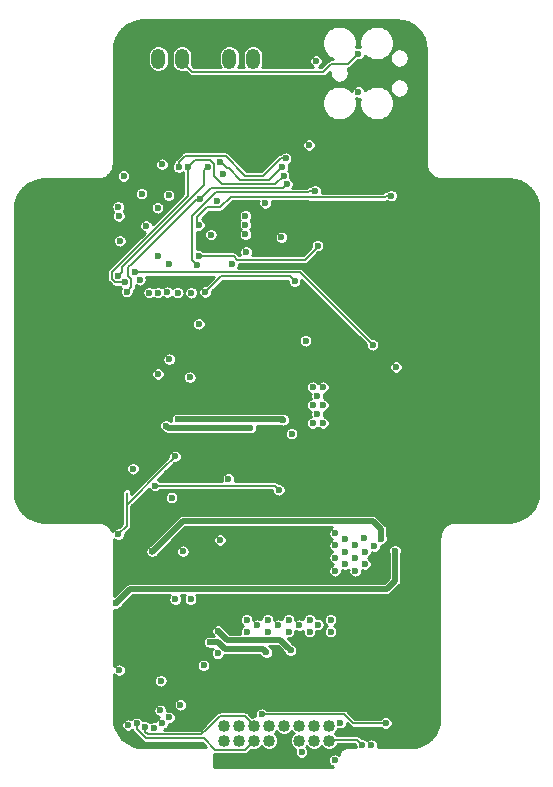
<source format=gbr>
G04 #@! TF.GenerationSoftware,KiCad,Pcbnew,(5.1.4)-1*
G04 #@! TF.CreationDate,2020-06-09T22:28:14-07:00*
G04 #@! TF.ProjectId,SkateLightMainBoard,536b6174-654c-4696-9768-744d61696e42,rev?*
G04 #@! TF.SameCoordinates,Original*
G04 #@! TF.FileFunction,Copper,L3,Inr*
G04 #@! TF.FilePolarity,Positive*
%FSLAX46Y46*%
G04 Gerber Fmt 4.6, Leading zero omitted, Abs format (unit mm)*
G04 Created by KiCad (PCBNEW (5.1.4)-1) date 2020-06-09 22:28:14*
%MOMM*%
%LPD*%
G04 APERTURE LIST*
%ADD10C,4.318000*%
%ADD11C,1.016000*%
%ADD12C,0.100000*%
%ADD13C,1.200000*%
%ADD14O,1.200000X1.750000*%
%ADD15C,0.600000*%
%ADD16C,0.500000*%
%ADD17C,0.200000*%
%ADD18C,0.254000*%
G04 APERTURE END LIST*
D10*
X19685000Y10160000D03*
X19685000Y-13843000D03*
X-19685000Y-13843000D03*
X-19685000Y10160000D03*
D11*
X-4445000Y-33613000D03*
X-4445000Y-34883000D03*
X-3175000Y-33613000D03*
X-3175000Y-34883000D03*
X-1905000Y-33613000D03*
X-1905000Y-34883000D03*
X-635000Y-33613000D03*
X-635000Y-34883000D03*
X635000Y-33613000D03*
X635000Y-34883000D03*
X1905000Y-33613000D03*
X1905000Y-34883000D03*
X3175000Y-33613000D03*
X3175000Y-34883000D03*
X4445000Y-33613000D03*
X4445000Y-34883000D03*
D12*
G36*
X374505Y23733796D02*
G01*
X398773Y23730196D01*
X422572Y23724235D01*
X445671Y23715970D01*
X467850Y23705480D01*
X488893Y23692868D01*
X508599Y23678253D01*
X526777Y23661777D01*
X543253Y23643599D01*
X557868Y23623893D01*
X570480Y23602850D01*
X580970Y23580671D01*
X589235Y23557572D01*
X595196Y23533773D01*
X598796Y23509505D01*
X600000Y23485001D01*
X600000Y22234999D01*
X598796Y22210495D01*
X595196Y22186227D01*
X589235Y22162428D01*
X580970Y22139329D01*
X570480Y22117150D01*
X557868Y22096107D01*
X543253Y22076401D01*
X526777Y22058223D01*
X508599Y22041747D01*
X488893Y22027132D01*
X467850Y22014520D01*
X445671Y22004030D01*
X422572Y21995765D01*
X398773Y21989804D01*
X374505Y21986204D01*
X350001Y21985000D01*
X-350001Y21985000D01*
X-374505Y21986204D01*
X-398773Y21989804D01*
X-422572Y21995765D01*
X-445671Y22004030D01*
X-467850Y22014520D01*
X-488893Y22027132D01*
X-508599Y22041747D01*
X-526777Y22058223D01*
X-543253Y22076401D01*
X-557868Y22096107D01*
X-570480Y22117150D01*
X-580970Y22139329D01*
X-589235Y22162428D01*
X-595196Y22186227D01*
X-598796Y22210495D01*
X-600000Y22234999D01*
X-600000Y23485001D01*
X-598796Y23509505D01*
X-595196Y23533773D01*
X-589235Y23557572D01*
X-580970Y23580671D01*
X-570480Y23602850D01*
X-557868Y23623893D01*
X-543253Y23643599D01*
X-526777Y23661777D01*
X-508599Y23678253D01*
X-488893Y23692868D01*
X-467850Y23705480D01*
X-445671Y23715970D01*
X-422572Y23724235D01*
X-398773Y23730196D01*
X-374505Y23733796D01*
X-350001Y23735000D01*
X350001Y23735000D01*
X374505Y23733796D01*
X374505Y23733796D01*
G37*
D13*
X0Y22860000D03*
D14*
X-2000000Y22860000D03*
X-4000000Y22860000D03*
X-6000000Y22860000D03*
X-8000000Y22860000D03*
X-10000000Y22860000D03*
D15*
X-8074660Y-20248880D03*
X-2880000Y-29130500D03*
X-1841500Y-29130500D03*
X-2349500Y-28257500D03*
X-2349500Y-29972000D03*
X-2349500Y-31686500D03*
X-2880000Y-30845000D03*
X-1841500Y-30845000D03*
X-3429000Y-28257500D03*
X-3492500Y-31686500D03*
X-13566140Y-30032960D03*
X-12250420Y-34731960D03*
X-8031480Y-33715960D03*
X8445500Y-20447000D03*
X9920000Y-24354000D03*
X13144500Y-21183600D03*
X12862560Y-19276060D03*
X12839700Y-18155920D03*
X12839700Y-16217900D03*
X12827000Y-14914880D03*
X12887960Y-27178000D03*
X12938760Y-30698440D03*
X13058140Y-33771840D03*
X10825480Y-35186620D03*
X11135360Y-32722820D03*
X8422640Y-26169620D03*
X-4645660Y-36662360D03*
X-6939280Y-21313140D03*
X-8092440Y-21280120D03*
X-5969000Y-19517360D03*
X-4632960Y-20657820D03*
X-4411980Y-18887440D03*
X-4191000Y-23050500D03*
X650240Y-23329900D03*
X-2575560Y-20612100D03*
X-1554480Y-20599400D03*
X-2146300Y-19936460D03*
X-2087880Y-21280120D03*
X-1079500Y-21272500D03*
X-2301240Y-18762980D03*
X3395980Y-23507700D03*
X-2550160Y-23334980D03*
X-13616854Y-21779829D03*
X-13616220Y-26704387D03*
X2418080Y-36601400D03*
X66040Y-36504880D03*
X-2214880Y-36576000D03*
X-3492500Y-29972000D03*
X12740000Y-24244000D03*
X-16510000Y-13970000D03*
X13970000Y-13970000D03*
X16510000Y-13970000D03*
X-21590000Y-11430000D03*
X-16510000Y-11430000D03*
X-6350000Y-11430000D03*
X-3810000Y-11430000D03*
X-1270000Y-11430000D03*
X1270000Y-11430000D03*
X11430000Y-11430000D03*
X13970000Y-11430000D03*
X16510000Y-11430000D03*
X21590000Y-11430000D03*
X-21590000Y-8890000D03*
X-19050000Y-8890000D03*
X-16510000Y-8890000D03*
X-4640000Y-9370000D03*
X8890000Y-8890000D03*
X11430000Y-8890000D03*
X13970000Y-8890000D03*
X16510000Y-8890000D03*
X19050000Y-8890000D03*
X21590000Y-8890000D03*
X-21590000Y-6350000D03*
X-19050000Y-6350000D03*
X-16510000Y-6350000D03*
X-6350000Y-6350000D03*
X11430000Y-6350000D03*
X13970000Y-6350000D03*
X16510000Y-6350000D03*
X19050000Y-6350000D03*
X21590000Y-6350000D03*
X-21590000Y-3810000D03*
X-19050000Y-3810000D03*
X-16510000Y-3810000D03*
X-6350000Y-3810000D03*
X11430000Y-3810000D03*
X13970000Y-3810000D03*
X16510000Y-3810000D03*
X19050000Y-3810000D03*
X21590000Y-3810000D03*
X-21590000Y-1270000D03*
X-19050000Y-1270000D03*
X-16510000Y-1270000D03*
X-6350000Y-1270000D03*
X-3810000Y-1270000D03*
X4290000Y-1570000D03*
X11430000Y-1270000D03*
X13970000Y-1270000D03*
X16510000Y-1270000D03*
X19080000Y-1350000D03*
X21590000Y-1270000D03*
X-21590000Y1270000D03*
X-19050000Y1270000D03*
X-16510000Y1270000D03*
X-4390000Y1190000D03*
X4380000Y290000D03*
X7090000Y1550000D03*
X9060000Y1660000D03*
X12250000Y840000D03*
X13970000Y1270000D03*
X16510000Y1270000D03*
X19140000Y1280000D03*
X21590000Y1270000D03*
X-21590000Y3810000D03*
X-19050000Y3810000D03*
X-16510000Y3810000D03*
X-1630000Y3490000D03*
X3810000Y3810000D03*
X6350000Y3810000D03*
X8890000Y3810000D03*
X11430000Y3810000D03*
X13970000Y3810000D03*
X16510000Y3810000D03*
X19050000Y3810000D03*
X21590000Y3810000D03*
X-21590000Y6350000D03*
X-19050000Y6350000D03*
X-16510000Y6350000D03*
X6350000Y6350000D03*
X8890000Y6350000D03*
X11430000Y6350000D03*
X13970000Y6350000D03*
X16510000Y6350000D03*
X19050000Y6350000D03*
X21590000Y6350000D03*
X-16510000Y8890000D03*
X-1270000Y8890000D03*
X-5320000Y9210000D03*
X8890000Y8890000D03*
X11430000Y8890000D03*
X13970000Y8890000D03*
X16510000Y8890000D03*
X-16510000Y11430000D03*
X11430000Y11430000D03*
X13970000Y11430000D03*
X16510000Y11430000D03*
X-1270000Y13970000D03*
X11590000Y13420000D03*
X-11430000Y16510000D03*
X-6350000Y16510000D03*
X-1270000Y16510000D03*
X1270000Y16510000D03*
X3810000Y16510000D03*
X6970000Y16350000D03*
X8890000Y16510000D03*
X11430000Y16510000D03*
X-11430000Y19050000D03*
X-6350000Y19050000D03*
X-1270000Y19050000D03*
X1270000Y19050000D03*
X11430000Y19050000D03*
X-11430000Y21590000D03*
X11430000Y21590000D03*
X-11430000Y24130000D03*
X11430000Y24130000D03*
X-7680000Y-9390000D03*
X7490000Y-23004000D03*
X-4060000Y3770000D03*
X4572000Y-3048000D03*
X2794000Y-12700000D03*
X3048000Y-4953000D03*
X3937000Y-4953000D03*
X3429000Y-5715000D03*
X3937000Y-8001000D03*
X3048000Y-8001000D03*
X3429000Y-7239000D03*
X3937000Y-6477000D03*
X3048000Y-6477000D03*
X10030000Y-18796000D03*
X-13616143Y-23245867D03*
X2448800Y-1028700D03*
X-11430000Y11430000D03*
X-9857559Y-32321828D03*
X-10081500Y10223500D03*
X-3761500Y5461000D03*
X-12160000Y-11870000D03*
X10109200Y-3246600D03*
X-10081500Y6159500D03*
X-12960000Y12920000D03*
X-11988800Y4775200D03*
X8128000Y-1373900D03*
X-11578657Y4141048D03*
X5397500Y-33357820D03*
X2118360Y-35849560D03*
X-10795000Y3048000D03*
X-4953000Y-25605500D03*
X1187410Y-27235968D03*
X-12582522Y-33568974D03*
X-9700000Y13920000D03*
X-10338894Y-33799777D03*
X498166Y13691388D03*
X-4756915Y14076620D03*
X-13400000Y4470000D03*
X-5842000Y13665200D03*
X-9685524Y-33426639D03*
X-7518400Y13665200D03*
X593504Y12945051D03*
X-12857242Y3948923D03*
X-9109027Y-32924067D03*
X-6492794Y10963194D03*
X863600Y12242800D03*
X-12680000Y3130000D03*
X-8371600Y-7683500D03*
X573500Y-7710500D03*
X-9370000Y-8220000D03*
X-2220000Y-8385900D03*
X-13326213Y-28917991D03*
X-7231415Y3041415D03*
X-13396856Y-17414000D03*
X-8601012Y-10821012D03*
X-2641600Y9559997D03*
X-9090000Y-2600000D03*
X-2641600Y8807594D03*
X-6590000Y400000D03*
X-2641600Y7975600D03*
X-7350000Y-4120000D03*
X-10040000Y-3840000D03*
X-5560000Y7960000D03*
X-11049000Y8699500D03*
X6920000Y20040000D03*
X8026400Y-35273100D03*
X-9259891Y3091336D03*
X9700000Y11260000D03*
X-6589395Y8760000D03*
X-9120000Y5480000D03*
X4930000Y-36550000D03*
X-962255Y10626790D03*
X3340000Y22650000D03*
X-5029200Y10820400D03*
X6910000Y23280000D03*
X-6756400Y5384800D03*
X3251200Y11684000D03*
X2743200Y15544800D03*
X-2570000Y6500000D03*
X-8280400Y13665200D03*
X762000Y14427200D03*
X-7286817Y-22918901D03*
X-9806940Y-29809440D03*
X-4985042Y-27506856D03*
X-6182360Y-28516580D03*
X8270240Y-18407380D03*
X6667500Y-18351500D03*
X6667500Y-20510500D03*
X7493000Y-18923000D03*
X6667500Y-19396500D03*
X7493000Y-19939000D03*
X4953000Y-17335500D03*
X5778500Y-17809000D03*
X5778500Y-19939000D03*
X5778500Y-18923000D03*
X4953000Y-20510500D03*
X4953000Y-19396500D03*
X4953000Y-18351500D03*
X184190Y-13652500D03*
X7391400Y-17734280D03*
X-10294576Y-13295424D03*
X-8573183Y-22918901D03*
X-8890000Y-14302500D03*
X4572000Y-24638000D03*
X4572000Y-25654000D03*
X2794000Y-25654000D03*
X1929000Y-25111500D03*
X2794000Y-24638000D03*
X1016000Y-25654000D03*
X151000Y-25111500D03*
X1016000Y-24638000D03*
X-762000Y-25654000D03*
X-762000Y-24638000D03*
X-1627000Y-25111500D03*
X-2540000Y-24638000D03*
X-2540000Y-25654000D03*
X3488788Y-25056116D03*
X-8145780Y-31854402D03*
X-5656580Y-26570940D03*
X-854098Y-27416000D03*
X-7931175Y-18849738D03*
X-10530000Y-18862408D03*
X8840000Y-17804000D03*
X-4521200Y13106400D03*
X410000Y7720000D03*
X-4780000Y-17894000D03*
X-6589394Y6149394D03*
X3464800Y7023100D03*
X-4080000Y-12720000D03*
X-1270000Y-32639000D03*
X-8382000Y3048000D03*
X9235378Y-33399373D03*
X1270000Y-8890000D03*
X-6043822Y3098893D03*
X1524000Y4013200D03*
X-11124497Y-33727310D03*
X-13360000Y9530000D03*
X-11842996Y-33430324D03*
X-13410000Y10320000D03*
X-13271500Y7429500D03*
X7241540Y-35229800D03*
X-10033000Y3048000D03*
X-9144000Y11277600D03*
D16*
X9319260Y-22047200D02*
X-12417476Y-22047200D01*
X10030000Y-21336460D02*
X9319260Y-22047200D01*
X10030000Y-18796000D02*
X10030000Y-21336460D01*
X-12417476Y-22047200D02*
X-13316144Y-22945868D01*
X-13316144Y-22945868D02*
X-13616143Y-23245867D01*
D17*
X-11988800Y4775200D02*
X1978900Y4775200D01*
X1978900Y4775200D02*
X8128000Y-1373900D01*
D16*
X-4953000Y-25605500D02*
X-4200411Y-26358089D01*
X-4200411Y-26358089D02*
X309531Y-26358089D01*
X887411Y-26935969D02*
X1187410Y-27235968D01*
X309531Y-26358089D02*
X887411Y-26935969D01*
D17*
X498166Y13691388D02*
X-601202Y12592020D01*
X-601202Y12592020D02*
X-3092420Y12592020D01*
X-4160846Y13563600D02*
X-4668846Y14071600D01*
X-3092420Y12592020D02*
X-4064000Y13563600D01*
X-4064000Y13563600D02*
X-4160846Y13563600D01*
X-4668846Y14071600D02*
X-4751895Y14071600D01*
X-4751895Y14071600D02*
X-4756915Y14076620D01*
X-13100001Y5173541D02*
X-6113542Y12160000D01*
X-13400000Y4470000D02*
X-13100001Y4769999D01*
X-13100001Y4769999D02*
X-13100001Y5173541D01*
X-6113542Y12160000D02*
X-6113542Y13393658D01*
X-6113542Y13393658D02*
X-5842000Y13665200D01*
X-6908800Y14274800D02*
X-7518400Y13665200D01*
X593504Y12945051D02*
X-111937Y12239610D01*
X-4619610Y12239610D02*
X-5289599Y12909599D01*
X-5289599Y12909599D02*
X-5289599Y13930353D01*
X-111937Y12239610D02*
X-4619610Y12239610D01*
X-5289599Y13930353D02*
X-5634046Y14274800D01*
X-5634046Y14274800D02*
X-6908800Y14274800D01*
X-13952401Y4204847D02*
X-13952401Y4819523D01*
X-13665153Y3917599D02*
X-13952401Y4204847D01*
X-12857242Y3948923D02*
X-12888566Y3917599D01*
X-12888566Y3917599D02*
X-13665153Y3917599D01*
X-7518400Y11253524D02*
X-7518400Y13665200D01*
X-13952401Y4819523D02*
X-7518400Y11253524D01*
X-12247609Y5491209D02*
X-6862809Y10876009D01*
X-12247609Y5491209D02*
X-12171409Y5567409D01*
X-6862809Y10876009D02*
X-6775624Y10963194D01*
X-6775624Y10963194D02*
X-6492794Y10963194D01*
X-6492794Y10963194D02*
X-5568788Y11887200D01*
X-5568788Y11887200D02*
X508000Y11887200D01*
X508000Y11887200D02*
X863600Y12242800D01*
X-12541201Y5197617D02*
X-12247609Y5491209D01*
X-12541201Y4441201D02*
X-12541201Y5197617D01*
X-12304841Y4204841D02*
X-12541201Y4441201D01*
X-12304841Y3505159D02*
X-12304841Y4204841D01*
X-12680000Y3130000D02*
X-12304841Y3505159D01*
D16*
X-8371600Y-7683500D02*
X573500Y-7683500D01*
X573500Y-7683500D02*
X573500Y-7710500D01*
X-9204100Y-8385900D02*
X-9370000Y-8220000D01*
X-2220000Y-8385900D02*
X-9204100Y-8385900D01*
D17*
X-9594106Y-11813742D02*
X-9593742Y-11813742D01*
X-9593742Y-11813742D02*
X-8610000Y-10830000D01*
X-8610000Y-10830000D02*
X-8610000Y-10750000D01*
X-12675182Y-16692326D02*
X-13396856Y-17414000D01*
X-12675182Y-13878818D02*
X-12675182Y-16692326D01*
X-9594106Y-11813742D02*
X-12675182Y-14894818D01*
X2738401Y11131599D02*
X2690810Y11179190D01*
X9147335Y11131599D02*
X2738401Y11131599D01*
X9700000Y11260000D02*
X9275736Y11260000D01*
X9275736Y11260000D02*
X9147335Y11131599D01*
X2690810Y11179190D02*
X-760000Y11179190D01*
X-3852856Y11179190D02*
X-4752046Y10280000D01*
X-760000Y11179190D02*
X-3852856Y11179190D01*
X-4764047Y10267999D02*
X-5872053Y10267999D01*
X-4752046Y10280000D02*
X-4764047Y10267999D01*
X-5872053Y10267999D02*
X-6720000Y9420052D01*
X-6720000Y9420052D02*
X-6720000Y8890605D01*
X-6720000Y8890605D02*
X-6589395Y8760000D01*
X-8000000Y22585000D02*
X-8000000Y22860000D01*
X-7147590Y21732590D02*
X-8000000Y22585000D01*
X3950144Y21732590D02*
X-7147590Y21732590D01*
X4644155Y22426601D02*
X3950144Y21732590D01*
X6056601Y22426601D02*
X4644155Y22426601D01*
X6910000Y23280000D02*
X6056601Y22426601D01*
X2674536Y11531600D02*
X2826936Y11684000D01*
X-6756400Y5384800D02*
X-7141795Y5770195D01*
X2826936Y11684000D02*
X3251200Y11684000D01*
X-7141795Y5770195D02*
X-7141795Y9496639D01*
X-7141795Y9496639D02*
X-5103644Y11534790D01*
X-5103644Y11534790D02*
X-4168790Y11534790D01*
X-4168790Y11534790D02*
X-4165600Y11531600D01*
X-4165600Y11531600D02*
X2674536Y11531600D01*
X2641600Y15443200D02*
X2743200Y15544800D01*
X337736Y14427200D02*
X-1145034Y12944430D01*
X762000Y14427200D02*
X337736Y14427200D01*
X-1145034Y12944430D02*
X-2632030Y12944430D01*
X-8280400Y14089464D02*
X-8280400Y13665200D01*
X-7740843Y14629021D02*
X-8280400Y14089464D01*
X-4316621Y14629021D02*
X-7740843Y14629021D01*
X-2632030Y12944430D02*
X-4316621Y14629021D01*
X-172886Y-13295424D02*
X184190Y-13652500D01*
X-10294576Y-13295424D02*
X-172886Y-13295424D01*
D16*
X-4927600Y-26570940D02*
X-5656580Y-26570940D01*
X-4382539Y-27116001D02*
X-4927600Y-26570940D01*
X-1154097Y-27116001D02*
X-4382539Y-27116001D01*
X-854098Y-27416000D02*
X-1154097Y-27116001D01*
X8840000Y-16994000D02*
X8840000Y-17804000D01*
X8142640Y-16296640D02*
X8840000Y-16994000D01*
X-10519390Y-18873018D02*
X-7943012Y-16296640D01*
X-7943012Y-16296640D02*
X8142640Y-16296640D01*
D17*
X-3331345Y5848399D02*
X2408399Y5848399D01*
X-6589394Y6149394D02*
X-3632340Y6149394D01*
X-3632340Y6149394D02*
X-3331345Y5848399D01*
X2408399Y5848399D02*
X3464800Y6904800D01*
X3464800Y6904800D02*
X3464800Y7023100D01*
X-1270000Y-32639000D02*
X-845736Y-32639000D01*
X-845736Y-32639000D02*
X5715000Y-32639000D01*
X5715000Y-32639000D02*
X6477000Y-33401000D01*
X7037427Y-33399373D02*
X7035800Y-33401000D01*
X9235378Y-33399373D02*
X7037427Y-33399373D01*
X6477000Y-33401000D02*
X7035800Y-33401000D01*
X7035800Y-33401000D02*
X7366000Y-33401000D01*
X-6043822Y3098893D02*
X-4724400Y4418315D01*
X-2744485Y4418315D02*
X-2740010Y4422790D01*
X-4724400Y4418315D02*
X-2744485Y4418315D01*
X-2740010Y4422790D02*
X1114410Y4422790D01*
X1114410Y4422790D02*
X1524000Y4013200D01*
X-11124497Y-34142558D02*
X-11124497Y-33727310D01*
X-10914877Y-34352178D02*
X-11124497Y-34142558D01*
X-6366972Y-34352178D02*
X-10914877Y-34352178D01*
X-2665401Y-32795199D02*
X-4809993Y-32795199D01*
X-1905000Y-33555600D02*
X-2665401Y-32795199D01*
X-4809993Y-32795199D02*
X-5902397Y-33887603D01*
X-5902397Y-33887603D02*
X-6366972Y-34352178D01*
X-11842996Y-33922724D02*
X-11842996Y-33854588D01*
X-11061132Y-34704588D02*
X-11842996Y-33922724D01*
X-6153852Y-34704588D02*
X-11061132Y-34704588D01*
X-11842996Y-33854588D02*
X-11842996Y-33430324D01*
X-2412999Y-35390999D02*
X-1905000Y-34883000D01*
X-2665401Y-35643401D02*
X-2412999Y-35390999D01*
X-5215039Y-35643401D02*
X-2665401Y-35643401D01*
X-6153852Y-34704588D02*
X-5215039Y-35643401D01*
X6837340Y-34825600D02*
X7241540Y-35229800D01*
X4445000Y-34825600D02*
X6837340Y-34825600D01*
D18*
G36*
X1293386Y-34114938D02*
G01*
X1403062Y-34224614D01*
X1438062Y-34248000D01*
X1403062Y-34271386D01*
X1293386Y-34381062D01*
X1207215Y-34510026D01*
X1147859Y-34653324D01*
X1117600Y-34805448D01*
X1117600Y-34960552D01*
X1147859Y-35112676D01*
X1207215Y-35255974D01*
X1293386Y-35384938D01*
X1403062Y-35494614D01*
X1532026Y-35580785D01*
X1592224Y-35605720D01*
X1561226Y-35680555D01*
X1538960Y-35792494D01*
X1538960Y-35906626D01*
X1561226Y-36018565D01*
X1604903Y-36124009D01*
X1668311Y-36218906D01*
X1749014Y-36299609D01*
X1843911Y-36363017D01*
X1949355Y-36406694D01*
X2061294Y-36428960D01*
X2175426Y-36428960D01*
X2287365Y-36406694D01*
X2392809Y-36363017D01*
X2487706Y-36299609D01*
X2568409Y-36218906D01*
X2631817Y-36124009D01*
X2675494Y-36018565D01*
X2697760Y-35906626D01*
X2697760Y-35792494D01*
X2675494Y-35680555D01*
X2631817Y-35575111D01*
X2568409Y-35480214D01*
X2494874Y-35406679D01*
X2516614Y-35384938D01*
X2540000Y-35349938D01*
X2563386Y-35384938D01*
X2673062Y-35494614D01*
X2802026Y-35580785D01*
X2945324Y-35640141D01*
X3097448Y-35670400D01*
X3252552Y-35670400D01*
X3404676Y-35640141D01*
X3547974Y-35580785D01*
X3676938Y-35494614D01*
X3786614Y-35384938D01*
X3810000Y-35349938D01*
X3833386Y-35384938D01*
X3943062Y-35494614D01*
X4072026Y-35580785D01*
X4215324Y-35640141D01*
X4367448Y-35670400D01*
X4522552Y-35670400D01*
X4674676Y-35640141D01*
X4817974Y-35580785D01*
X4946938Y-35494614D01*
X5056614Y-35384938D01*
X5142785Y-35255974D01*
X5163899Y-35205000D01*
X6662140Y-35205000D01*
X6662140Y-35286866D01*
X6684406Y-35398805D01*
X6703997Y-35446100D01*
X5890554Y-35446100D01*
X5877614Y-35447374D01*
X5875694Y-35447361D01*
X5871464Y-35447776D01*
X5809840Y-35454253D01*
X5782818Y-35459799D01*
X5755716Y-35464969D01*
X5751647Y-35466197D01*
X5692453Y-35484520D01*
X5666973Y-35495230D01*
X5641434Y-35505549D01*
X5637694Y-35507538D01*
X5637686Y-35507541D01*
X5637682Y-35507544D01*
X5583174Y-35537017D01*
X5560261Y-35552472D01*
X5537218Y-35567551D01*
X5533926Y-35570235D01*
X5533922Y-35570238D01*
X5533918Y-35570242D01*
X5486179Y-35609735D01*
X5466716Y-35629334D01*
X5447026Y-35648616D01*
X5444317Y-35651890D01*
X5405154Y-35699909D01*
X5389872Y-35722911D01*
X5374301Y-35745652D01*
X5372279Y-35749391D01*
X5343188Y-35804102D01*
X5332663Y-35829637D01*
X5321806Y-35854969D01*
X5320549Y-35859029D01*
X5302639Y-35918350D01*
X5297273Y-35945450D01*
X5291545Y-35972398D01*
X5291101Y-35976618D01*
X5291099Y-35976627D01*
X5291099Y-35976635D01*
X5285053Y-36038294D01*
X5285053Y-36038302D01*
X5283600Y-36053055D01*
X5283600Y-36089430D01*
X5204449Y-36036543D01*
X5099005Y-35992866D01*
X4987066Y-35970600D01*
X4872934Y-35970600D01*
X4760995Y-35992866D01*
X4655551Y-36036543D01*
X4560654Y-36099951D01*
X4479951Y-36180654D01*
X4416543Y-36275551D01*
X4372866Y-36380995D01*
X4350600Y-36492934D01*
X4350600Y-36607066D01*
X4372866Y-36719005D01*
X4416543Y-36824449D01*
X4479951Y-36919346D01*
X4560654Y-37000049D01*
X4655551Y-37063457D01*
X4736771Y-37097100D01*
X-5255612Y-37097100D01*
X-5272760Y-37095419D01*
X-5274935Y-37094762D01*
X-5276941Y-37093695D01*
X-5278703Y-37092258D01*
X-5280150Y-37090509D01*
X-5281230Y-37088512D01*
X-5281903Y-37086337D01*
X-5283600Y-37070193D01*
X-5283600Y-36053054D01*
X-5284874Y-36040114D01*
X-5284861Y-36038194D01*
X-5285276Y-36033964D01*
X-5287001Y-36017549D01*
X-5233671Y-36022801D01*
X-5233669Y-36022801D01*
X-5215040Y-36024636D01*
X-5196411Y-36022801D01*
X-2684030Y-36022801D01*
X-2665401Y-36024636D01*
X-2646772Y-36022801D01*
X-2646769Y-36022801D01*
X-2591026Y-36017311D01*
X-2519509Y-35995616D01*
X-2453598Y-35960386D01*
X-2395827Y-35912975D01*
X-2383946Y-35898498D01*
X-2157903Y-35672454D01*
X-2157898Y-35672450D01*
X-2127097Y-35641649D01*
X-1982552Y-35670400D01*
X-1827448Y-35670400D01*
X-1675324Y-35640141D01*
X-1532026Y-35580785D01*
X-1403062Y-35494614D01*
X-1293386Y-35384938D01*
X-1270000Y-35349938D01*
X-1246614Y-35384938D01*
X-1136938Y-35494614D01*
X-1007974Y-35580785D01*
X-864676Y-35640141D01*
X-712552Y-35670400D01*
X-557448Y-35670400D01*
X-405324Y-35640141D01*
X-262026Y-35580785D01*
X-133062Y-35494614D01*
X-23386Y-35384938D01*
X62785Y-35255974D01*
X122141Y-35112676D01*
X152400Y-34960552D01*
X152400Y-34805448D01*
X122141Y-34653324D01*
X62785Y-34510026D01*
X-23386Y-34381062D01*
X-133062Y-34271386D01*
X-168062Y-34248000D01*
X-133062Y-34224614D01*
X-23386Y-34114938D01*
X0Y-34079938D01*
X23386Y-34114938D01*
X133062Y-34224614D01*
X262026Y-34310785D01*
X405324Y-34370141D01*
X557448Y-34400400D01*
X712552Y-34400400D01*
X864676Y-34370141D01*
X1007974Y-34310785D01*
X1136938Y-34224614D01*
X1246614Y-34114938D01*
X1270000Y-34079938D01*
X1293386Y-34114938D01*
X1293386Y-34114938D01*
G37*
X1293386Y-34114938D02*
X1403062Y-34224614D01*
X1438062Y-34248000D01*
X1403062Y-34271386D01*
X1293386Y-34381062D01*
X1207215Y-34510026D01*
X1147859Y-34653324D01*
X1117600Y-34805448D01*
X1117600Y-34960552D01*
X1147859Y-35112676D01*
X1207215Y-35255974D01*
X1293386Y-35384938D01*
X1403062Y-35494614D01*
X1532026Y-35580785D01*
X1592224Y-35605720D01*
X1561226Y-35680555D01*
X1538960Y-35792494D01*
X1538960Y-35906626D01*
X1561226Y-36018565D01*
X1604903Y-36124009D01*
X1668311Y-36218906D01*
X1749014Y-36299609D01*
X1843911Y-36363017D01*
X1949355Y-36406694D01*
X2061294Y-36428960D01*
X2175426Y-36428960D01*
X2287365Y-36406694D01*
X2392809Y-36363017D01*
X2487706Y-36299609D01*
X2568409Y-36218906D01*
X2631817Y-36124009D01*
X2675494Y-36018565D01*
X2697760Y-35906626D01*
X2697760Y-35792494D01*
X2675494Y-35680555D01*
X2631817Y-35575111D01*
X2568409Y-35480214D01*
X2494874Y-35406679D01*
X2516614Y-35384938D01*
X2540000Y-35349938D01*
X2563386Y-35384938D01*
X2673062Y-35494614D01*
X2802026Y-35580785D01*
X2945324Y-35640141D01*
X3097448Y-35670400D01*
X3252552Y-35670400D01*
X3404676Y-35640141D01*
X3547974Y-35580785D01*
X3676938Y-35494614D01*
X3786614Y-35384938D01*
X3810000Y-35349938D01*
X3833386Y-35384938D01*
X3943062Y-35494614D01*
X4072026Y-35580785D01*
X4215324Y-35640141D01*
X4367448Y-35670400D01*
X4522552Y-35670400D01*
X4674676Y-35640141D01*
X4817974Y-35580785D01*
X4946938Y-35494614D01*
X5056614Y-35384938D01*
X5142785Y-35255974D01*
X5163899Y-35205000D01*
X6662140Y-35205000D01*
X6662140Y-35286866D01*
X6684406Y-35398805D01*
X6703997Y-35446100D01*
X5890554Y-35446100D01*
X5877614Y-35447374D01*
X5875694Y-35447361D01*
X5871464Y-35447776D01*
X5809840Y-35454253D01*
X5782818Y-35459799D01*
X5755716Y-35464969D01*
X5751647Y-35466197D01*
X5692453Y-35484520D01*
X5666973Y-35495230D01*
X5641434Y-35505549D01*
X5637694Y-35507538D01*
X5637686Y-35507541D01*
X5637682Y-35507544D01*
X5583174Y-35537017D01*
X5560261Y-35552472D01*
X5537218Y-35567551D01*
X5533926Y-35570235D01*
X5533922Y-35570238D01*
X5533918Y-35570242D01*
X5486179Y-35609735D01*
X5466716Y-35629334D01*
X5447026Y-35648616D01*
X5444317Y-35651890D01*
X5405154Y-35699909D01*
X5389872Y-35722911D01*
X5374301Y-35745652D01*
X5372279Y-35749391D01*
X5343188Y-35804102D01*
X5332663Y-35829637D01*
X5321806Y-35854969D01*
X5320549Y-35859029D01*
X5302639Y-35918350D01*
X5297273Y-35945450D01*
X5291545Y-35972398D01*
X5291101Y-35976618D01*
X5291099Y-35976627D01*
X5291099Y-35976635D01*
X5285053Y-36038294D01*
X5285053Y-36038302D01*
X5283600Y-36053055D01*
X5283600Y-36089430D01*
X5204449Y-36036543D01*
X5099005Y-35992866D01*
X4987066Y-35970600D01*
X4872934Y-35970600D01*
X4760995Y-35992866D01*
X4655551Y-36036543D01*
X4560654Y-36099951D01*
X4479951Y-36180654D01*
X4416543Y-36275551D01*
X4372866Y-36380995D01*
X4350600Y-36492934D01*
X4350600Y-36607066D01*
X4372866Y-36719005D01*
X4416543Y-36824449D01*
X4479951Y-36919346D01*
X4560654Y-37000049D01*
X4655551Y-37063457D01*
X4736771Y-37097100D01*
X-5255612Y-37097100D01*
X-5272760Y-37095419D01*
X-5274935Y-37094762D01*
X-5276941Y-37093695D01*
X-5278703Y-37092258D01*
X-5280150Y-37090509D01*
X-5281230Y-37088512D01*
X-5281903Y-37086337D01*
X-5283600Y-37070193D01*
X-5283600Y-36053054D01*
X-5284874Y-36040114D01*
X-5284861Y-36038194D01*
X-5285276Y-36033964D01*
X-5287001Y-36017549D01*
X-5233671Y-36022801D01*
X-5233669Y-36022801D01*
X-5215040Y-36024636D01*
X-5196411Y-36022801D01*
X-2684030Y-36022801D01*
X-2665401Y-36024636D01*
X-2646772Y-36022801D01*
X-2646769Y-36022801D01*
X-2591026Y-36017311D01*
X-2519509Y-35995616D01*
X-2453598Y-35960386D01*
X-2395827Y-35912975D01*
X-2383946Y-35898498D01*
X-2157903Y-35672454D01*
X-2157898Y-35672450D01*
X-2127097Y-35641649D01*
X-1982552Y-35670400D01*
X-1827448Y-35670400D01*
X-1675324Y-35640141D01*
X-1532026Y-35580785D01*
X-1403062Y-35494614D01*
X-1293386Y-35384938D01*
X-1270000Y-35349938D01*
X-1246614Y-35384938D01*
X-1136938Y-35494614D01*
X-1007974Y-35580785D01*
X-864676Y-35640141D01*
X-712552Y-35670400D01*
X-557448Y-35670400D01*
X-405324Y-35640141D01*
X-262026Y-35580785D01*
X-133062Y-35494614D01*
X-23386Y-35384938D01*
X62785Y-35255974D01*
X122141Y-35112676D01*
X152400Y-34960552D01*
X152400Y-34805448D01*
X122141Y-34653324D01*
X62785Y-34510026D01*
X-23386Y-34381062D01*
X-133062Y-34271386D01*
X-168062Y-34248000D01*
X-133062Y-34224614D01*
X-23386Y-34114938D01*
X0Y-34079938D01*
X23386Y-34114938D01*
X133062Y-34224614D01*
X262026Y-34310785D01*
X405324Y-34370141D01*
X557448Y-34400400D01*
X712552Y-34400400D01*
X864676Y-34370141D01*
X1007974Y-34310785D01*
X1136938Y-34224614D01*
X1246614Y-34114938D01*
X1270000Y-34079938D01*
X1293386Y-34114938D01*
G36*
X10643282Y26062755D02*
G01*
X11108159Y25922400D01*
X11536914Y25694426D01*
X11913229Y25387511D01*
X12222762Y25013351D01*
X12453725Y24586194D01*
X12597321Y24122308D01*
X12649588Y23625027D01*
X12649601Y23621226D01*
X12649600Y13955055D01*
X12650922Y13941631D01*
X12650878Y13935318D01*
X12651293Y13931088D01*
X12672020Y13733886D01*
X12677571Y13706841D01*
X12682737Y13679761D01*
X12683965Y13675692D01*
X12742600Y13486271D01*
X12753305Y13460803D01*
X12763627Y13435256D01*
X12765617Y13431513D01*
X12765621Y13431504D01*
X12765626Y13431497D01*
X12859933Y13257080D01*
X12875365Y13234201D01*
X12890468Y13211122D01*
X12893154Y13207828D01*
X13019548Y13055044D01*
X13039162Y13035566D01*
X13058427Y13015893D01*
X13061696Y13013188D01*
X13061702Y13013182D01*
X13061709Y13013178D01*
X13215364Y12887859D01*
X13238361Y12872579D01*
X13261108Y12857005D01*
X13264846Y12854983D01*
X13439924Y12761892D01*
X13465485Y12751356D01*
X13490792Y12740510D01*
X13494844Y12739255D01*
X13494850Y12739253D01*
X13494856Y12739252D01*
X13684678Y12681942D01*
X13711741Y12676583D01*
X13738726Y12670847D01*
X13742947Y12670404D01*
X13742955Y12670402D01*
X13742963Y12670402D01*
X13940295Y12651053D01*
X13940301Y12651053D01*
X13955054Y12649600D01*
X19670115Y12649600D01*
X20168282Y12600755D01*
X20633159Y12460400D01*
X21061914Y12232426D01*
X21438229Y11925511D01*
X21747762Y11551351D01*
X21978725Y11124194D01*
X22122321Y10660308D01*
X22174588Y10163027D01*
X22174600Y10159513D01*
X22174601Y-13828105D01*
X22125755Y-14326282D01*
X21985401Y-14791158D01*
X21757426Y-15219914D01*
X21450512Y-15596229D01*
X21076351Y-15905762D01*
X20649194Y-16136725D01*
X20185308Y-16280321D01*
X19688026Y-16332588D01*
X19684513Y-16332600D01*
X15098054Y-16332600D01*
X15084630Y-16333922D01*
X15078318Y-16333878D01*
X15074088Y-16334293D01*
X14876886Y-16355020D01*
X14849841Y-16360571D01*
X14822761Y-16365737D01*
X14818697Y-16366964D01*
X14818691Y-16366965D01*
X14818685Y-16366967D01*
X14629271Y-16425600D01*
X14603826Y-16436296D01*
X14578256Y-16446627D01*
X14574503Y-16448622D01*
X14400080Y-16542933D01*
X14377182Y-16558378D01*
X14354122Y-16573468D01*
X14350828Y-16576154D01*
X14198044Y-16702548D01*
X14178583Y-16722146D01*
X14158893Y-16741427D01*
X14156183Y-16744702D01*
X14030859Y-16898364D01*
X14015569Y-16921377D01*
X14000005Y-16944108D01*
X13997986Y-16947842D01*
X13997983Y-16947846D01*
X13997983Y-16947847D01*
X13904892Y-17122924D01*
X13894361Y-17148473D01*
X13883510Y-17173792D01*
X13882255Y-17177844D01*
X13882253Y-17177850D01*
X13882253Y-17177852D01*
X13824942Y-17367678D01*
X13819580Y-17394756D01*
X13813847Y-17421727D01*
X13813404Y-17425947D01*
X13813402Y-17425955D01*
X13813402Y-17425963D01*
X13794053Y-17623295D01*
X13794053Y-17623311D01*
X13792601Y-17638054D01*
X13792600Y-32941615D01*
X13743755Y-33439782D01*
X13603401Y-33904658D01*
X13375426Y-34333414D01*
X13068512Y-34709729D01*
X12694351Y-35019262D01*
X12267194Y-35250225D01*
X11803308Y-35393821D01*
X11306026Y-35446088D01*
X11302513Y-35446100D01*
X8581879Y-35446100D01*
X8583534Y-35442105D01*
X8605800Y-35330166D01*
X8605800Y-35216034D01*
X8583534Y-35104095D01*
X8539857Y-34998651D01*
X8476449Y-34903754D01*
X8395746Y-34823051D01*
X8300849Y-34759643D01*
X8195405Y-34715966D01*
X8083466Y-34693700D01*
X7969334Y-34693700D01*
X7857395Y-34715966D01*
X7751951Y-34759643D01*
X7657054Y-34823051D01*
X7655620Y-34824485D01*
X7610886Y-34779751D01*
X7515989Y-34716343D01*
X7410545Y-34672666D01*
X7298606Y-34650400D01*
X7198692Y-34650400D01*
X7118794Y-34570502D01*
X7106914Y-34556026D01*
X7049143Y-34508615D01*
X6983232Y-34473385D01*
X6911715Y-34451690D01*
X6855972Y-34446200D01*
X6855969Y-34446200D01*
X6837340Y-34444365D01*
X6818711Y-34446200D01*
X5100138Y-34446200D01*
X5056614Y-34381062D01*
X4946938Y-34271386D01*
X4911938Y-34248000D01*
X4946938Y-34224614D01*
X5056614Y-34114938D01*
X5142785Y-33985974D01*
X5180446Y-33895051D01*
X5228495Y-33914954D01*
X5340434Y-33937220D01*
X5454566Y-33937220D01*
X5566505Y-33914954D01*
X5671949Y-33871277D01*
X5766846Y-33807869D01*
X5847549Y-33727166D01*
X5910957Y-33632269D01*
X5954634Y-33526825D01*
X5973156Y-33433709D01*
X6195550Y-33656103D01*
X6207426Y-33670574D01*
X6221897Y-33682450D01*
X6221898Y-33682451D01*
X6265196Y-33717985D01*
X6331107Y-33753215D01*
X6347753Y-33758264D01*
X6402625Y-33774910D01*
X6458368Y-33780400D01*
X6458371Y-33780400D01*
X6477000Y-33782235D01*
X6495629Y-33780400D01*
X7017171Y-33780400D01*
X7035800Y-33782235D01*
X7054429Y-33780400D01*
X7384632Y-33780400D01*
X7401152Y-33778773D01*
X8795383Y-33778773D01*
X8866032Y-33849422D01*
X8960929Y-33912830D01*
X9066373Y-33956507D01*
X9178312Y-33978773D01*
X9292444Y-33978773D01*
X9404383Y-33956507D01*
X9509827Y-33912830D01*
X9604724Y-33849422D01*
X9685427Y-33768719D01*
X9748835Y-33673822D01*
X9792512Y-33568378D01*
X9814778Y-33456439D01*
X9814778Y-33342307D01*
X9792512Y-33230368D01*
X9748835Y-33124924D01*
X9685427Y-33030027D01*
X9604724Y-32949324D01*
X9509827Y-32885916D01*
X9404383Y-32842239D01*
X9292444Y-32819973D01*
X9178312Y-32819973D01*
X9066373Y-32842239D01*
X8960929Y-32885916D01*
X8866032Y-32949324D01*
X8795383Y-33019973D01*
X7056056Y-33019973D01*
X7037427Y-33018138D01*
X7018798Y-33019973D01*
X7018795Y-33019973D01*
X7002275Y-33021600D01*
X6634153Y-33021600D01*
X5996454Y-32383902D01*
X5984574Y-32369426D01*
X5926803Y-32322015D01*
X5860892Y-32286785D01*
X5789375Y-32265090D01*
X5733632Y-32259600D01*
X5733629Y-32259600D01*
X5715000Y-32257765D01*
X5696371Y-32259600D01*
X-830005Y-32259600D01*
X-900654Y-32188951D01*
X-995551Y-32125543D01*
X-1100995Y-32081866D01*
X-1212934Y-32059600D01*
X-1327066Y-32059600D01*
X-1439005Y-32081866D01*
X-1544449Y-32125543D01*
X-1639346Y-32188951D01*
X-1720049Y-32269654D01*
X-1783457Y-32364551D01*
X-1827134Y-32469995D01*
X-1849400Y-32581934D01*
X-1849400Y-32696066D01*
X-1827134Y-32808005D01*
X-1819163Y-32827248D01*
X-1827448Y-32825600D01*
X-1982552Y-32825600D01*
X-2079220Y-32844828D01*
X-2383947Y-32540101D01*
X-2395827Y-32525625D01*
X-2453598Y-32478214D01*
X-2519509Y-32442984D01*
X-2591026Y-32421289D01*
X-2646769Y-32415799D01*
X-2646772Y-32415799D01*
X-2665401Y-32413964D01*
X-2684030Y-32415799D01*
X-4791364Y-32415799D01*
X-4809993Y-32413964D01*
X-4828622Y-32415799D01*
X-4828625Y-32415799D01*
X-4884368Y-32421289D01*
X-4939240Y-32437935D01*
X-4955886Y-32442984D01*
X-5021796Y-32478214D01*
X-5037172Y-32490833D01*
X-5079567Y-32525625D01*
X-5091443Y-32540096D01*
X-6157499Y-33606153D01*
X-6524124Y-33972778D01*
X-9489975Y-33972778D01*
X-9411075Y-33940096D01*
X-9316178Y-33876688D01*
X-9235475Y-33795985D01*
X-9172067Y-33701088D01*
X-9128390Y-33595644D01*
X-9110055Y-33503467D01*
X-9051961Y-33503467D01*
X-8940022Y-33481201D01*
X-8834578Y-33437524D01*
X-8739681Y-33374116D01*
X-8658978Y-33293413D01*
X-8595570Y-33198516D01*
X-8551893Y-33093072D01*
X-8529627Y-32981133D01*
X-8529627Y-32867001D01*
X-8551893Y-32755062D01*
X-8595570Y-32649618D01*
X-8658978Y-32554721D01*
X-8739681Y-32474018D01*
X-8834578Y-32410610D01*
X-8940022Y-32366933D01*
X-9051961Y-32344667D01*
X-9166093Y-32344667D01*
X-9278032Y-32366933D01*
X-9278159Y-32366986D01*
X-9278159Y-32264762D01*
X-9300425Y-32152823D01*
X-9344102Y-32047379D01*
X-9407510Y-31952482D01*
X-9488213Y-31871779D01*
X-9583110Y-31808371D01*
X-9609750Y-31797336D01*
X-8725180Y-31797336D01*
X-8725180Y-31911468D01*
X-8702914Y-32023407D01*
X-8659237Y-32128851D01*
X-8595829Y-32223748D01*
X-8515126Y-32304451D01*
X-8420229Y-32367859D01*
X-8314785Y-32411536D01*
X-8202846Y-32433802D01*
X-8088714Y-32433802D01*
X-7976775Y-32411536D01*
X-7871331Y-32367859D01*
X-7776434Y-32304451D01*
X-7695731Y-32223748D01*
X-7632323Y-32128851D01*
X-7588646Y-32023407D01*
X-7566380Y-31911468D01*
X-7566380Y-31797336D01*
X-7588646Y-31685397D01*
X-7632323Y-31579953D01*
X-7695731Y-31485056D01*
X-7776434Y-31404353D01*
X-7871331Y-31340945D01*
X-7976775Y-31297268D01*
X-8088714Y-31275002D01*
X-8202846Y-31275002D01*
X-8314785Y-31297268D01*
X-8420229Y-31340945D01*
X-8515126Y-31404353D01*
X-8595829Y-31485056D01*
X-8659237Y-31579953D01*
X-8702914Y-31685397D01*
X-8725180Y-31797336D01*
X-9609750Y-31797336D01*
X-9688554Y-31764694D01*
X-9800493Y-31742428D01*
X-9914625Y-31742428D01*
X-10026564Y-31764694D01*
X-10132008Y-31808371D01*
X-10226905Y-31871779D01*
X-10307608Y-31952482D01*
X-10371016Y-32047379D01*
X-10414693Y-32152823D01*
X-10436959Y-32264762D01*
X-10436959Y-32378894D01*
X-10414693Y-32490833D01*
X-10371016Y-32596277D01*
X-10307608Y-32691174D01*
X-10226905Y-32771877D01*
X-10132008Y-32835285D01*
X-10026564Y-32878962D01*
X-9925765Y-32899012D01*
X-9959973Y-32913182D01*
X-10054870Y-32976590D01*
X-10135573Y-33057293D01*
X-10198981Y-33152190D01*
X-10231382Y-33230411D01*
X-10281828Y-33220377D01*
X-10395960Y-33220377D01*
X-10507899Y-33242643D01*
X-10613343Y-33286320D01*
X-10692920Y-33339492D01*
X-10755151Y-33277261D01*
X-10850048Y-33213853D01*
X-10955492Y-33170176D01*
X-11067431Y-33147910D01*
X-11181563Y-33147910D01*
X-11293502Y-33170176D01*
X-11319205Y-33180823D01*
X-11329539Y-33155875D01*
X-11392947Y-33060978D01*
X-11473650Y-32980275D01*
X-11568547Y-32916867D01*
X-11673991Y-32873190D01*
X-11785930Y-32850924D01*
X-11900062Y-32850924D01*
X-12012001Y-32873190D01*
X-12117445Y-32916867D01*
X-12212342Y-32980275D01*
X-12293045Y-33060978D01*
X-12295161Y-33064145D01*
X-12308073Y-33055517D01*
X-12413517Y-33011840D01*
X-12525456Y-32989574D01*
X-12639588Y-32989574D01*
X-12751527Y-33011840D01*
X-12856971Y-33055517D01*
X-12951868Y-33118925D01*
X-13032571Y-33199628D01*
X-13095979Y-33294525D01*
X-13139656Y-33399969D01*
X-13161922Y-33511908D01*
X-13161922Y-33626040D01*
X-13139656Y-33737979D01*
X-13095979Y-33843423D01*
X-13032571Y-33938320D01*
X-12951868Y-34019023D01*
X-12856971Y-34082431D01*
X-12751527Y-34126108D01*
X-12639588Y-34148374D01*
X-12525456Y-34148374D01*
X-12413517Y-34126108D01*
X-12308073Y-34082431D01*
X-12213176Y-34019023D01*
X-12210935Y-34016782D01*
X-12195211Y-34068615D01*
X-12187826Y-34082431D01*
X-12159981Y-34134527D01*
X-12153269Y-34142705D01*
X-12112570Y-34192298D01*
X-12098094Y-34204178D01*
X-11342584Y-34959689D01*
X-11330706Y-34974162D01*
X-11316235Y-34986038D01*
X-11316234Y-34986039D01*
X-11272935Y-35021573D01*
X-11207025Y-35056803D01*
X-11190379Y-35061852D01*
X-11135507Y-35078498D01*
X-11079764Y-35083988D01*
X-11079761Y-35083988D01*
X-11061132Y-35085823D01*
X-11042503Y-35083988D01*
X-6311004Y-35083988D01*
X-5948893Y-35446100D01*
X-11288115Y-35446100D01*
X-11786282Y-35397255D01*
X-12251158Y-35256901D01*
X-12679914Y-35028926D01*
X-13056229Y-34722012D01*
X-13365762Y-34347851D01*
X-13596725Y-33920694D01*
X-13740321Y-33456808D01*
X-13792588Y-32959526D01*
X-13792600Y-32955985D01*
X-13792600Y-29752374D01*
X-10386340Y-29752374D01*
X-10386340Y-29866506D01*
X-10364074Y-29978445D01*
X-10320397Y-30083889D01*
X-10256989Y-30178786D01*
X-10176286Y-30259489D01*
X-10081389Y-30322897D01*
X-9975945Y-30366574D01*
X-9864006Y-30388840D01*
X-9749874Y-30388840D01*
X-9637935Y-30366574D01*
X-9532491Y-30322897D01*
X-9437594Y-30259489D01*
X-9356891Y-30178786D01*
X-9293483Y-30083889D01*
X-9249806Y-29978445D01*
X-9227540Y-29866506D01*
X-9227540Y-29752374D01*
X-9249806Y-29640435D01*
X-9293483Y-29534991D01*
X-9356891Y-29440094D01*
X-9437594Y-29359391D01*
X-9532491Y-29295983D01*
X-9637935Y-29252306D01*
X-9749874Y-29230040D01*
X-9864006Y-29230040D01*
X-9975945Y-29252306D01*
X-10081389Y-29295983D01*
X-10176286Y-29359391D01*
X-10256989Y-29440094D01*
X-10320397Y-29534991D01*
X-10364074Y-29640435D01*
X-10386340Y-29752374D01*
X-13792600Y-29752374D01*
X-13792600Y-29262885D01*
X-13776262Y-29287337D01*
X-13695559Y-29368040D01*
X-13600662Y-29431448D01*
X-13495218Y-29475125D01*
X-13383279Y-29497391D01*
X-13269147Y-29497391D01*
X-13157208Y-29475125D01*
X-13051764Y-29431448D01*
X-12956867Y-29368040D01*
X-12876164Y-29287337D01*
X-12812756Y-29192440D01*
X-12769079Y-29086996D01*
X-12746813Y-28975057D01*
X-12746813Y-28860925D01*
X-12769079Y-28748986D01*
X-12812756Y-28643542D01*
X-12876164Y-28548645D01*
X-12956867Y-28467942D01*
X-12969480Y-28459514D01*
X-6761760Y-28459514D01*
X-6761760Y-28573646D01*
X-6739494Y-28685585D01*
X-6695817Y-28791029D01*
X-6632409Y-28885926D01*
X-6551706Y-28966629D01*
X-6456809Y-29030037D01*
X-6351365Y-29073714D01*
X-6239426Y-29095980D01*
X-6125294Y-29095980D01*
X-6013355Y-29073714D01*
X-5907911Y-29030037D01*
X-5813014Y-28966629D01*
X-5732311Y-28885926D01*
X-5668903Y-28791029D01*
X-5625226Y-28685585D01*
X-5602960Y-28573646D01*
X-5602960Y-28459514D01*
X-5625226Y-28347575D01*
X-5668903Y-28242131D01*
X-5732311Y-28147234D01*
X-5813014Y-28066531D01*
X-5907911Y-28003123D01*
X-6013355Y-27959446D01*
X-6125294Y-27937180D01*
X-6239426Y-27937180D01*
X-6351365Y-27959446D01*
X-6456809Y-28003123D01*
X-6551706Y-28066531D01*
X-6632409Y-28147234D01*
X-6695817Y-28242131D01*
X-6739494Y-28347575D01*
X-6761760Y-28459514D01*
X-12969480Y-28459514D01*
X-13051764Y-28404534D01*
X-13157208Y-28360857D01*
X-13269147Y-28338591D01*
X-13383279Y-28338591D01*
X-13495218Y-28360857D01*
X-13600662Y-28404534D01*
X-13695559Y-28467942D01*
X-13776262Y-28548645D01*
X-13792600Y-28573097D01*
X-13792600Y-26513874D01*
X-6235980Y-26513874D01*
X-6235980Y-26628006D01*
X-6213714Y-26739945D01*
X-6170037Y-26845389D01*
X-6106629Y-26940286D01*
X-6025926Y-27020989D01*
X-5931029Y-27084397D01*
X-5825585Y-27128074D01*
X-5713646Y-27150340D01*
X-5599514Y-27150340D01*
X-5487575Y-27128074D01*
X-5420620Y-27100340D01*
X-5397921Y-27100340D01*
X-5435091Y-27137510D01*
X-5498499Y-27232407D01*
X-5542176Y-27337851D01*
X-5564442Y-27449790D01*
X-5564442Y-27563922D01*
X-5542176Y-27675861D01*
X-5498499Y-27781305D01*
X-5435091Y-27876202D01*
X-5354388Y-27956905D01*
X-5259491Y-28020313D01*
X-5154047Y-28063990D01*
X-5042108Y-28086256D01*
X-4927976Y-28086256D01*
X-4816037Y-28063990D01*
X-4710593Y-28020313D01*
X-4615696Y-27956905D01*
X-4534993Y-27876202D01*
X-4471585Y-27781305D01*
X-4427908Y-27675861D01*
X-4421593Y-27644116D01*
X-4408542Y-27645401D01*
X-4408532Y-27645401D01*
X-4382539Y-27647961D01*
X-4356546Y-27645401D01*
X-1386215Y-27645401D01*
X-1367555Y-27690449D01*
X-1304147Y-27785346D01*
X-1223444Y-27866049D01*
X-1128547Y-27929457D01*
X-1023103Y-27973134D01*
X-911164Y-27995400D01*
X-797032Y-27995400D01*
X-685093Y-27973134D01*
X-579649Y-27929457D01*
X-484752Y-27866049D01*
X-404049Y-27785346D01*
X-340641Y-27690449D01*
X-296964Y-27585005D01*
X-274698Y-27473066D01*
X-274698Y-27358934D01*
X-296964Y-27246995D01*
X-340641Y-27141551D01*
X-404049Y-27046654D01*
X-484752Y-26965951D01*
X-579649Y-26902543D01*
X-615992Y-26887489D01*
X90247Y-26887489D01*
X531455Y-27328698D01*
X531461Y-27328703D01*
X646218Y-27443460D01*
X673953Y-27510417D01*
X737361Y-27605314D01*
X818064Y-27686017D01*
X912961Y-27749425D01*
X1018405Y-27793102D01*
X1130344Y-27815368D01*
X1244476Y-27815368D01*
X1356415Y-27793102D01*
X1461859Y-27749425D01*
X1556756Y-27686017D01*
X1637459Y-27605314D01*
X1700867Y-27510417D01*
X1744544Y-27404973D01*
X1766810Y-27293034D01*
X1766810Y-27178902D01*
X1744544Y-27066963D01*
X1700867Y-26961519D01*
X1637459Y-26866622D01*
X1556756Y-26785919D01*
X1461859Y-26722511D01*
X1394902Y-26694776D01*
X1280145Y-26580019D01*
X1280140Y-26580013D01*
X927218Y-26227091D01*
X958934Y-26233400D01*
X1073066Y-26233400D01*
X1185005Y-26211134D01*
X1290449Y-26167457D01*
X1385346Y-26104049D01*
X1466049Y-26023346D01*
X1529457Y-25928449D01*
X1573134Y-25823005D01*
X1595400Y-25711066D01*
X1595400Y-25596934D01*
X1592762Y-25583671D01*
X1654551Y-25624957D01*
X1759995Y-25668634D01*
X1871934Y-25690900D01*
X1986066Y-25690900D01*
X2098005Y-25668634D01*
X2203449Y-25624957D01*
X2214600Y-25617506D01*
X2214600Y-25711066D01*
X2236866Y-25823005D01*
X2280543Y-25928449D01*
X2343951Y-26023346D01*
X2424654Y-26104049D01*
X2519551Y-26167457D01*
X2624995Y-26211134D01*
X2736934Y-26233400D01*
X2851066Y-26233400D01*
X2963005Y-26211134D01*
X3068449Y-26167457D01*
X3163346Y-26104049D01*
X3244049Y-26023346D01*
X3307457Y-25928449D01*
X3351134Y-25823005D01*
X3373400Y-25711066D01*
X3373400Y-25623915D01*
X3431722Y-25635516D01*
X3545854Y-25635516D01*
X3657793Y-25613250D01*
X3763237Y-25569573D01*
X3858134Y-25506165D01*
X3938837Y-25425462D01*
X4002245Y-25330565D01*
X4045922Y-25225121D01*
X4068188Y-25113182D01*
X4068188Y-24999050D01*
X4045922Y-24887111D01*
X4002245Y-24781667D01*
X3938837Y-24686770D01*
X3858134Y-24606067D01*
X3820520Y-24580934D01*
X3992600Y-24580934D01*
X3992600Y-24695066D01*
X4014866Y-24807005D01*
X4058543Y-24912449D01*
X4121951Y-25007346D01*
X4202654Y-25088049D01*
X4289384Y-25146000D01*
X4202654Y-25203951D01*
X4121951Y-25284654D01*
X4058543Y-25379551D01*
X4014866Y-25484995D01*
X3992600Y-25596934D01*
X3992600Y-25711066D01*
X4014866Y-25823005D01*
X4058543Y-25928449D01*
X4121951Y-26023346D01*
X4202654Y-26104049D01*
X4297551Y-26167457D01*
X4402995Y-26211134D01*
X4514934Y-26233400D01*
X4629066Y-26233400D01*
X4741005Y-26211134D01*
X4846449Y-26167457D01*
X4941346Y-26104049D01*
X5022049Y-26023346D01*
X5085457Y-25928449D01*
X5129134Y-25823005D01*
X5151400Y-25711066D01*
X5151400Y-25596934D01*
X5129134Y-25484995D01*
X5085457Y-25379551D01*
X5022049Y-25284654D01*
X4941346Y-25203951D01*
X4854616Y-25146000D01*
X4941346Y-25088049D01*
X5022049Y-25007346D01*
X5085457Y-24912449D01*
X5129134Y-24807005D01*
X5151400Y-24695066D01*
X5151400Y-24580934D01*
X5129134Y-24468995D01*
X5085457Y-24363551D01*
X5022049Y-24268654D01*
X4941346Y-24187951D01*
X4846449Y-24124543D01*
X4741005Y-24080866D01*
X4629066Y-24058600D01*
X4514934Y-24058600D01*
X4402995Y-24080866D01*
X4297551Y-24124543D01*
X4202654Y-24187951D01*
X4121951Y-24268654D01*
X4058543Y-24363551D01*
X4014866Y-24468995D01*
X3992600Y-24580934D01*
X3820520Y-24580934D01*
X3763237Y-24542659D01*
X3657793Y-24498982D01*
X3545854Y-24476716D01*
X3431722Y-24476716D01*
X3355679Y-24491842D01*
X3351134Y-24468995D01*
X3307457Y-24363551D01*
X3244049Y-24268654D01*
X3163346Y-24187951D01*
X3068449Y-24124543D01*
X2963005Y-24080866D01*
X2851066Y-24058600D01*
X2736934Y-24058600D01*
X2624995Y-24080866D01*
X2519551Y-24124543D01*
X2424654Y-24187951D01*
X2343951Y-24268654D01*
X2280543Y-24363551D01*
X2236866Y-24468995D01*
X2214600Y-24580934D01*
X2214600Y-24605494D01*
X2203449Y-24598043D01*
X2098005Y-24554366D01*
X1986066Y-24532100D01*
X1871934Y-24532100D01*
X1759995Y-24554366D01*
X1654551Y-24598043D01*
X1595400Y-24637566D01*
X1595400Y-24580934D01*
X1573134Y-24468995D01*
X1529457Y-24363551D01*
X1466049Y-24268654D01*
X1385346Y-24187951D01*
X1290449Y-24124543D01*
X1185005Y-24080866D01*
X1073066Y-24058600D01*
X958934Y-24058600D01*
X846995Y-24080866D01*
X741551Y-24124543D01*
X646654Y-24187951D01*
X565951Y-24268654D01*
X502543Y-24363551D01*
X458866Y-24468995D01*
X436600Y-24580934D01*
X436600Y-24605494D01*
X425449Y-24598043D01*
X320005Y-24554366D01*
X208066Y-24532100D01*
X93934Y-24532100D01*
X-18005Y-24554366D01*
X-123449Y-24598043D01*
X-182600Y-24637566D01*
X-182600Y-24580934D01*
X-204866Y-24468995D01*
X-248543Y-24363551D01*
X-311951Y-24268654D01*
X-392654Y-24187951D01*
X-487551Y-24124543D01*
X-592995Y-24080866D01*
X-704934Y-24058600D01*
X-819066Y-24058600D01*
X-931005Y-24080866D01*
X-1036449Y-24124543D01*
X-1131346Y-24187951D01*
X-1212049Y-24268654D01*
X-1275457Y-24363551D01*
X-1319134Y-24468995D01*
X-1341400Y-24580934D01*
X-1341400Y-24605494D01*
X-1352551Y-24598043D01*
X-1457995Y-24554366D01*
X-1569934Y-24532100D01*
X-1684066Y-24532100D01*
X-1796005Y-24554366D01*
X-1901449Y-24598043D01*
X-1960600Y-24637566D01*
X-1960600Y-24580934D01*
X-1982866Y-24468995D01*
X-2026543Y-24363551D01*
X-2089951Y-24268654D01*
X-2170654Y-24187951D01*
X-2265551Y-24124543D01*
X-2370995Y-24080866D01*
X-2482934Y-24058600D01*
X-2597066Y-24058600D01*
X-2709005Y-24080866D01*
X-2814449Y-24124543D01*
X-2909346Y-24187951D01*
X-2990049Y-24268654D01*
X-3053457Y-24363551D01*
X-3097134Y-24468995D01*
X-3119400Y-24580934D01*
X-3119400Y-24695066D01*
X-3097134Y-24807005D01*
X-3053457Y-24912449D01*
X-2990049Y-25007346D01*
X-2909346Y-25088049D01*
X-2822616Y-25146000D01*
X-2909346Y-25203951D01*
X-2990049Y-25284654D01*
X-3053457Y-25379551D01*
X-3097134Y-25484995D01*
X-3119400Y-25596934D01*
X-3119400Y-25711066D01*
X-3097134Y-25823005D01*
X-3094780Y-25828689D01*
X-3981126Y-25828689D01*
X-4411808Y-25398007D01*
X-4439543Y-25331051D01*
X-4502951Y-25236154D01*
X-4583654Y-25155451D01*
X-4678551Y-25092043D01*
X-4783995Y-25048366D01*
X-4895934Y-25026100D01*
X-5010066Y-25026100D01*
X-5122005Y-25048366D01*
X-5227449Y-25092043D01*
X-5322346Y-25155451D01*
X-5403049Y-25236154D01*
X-5466457Y-25331051D01*
X-5510134Y-25436495D01*
X-5532400Y-25548434D01*
X-5532400Y-25662566D01*
X-5510134Y-25774505D01*
X-5466457Y-25879949D01*
X-5403049Y-25974846D01*
X-5336355Y-26041540D01*
X-5420620Y-26041540D01*
X-5487575Y-26013806D01*
X-5599514Y-25991540D01*
X-5713646Y-25991540D01*
X-5825585Y-26013806D01*
X-5931029Y-26057483D01*
X-6025926Y-26120891D01*
X-6106629Y-26201594D01*
X-6170037Y-26296491D01*
X-6213714Y-26401935D01*
X-6235980Y-26513874D01*
X-13792600Y-26513874D01*
X-13792600Y-23799914D01*
X-13785148Y-23803001D01*
X-13673209Y-23825267D01*
X-13559077Y-23825267D01*
X-13447138Y-23803001D01*
X-13341694Y-23759324D01*
X-13246797Y-23695916D01*
X-13166094Y-23615213D01*
X-13102686Y-23520316D01*
X-13074951Y-23453359D01*
X-12198192Y-22576600D01*
X-9041303Y-22576600D01*
X-9086640Y-22644452D01*
X-9130317Y-22749896D01*
X-9152583Y-22861835D01*
X-9152583Y-22975967D01*
X-9130317Y-23087906D01*
X-9086640Y-23193350D01*
X-9023232Y-23288247D01*
X-8942529Y-23368950D01*
X-8847632Y-23432358D01*
X-8742188Y-23476035D01*
X-8630249Y-23498301D01*
X-8516117Y-23498301D01*
X-8404178Y-23476035D01*
X-8298734Y-23432358D01*
X-8203837Y-23368950D01*
X-8123134Y-23288247D01*
X-8059726Y-23193350D01*
X-8016049Y-23087906D01*
X-7993783Y-22975967D01*
X-7993783Y-22861835D01*
X-8016049Y-22749896D01*
X-8059726Y-22644452D01*
X-8105063Y-22576600D01*
X-7754937Y-22576600D01*
X-7800274Y-22644452D01*
X-7843951Y-22749896D01*
X-7866217Y-22861835D01*
X-7866217Y-22975967D01*
X-7843951Y-23087906D01*
X-7800274Y-23193350D01*
X-7736866Y-23288247D01*
X-7656163Y-23368950D01*
X-7561266Y-23432358D01*
X-7455822Y-23476035D01*
X-7343883Y-23498301D01*
X-7229751Y-23498301D01*
X-7117812Y-23476035D01*
X-7012368Y-23432358D01*
X-6917471Y-23368950D01*
X-6836768Y-23288247D01*
X-6773360Y-23193350D01*
X-6729683Y-23087906D01*
X-6707417Y-22975967D01*
X-6707417Y-22861835D01*
X-6729683Y-22749896D01*
X-6773360Y-22644452D01*
X-6818697Y-22576600D01*
X9293267Y-22576600D01*
X9319260Y-22579160D01*
X9345253Y-22576600D01*
X9345263Y-22576600D01*
X9423040Y-22568940D01*
X9522833Y-22538668D01*
X9614802Y-22489509D01*
X9695413Y-22423353D01*
X9711990Y-22403155D01*
X10385960Y-21729185D01*
X10406153Y-21712613D01*
X10422725Y-21692420D01*
X10422729Y-21692416D01*
X10472309Y-21632003D01*
X10521468Y-21540033D01*
X10528989Y-21515240D01*
X10551740Y-21440240D01*
X10559400Y-21362463D01*
X10559400Y-21362454D01*
X10561960Y-21336461D01*
X10559400Y-21310468D01*
X10559400Y-19031960D01*
X10587134Y-18965005D01*
X10609400Y-18853066D01*
X10609400Y-18738934D01*
X10587134Y-18626995D01*
X10543457Y-18521551D01*
X10480049Y-18426654D01*
X10399346Y-18345951D01*
X10304449Y-18282543D01*
X10199005Y-18238866D01*
X10087066Y-18216600D01*
X9972934Y-18216600D01*
X9860995Y-18238866D01*
X9755551Y-18282543D01*
X9660654Y-18345951D01*
X9579951Y-18426654D01*
X9516543Y-18521551D01*
X9472866Y-18626995D01*
X9450600Y-18738934D01*
X9450600Y-18853066D01*
X9472866Y-18965005D01*
X9500600Y-19031960D01*
X9500601Y-21117174D01*
X9099976Y-21517800D01*
X-12391484Y-21517800D01*
X-12417477Y-21515240D01*
X-12443470Y-21517800D01*
X-12443479Y-21517800D01*
X-12521256Y-21525460D01*
X-12621049Y-21555732D01*
X-12680983Y-21587768D01*
X-12713019Y-21604891D01*
X-12746053Y-21632002D01*
X-12793629Y-21671047D01*
X-12810205Y-21691245D01*
X-13792600Y-22673640D01*
X-13792600Y-18805342D01*
X-11109400Y-18805342D01*
X-11109400Y-18919474D01*
X-11087134Y-19031413D01*
X-11043457Y-19136857D01*
X-10980049Y-19231754D01*
X-10899346Y-19312457D01*
X-10804449Y-19375865D01*
X-10699005Y-19419542D01*
X-10587066Y-19441808D01*
X-10472934Y-19441808D01*
X-10360995Y-19419542D01*
X-10255551Y-19375865D01*
X-10160654Y-19312457D01*
X-10079951Y-19231754D01*
X-10016543Y-19136857D01*
X-10003813Y-19106125D01*
X-9690360Y-18792672D01*
X-8510575Y-18792672D01*
X-8510575Y-18906804D01*
X-8488309Y-19018743D01*
X-8444632Y-19124187D01*
X-8381224Y-19219084D01*
X-8300521Y-19299787D01*
X-8205624Y-19363195D01*
X-8100180Y-19406872D01*
X-7988241Y-19429138D01*
X-7874109Y-19429138D01*
X-7762170Y-19406872D01*
X-7656726Y-19363195D01*
X-7561829Y-19299787D01*
X-7481126Y-19219084D01*
X-7417718Y-19124187D01*
X-7374041Y-19018743D01*
X-7351775Y-18906804D01*
X-7351775Y-18792672D01*
X-7374041Y-18680733D01*
X-7417718Y-18575289D01*
X-7481126Y-18480392D01*
X-7561829Y-18399689D01*
X-7656726Y-18336281D01*
X-7762170Y-18292604D01*
X-7874109Y-18270338D01*
X-7988241Y-18270338D01*
X-8100180Y-18292604D01*
X-8205624Y-18336281D01*
X-8300521Y-18399689D01*
X-8381224Y-18480392D01*
X-8444632Y-18575289D01*
X-8488309Y-18680733D01*
X-8510575Y-18792672D01*
X-9690360Y-18792672D01*
X-8734622Y-17836934D01*
X-5359400Y-17836934D01*
X-5359400Y-17951066D01*
X-5337134Y-18063005D01*
X-5293457Y-18168449D01*
X-5230049Y-18263346D01*
X-5149346Y-18344049D01*
X-5054449Y-18407457D01*
X-4949005Y-18451134D01*
X-4837066Y-18473400D01*
X-4722934Y-18473400D01*
X-4610995Y-18451134D01*
X-4505551Y-18407457D01*
X-4410654Y-18344049D01*
X-4329951Y-18263346D01*
X-4266543Y-18168449D01*
X-4222866Y-18063005D01*
X-4200600Y-17951066D01*
X-4200600Y-17836934D01*
X-4222866Y-17724995D01*
X-4266543Y-17619551D01*
X-4329951Y-17524654D01*
X-4410654Y-17443951D01*
X-4505551Y-17380543D01*
X-4610995Y-17336866D01*
X-4722934Y-17314600D01*
X-4837066Y-17314600D01*
X-4949005Y-17336866D01*
X-5054449Y-17380543D01*
X-5149346Y-17443951D01*
X-5230049Y-17524654D01*
X-5293457Y-17619551D01*
X-5337134Y-17724995D01*
X-5359400Y-17836934D01*
X-8734622Y-17836934D01*
X-7723727Y-16826040D01*
X4672569Y-16826040D01*
X4583654Y-16885451D01*
X4502951Y-16966154D01*
X4439543Y-17061051D01*
X4395866Y-17166495D01*
X4373600Y-17278434D01*
X4373600Y-17392566D01*
X4395866Y-17504505D01*
X4439543Y-17609949D01*
X4502951Y-17704846D01*
X4583654Y-17785549D01*
X4670384Y-17843500D01*
X4583654Y-17901451D01*
X4502951Y-17982154D01*
X4439543Y-18077051D01*
X4395866Y-18182495D01*
X4373600Y-18294434D01*
X4373600Y-18408566D01*
X4395866Y-18520505D01*
X4439543Y-18625949D01*
X4502951Y-18720846D01*
X4583654Y-18801549D01*
X4678551Y-18864957D01*
X4700382Y-18874000D01*
X4678551Y-18883043D01*
X4583654Y-18946451D01*
X4502951Y-19027154D01*
X4439543Y-19122051D01*
X4395866Y-19227495D01*
X4373600Y-19339434D01*
X4373600Y-19453566D01*
X4395866Y-19565505D01*
X4439543Y-19670949D01*
X4502951Y-19765846D01*
X4583654Y-19846549D01*
X4678551Y-19909957D01*
X4783672Y-19953500D01*
X4678551Y-19997043D01*
X4583654Y-20060451D01*
X4502951Y-20141154D01*
X4439543Y-20236051D01*
X4395866Y-20341495D01*
X4373600Y-20453434D01*
X4373600Y-20567566D01*
X4395866Y-20679505D01*
X4439543Y-20784949D01*
X4502951Y-20879846D01*
X4583654Y-20960549D01*
X4678551Y-21023957D01*
X4783995Y-21067634D01*
X4895934Y-21089900D01*
X5010066Y-21089900D01*
X5122005Y-21067634D01*
X5227449Y-21023957D01*
X5322346Y-20960549D01*
X5403049Y-20879846D01*
X5466457Y-20784949D01*
X5510134Y-20679505D01*
X5532400Y-20567566D01*
X5532400Y-20464200D01*
X5609495Y-20496134D01*
X5721434Y-20518400D01*
X5835566Y-20518400D01*
X5947505Y-20496134D01*
X6052949Y-20452457D01*
X6093712Y-20425220D01*
X6088100Y-20453434D01*
X6088100Y-20567566D01*
X6110366Y-20679505D01*
X6154043Y-20784949D01*
X6217451Y-20879846D01*
X6298154Y-20960549D01*
X6393051Y-21023957D01*
X6498495Y-21067634D01*
X6610434Y-21089900D01*
X6724566Y-21089900D01*
X6836505Y-21067634D01*
X6941949Y-21023957D01*
X7036846Y-20960549D01*
X7117549Y-20879846D01*
X7180957Y-20784949D01*
X7224634Y-20679505D01*
X7246900Y-20567566D01*
X7246900Y-20464200D01*
X7323995Y-20496134D01*
X7435934Y-20518400D01*
X7550066Y-20518400D01*
X7662005Y-20496134D01*
X7767449Y-20452457D01*
X7862346Y-20389049D01*
X7943049Y-20308346D01*
X8006457Y-20213449D01*
X8050134Y-20108005D01*
X8072400Y-19996066D01*
X8072400Y-19881934D01*
X8050134Y-19769995D01*
X8006457Y-19664551D01*
X7943049Y-19569654D01*
X7862346Y-19488951D01*
X7775616Y-19431000D01*
X7862346Y-19373049D01*
X7943049Y-19292346D01*
X8006457Y-19197449D01*
X8050134Y-19092005D01*
X8072400Y-18980066D01*
X8072400Y-18952570D01*
X8101235Y-18964514D01*
X8213174Y-18986780D01*
X8327306Y-18986780D01*
X8439245Y-18964514D01*
X8544689Y-18920837D01*
X8639586Y-18857429D01*
X8720289Y-18776726D01*
X8783697Y-18681829D01*
X8827374Y-18576385D01*
X8849640Y-18464446D01*
X8849640Y-18383400D01*
X8897066Y-18383400D01*
X9009005Y-18361134D01*
X9114449Y-18317457D01*
X9209346Y-18254049D01*
X9290049Y-18173346D01*
X9353457Y-18078449D01*
X9397134Y-17973005D01*
X9419400Y-17861066D01*
X9419400Y-17746934D01*
X9397134Y-17634995D01*
X9369400Y-17568040D01*
X9369400Y-17019993D01*
X9371960Y-16994000D01*
X9369400Y-16968007D01*
X9369400Y-16967997D01*
X9361740Y-16890220D01*
X9331468Y-16790427D01*
X9330228Y-16788108D01*
X9282309Y-16698457D01*
X9232729Y-16638044D01*
X9232725Y-16638040D01*
X9216153Y-16617847D01*
X9195960Y-16601275D01*
X8535370Y-15940685D01*
X8518793Y-15920487D01*
X8438182Y-15854331D01*
X8346213Y-15805172D01*
X8246420Y-15774900D01*
X8168643Y-15767240D01*
X8168633Y-15767240D01*
X8142640Y-15764680D01*
X8116647Y-15767240D01*
X-7917019Y-15767240D01*
X-7943012Y-15764680D01*
X-7969005Y-15767240D01*
X-7969015Y-15767240D01*
X-8046792Y-15774900D01*
X-8146585Y-15805172D01*
X-8238555Y-15854331D01*
X-8298968Y-15903911D01*
X-8298972Y-15903915D01*
X-8319165Y-15920487D01*
X-8335737Y-15940680D01*
X-10701267Y-18306211D01*
X-10804449Y-18348951D01*
X-10899346Y-18412359D01*
X-10980049Y-18493062D01*
X-11043457Y-18587959D01*
X-11087134Y-18693403D01*
X-11109400Y-18805342D01*
X-13792600Y-18805342D01*
X-13792600Y-17837651D01*
X-13766202Y-17864049D01*
X-13671305Y-17927457D01*
X-13565861Y-17971134D01*
X-13453922Y-17993400D01*
X-13339790Y-17993400D01*
X-13227851Y-17971134D01*
X-13122407Y-17927457D01*
X-13027510Y-17864049D01*
X-12946807Y-17783346D01*
X-12883399Y-17688449D01*
X-12839722Y-17583005D01*
X-12817456Y-17471066D01*
X-12817456Y-17371152D01*
X-12420079Y-16973776D01*
X-12405608Y-16961900D01*
X-12392970Y-16946501D01*
X-12358197Y-16904130D01*
X-12332584Y-16856210D01*
X-12322967Y-16838218D01*
X-12301272Y-16766701D01*
X-12295782Y-16710958D01*
X-12295782Y-16710956D01*
X-12293947Y-16692327D01*
X-12295782Y-16673698D01*
X-12295782Y-15051970D01*
X-11489246Y-14245434D01*
X-9469400Y-14245434D01*
X-9469400Y-14359566D01*
X-9447134Y-14471505D01*
X-9403457Y-14576949D01*
X-9340049Y-14671846D01*
X-9259346Y-14752549D01*
X-9164449Y-14815957D01*
X-9059005Y-14859634D01*
X-8947066Y-14881900D01*
X-8832934Y-14881900D01*
X-8720995Y-14859634D01*
X-8615551Y-14815957D01*
X-8520654Y-14752549D01*
X-8439951Y-14671846D01*
X-8376543Y-14576949D01*
X-8332866Y-14471505D01*
X-8310600Y-14359566D01*
X-8310600Y-14245434D01*
X-8332866Y-14133495D01*
X-8376543Y-14028051D01*
X-8439951Y-13933154D01*
X-8520654Y-13852451D01*
X-8615551Y-13789043D01*
X-8720995Y-13745366D01*
X-8832934Y-13723100D01*
X-8947066Y-13723100D01*
X-9059005Y-13745366D01*
X-9164449Y-13789043D01*
X-9259346Y-13852451D01*
X-9340049Y-13933154D01*
X-9403457Y-14028051D01*
X-9447134Y-14133495D01*
X-9469400Y-14245434D01*
X-11489246Y-14245434D01*
X-10809688Y-13565876D01*
X-10808033Y-13569873D01*
X-10744625Y-13664770D01*
X-10663922Y-13745473D01*
X-10569025Y-13808881D01*
X-10463581Y-13852558D01*
X-10351642Y-13874824D01*
X-10237510Y-13874824D01*
X-10125571Y-13852558D01*
X-10020127Y-13808881D01*
X-9925230Y-13745473D01*
X-9854581Y-13674824D01*
X-395210Y-13674824D01*
X-395210Y-13709566D01*
X-372944Y-13821505D01*
X-329267Y-13926949D01*
X-265859Y-14021846D01*
X-185156Y-14102549D01*
X-90259Y-14165957D01*
X15185Y-14209634D01*
X127124Y-14231900D01*
X241256Y-14231900D01*
X353195Y-14209634D01*
X458639Y-14165957D01*
X553536Y-14102549D01*
X634239Y-14021846D01*
X697647Y-13926949D01*
X741324Y-13821505D01*
X763590Y-13709566D01*
X763590Y-13595434D01*
X741324Y-13483495D01*
X697647Y-13378051D01*
X634239Y-13283154D01*
X553536Y-13202451D01*
X458639Y-13139043D01*
X353195Y-13095366D01*
X241256Y-13073100D01*
X141342Y-13073100D01*
X108568Y-13040326D01*
X96688Y-13025850D01*
X38917Y-12978439D01*
X-26994Y-12943209D01*
X-98511Y-12921514D01*
X-154254Y-12916024D01*
X-154257Y-12916024D01*
X-172886Y-12914189D01*
X-191515Y-12916024D01*
X-3534058Y-12916024D01*
X-3522866Y-12889005D01*
X-3500600Y-12777066D01*
X-3500600Y-12662934D01*
X-3522866Y-12550995D01*
X-3566543Y-12445551D01*
X-3629951Y-12350654D01*
X-3710654Y-12269951D01*
X-3805551Y-12206543D01*
X-3910995Y-12162866D01*
X-4022934Y-12140600D01*
X-4137066Y-12140600D01*
X-4249005Y-12162866D01*
X-4354449Y-12206543D01*
X-4449346Y-12269951D01*
X-4530049Y-12350654D01*
X-4593457Y-12445551D01*
X-4637134Y-12550995D01*
X-4659400Y-12662934D01*
X-4659400Y-12777066D01*
X-4637134Y-12889005D01*
X-4625942Y-12916024D01*
X-9854581Y-12916024D01*
X-9925230Y-12845375D01*
X-10020127Y-12781967D01*
X-10024124Y-12780312D01*
X-9340674Y-12096862D01*
X-9324168Y-12083316D01*
X-9312288Y-12068840D01*
X-8643860Y-11400412D01*
X-8543946Y-11400412D01*
X-8432007Y-11378146D01*
X-8326563Y-11334469D01*
X-8231666Y-11271061D01*
X-8150963Y-11190358D01*
X-8087555Y-11095461D01*
X-8043878Y-10990017D01*
X-8021612Y-10878078D01*
X-8021612Y-10763946D01*
X-8043878Y-10652007D01*
X-8087555Y-10546563D01*
X-8150963Y-10451666D01*
X-8231666Y-10370963D01*
X-8326563Y-10307555D01*
X-8432007Y-10263878D01*
X-8543946Y-10241612D01*
X-8658078Y-10241612D01*
X-8770017Y-10263878D01*
X-8875461Y-10307555D01*
X-8970358Y-10370963D01*
X-9051061Y-10451666D01*
X-9114469Y-10546563D01*
X-9158146Y-10652007D01*
X-9180412Y-10763946D01*
X-9180412Y-10863860D01*
X-9847174Y-11530622D01*
X-9863680Y-11544168D01*
X-9875560Y-11558644D01*
X-12295782Y-13978866D01*
X-12295782Y-13860186D01*
X-12301272Y-13804443D01*
X-12322967Y-13732926D01*
X-12358197Y-13667015D01*
X-12405608Y-13609244D01*
X-12463380Y-13561833D01*
X-12529291Y-13526603D01*
X-12600808Y-13504908D01*
X-12675182Y-13497583D01*
X-12749557Y-13504908D01*
X-12821074Y-13526603D01*
X-12886985Y-13561833D01*
X-12944756Y-13609244D01*
X-12992167Y-13667016D01*
X-13027397Y-13732927D01*
X-13049092Y-13804444D01*
X-13054582Y-13860187D01*
X-13054582Y-14876185D01*
X-13056417Y-14894818D01*
X-13054582Y-14913451D01*
X-13054581Y-16535172D01*
X-13354008Y-16834600D01*
X-13453922Y-16834600D01*
X-13565861Y-16856866D01*
X-13671305Y-16900543D01*
X-13766202Y-16963951D01*
X-13846905Y-17044654D01*
X-13902654Y-17128089D01*
X-13906627Y-17118256D01*
X-13908622Y-17114503D01*
X-14002933Y-16940080D01*
X-14018378Y-16917182D01*
X-14033468Y-16894122D01*
X-14036154Y-16890828D01*
X-14162548Y-16738044D01*
X-14182146Y-16718583D01*
X-14201427Y-16698893D01*
X-14204702Y-16696183D01*
X-14358364Y-16570859D01*
X-14381377Y-16555569D01*
X-14404108Y-16540005D01*
X-14407842Y-16537986D01*
X-14407846Y-16537983D01*
X-14407850Y-16537981D01*
X-14582924Y-16444892D01*
X-14608473Y-16434361D01*
X-14633792Y-16423510D01*
X-14637844Y-16422255D01*
X-14637850Y-16422253D01*
X-14637856Y-16422252D01*
X-14827678Y-16364942D01*
X-14854756Y-16359580D01*
X-14881727Y-16353847D01*
X-14885947Y-16353404D01*
X-14885955Y-16353402D01*
X-14885963Y-16353402D01*
X-15083295Y-16334053D01*
X-15083301Y-16334053D01*
X-15098054Y-16332600D01*
X-19670115Y-16332600D01*
X-20168282Y-16283755D01*
X-20633158Y-16143401D01*
X-21061914Y-15915426D01*
X-21438229Y-15608512D01*
X-21747762Y-15234351D01*
X-21978725Y-14807194D01*
X-22122321Y-14343308D01*
X-22174588Y-13846026D01*
X-22174600Y-13842513D01*
X-22174600Y-11812934D01*
X-12739400Y-11812934D01*
X-12739400Y-11927066D01*
X-12717134Y-12039005D01*
X-12673457Y-12144449D01*
X-12610049Y-12239346D01*
X-12529346Y-12320049D01*
X-12434449Y-12383457D01*
X-12329005Y-12427134D01*
X-12217066Y-12449400D01*
X-12102934Y-12449400D01*
X-11990995Y-12427134D01*
X-11885551Y-12383457D01*
X-11790654Y-12320049D01*
X-11709951Y-12239346D01*
X-11646543Y-12144449D01*
X-11602866Y-12039005D01*
X-11580600Y-11927066D01*
X-11580600Y-11812934D01*
X-11602866Y-11700995D01*
X-11646543Y-11595551D01*
X-11709951Y-11500654D01*
X-11790654Y-11419951D01*
X-11885551Y-11356543D01*
X-11990995Y-11312866D01*
X-12102934Y-11290600D01*
X-12217066Y-11290600D01*
X-12329005Y-11312866D01*
X-12434449Y-11356543D01*
X-12529346Y-11419951D01*
X-12610049Y-11500654D01*
X-12673457Y-11595551D01*
X-12717134Y-11700995D01*
X-12739400Y-11812934D01*
X-22174600Y-11812934D01*
X-22174600Y-8162934D01*
X-9949400Y-8162934D01*
X-9949400Y-8277066D01*
X-9927134Y-8389005D01*
X-9883457Y-8494449D01*
X-9820049Y-8589346D01*
X-9739346Y-8670049D01*
X-9644449Y-8733457D01*
X-9582746Y-8759016D01*
X-9580253Y-8762053D01*
X-9499642Y-8828209D01*
X-9407673Y-8877368D01*
X-9307880Y-8907640D01*
X-9230103Y-8915300D01*
X-9230094Y-8915300D01*
X-9204101Y-8917860D01*
X-9178108Y-8915300D01*
X-2455960Y-8915300D01*
X-2389005Y-8943034D01*
X-2277066Y-8965300D01*
X-2162934Y-8965300D01*
X-2050995Y-8943034D01*
X-1945551Y-8899357D01*
X-1850654Y-8835949D01*
X-1847639Y-8832934D01*
X690600Y-8832934D01*
X690600Y-8947066D01*
X712866Y-9059005D01*
X756543Y-9164449D01*
X819951Y-9259346D01*
X900654Y-9340049D01*
X995551Y-9403457D01*
X1100995Y-9447134D01*
X1212934Y-9469400D01*
X1327066Y-9469400D01*
X1439005Y-9447134D01*
X1544449Y-9403457D01*
X1639346Y-9340049D01*
X1720049Y-9259346D01*
X1783457Y-9164449D01*
X1827134Y-9059005D01*
X1849400Y-8947066D01*
X1849400Y-8832934D01*
X1827134Y-8720995D01*
X1783457Y-8615551D01*
X1720049Y-8520654D01*
X1639346Y-8439951D01*
X1544449Y-8376543D01*
X1439005Y-8332866D01*
X1327066Y-8310600D01*
X1212934Y-8310600D01*
X1100995Y-8332866D01*
X995551Y-8376543D01*
X900654Y-8439951D01*
X819951Y-8520654D01*
X756543Y-8615551D01*
X712866Y-8720995D01*
X690600Y-8832934D01*
X-1847639Y-8832934D01*
X-1769951Y-8755246D01*
X-1706543Y-8660349D01*
X-1662866Y-8554905D01*
X-1640600Y-8442966D01*
X-1640600Y-8328834D01*
X-1662866Y-8216895D01*
X-1664521Y-8212900D01*
X282503Y-8212900D01*
X299051Y-8223957D01*
X404495Y-8267634D01*
X516434Y-8289900D01*
X630566Y-8289900D01*
X742505Y-8267634D01*
X847949Y-8223957D01*
X942846Y-8160549D01*
X1023549Y-8079846D01*
X1086957Y-7984949D01*
X1130634Y-7879505D01*
X1152900Y-7767566D01*
X1152900Y-7653434D01*
X1130634Y-7541495D01*
X1086957Y-7436051D01*
X1023549Y-7341154D01*
X942846Y-7260451D01*
X847949Y-7197043D01*
X742505Y-7153366D01*
X630566Y-7131100D01*
X516434Y-7131100D01*
X404495Y-7153366D01*
X402723Y-7154100D01*
X-8135640Y-7154100D01*
X-8202595Y-7126366D01*
X-8314534Y-7104100D01*
X-8428666Y-7104100D01*
X-8540605Y-7126366D01*
X-8646049Y-7170043D01*
X-8740946Y-7233451D01*
X-8821649Y-7314154D01*
X-8885057Y-7409051D01*
X-8928734Y-7514495D01*
X-8951000Y-7626434D01*
X-8951000Y-7740566D01*
X-8931374Y-7839231D01*
X-9000654Y-7769951D01*
X-9095551Y-7706543D01*
X-9200995Y-7662866D01*
X-9312934Y-7640600D01*
X-9427066Y-7640600D01*
X-9539005Y-7662866D01*
X-9644449Y-7706543D01*
X-9739346Y-7769951D01*
X-9820049Y-7850654D01*
X-9883457Y-7945551D01*
X-9927134Y-8050995D01*
X-9949400Y-8162934D01*
X-22174600Y-8162934D01*
X-22174600Y-4895934D01*
X2468600Y-4895934D01*
X2468600Y-5010066D01*
X2490866Y-5122005D01*
X2534543Y-5227449D01*
X2597951Y-5322346D01*
X2678654Y-5403049D01*
X2773551Y-5466457D01*
X2878995Y-5510134D01*
X2886132Y-5511554D01*
X2871866Y-5545995D01*
X2849600Y-5657934D01*
X2849600Y-5772066D01*
X2871866Y-5884005D01*
X2886132Y-5918446D01*
X2878995Y-5919866D01*
X2773551Y-5963543D01*
X2678654Y-6026951D01*
X2597951Y-6107654D01*
X2534543Y-6202551D01*
X2490866Y-6307995D01*
X2468600Y-6419934D01*
X2468600Y-6534066D01*
X2490866Y-6646005D01*
X2534543Y-6751449D01*
X2597951Y-6846346D01*
X2678654Y-6927049D01*
X2773551Y-6990457D01*
X2878995Y-7034134D01*
X2886132Y-7035554D01*
X2871866Y-7069995D01*
X2849600Y-7181934D01*
X2849600Y-7296066D01*
X2871866Y-7408005D01*
X2886132Y-7442446D01*
X2878995Y-7443866D01*
X2773551Y-7487543D01*
X2678654Y-7550951D01*
X2597951Y-7631654D01*
X2534543Y-7726551D01*
X2490866Y-7831995D01*
X2468600Y-7943934D01*
X2468600Y-8058066D01*
X2490866Y-8170005D01*
X2534543Y-8275449D01*
X2597951Y-8370346D01*
X2678654Y-8451049D01*
X2773551Y-8514457D01*
X2878995Y-8558134D01*
X2990934Y-8580400D01*
X3105066Y-8580400D01*
X3217005Y-8558134D01*
X3322449Y-8514457D01*
X3417346Y-8451049D01*
X3492500Y-8375895D01*
X3567654Y-8451049D01*
X3662551Y-8514457D01*
X3767995Y-8558134D01*
X3879934Y-8580400D01*
X3994066Y-8580400D01*
X4106005Y-8558134D01*
X4211449Y-8514457D01*
X4306346Y-8451049D01*
X4387049Y-8370346D01*
X4450457Y-8275449D01*
X4494134Y-8170005D01*
X4516400Y-8058066D01*
X4516400Y-7943934D01*
X4494134Y-7831995D01*
X4450457Y-7726551D01*
X4387049Y-7631654D01*
X4306346Y-7550951D01*
X4211449Y-7487543D01*
X4106005Y-7443866D01*
X3994066Y-7421600D01*
X3980503Y-7421600D01*
X3986134Y-7408005D01*
X4008400Y-7296066D01*
X4008400Y-7181934D01*
X3986134Y-7069995D01*
X3980503Y-7056400D01*
X3994066Y-7056400D01*
X4106005Y-7034134D01*
X4211449Y-6990457D01*
X4306346Y-6927049D01*
X4387049Y-6846346D01*
X4450457Y-6751449D01*
X4494134Y-6646005D01*
X4516400Y-6534066D01*
X4516400Y-6419934D01*
X4494134Y-6307995D01*
X4450457Y-6202551D01*
X4387049Y-6107654D01*
X4306346Y-6026951D01*
X4211449Y-5963543D01*
X4106005Y-5919866D01*
X3994066Y-5897600D01*
X3980503Y-5897600D01*
X3986134Y-5884005D01*
X4008400Y-5772066D01*
X4008400Y-5657934D01*
X3986134Y-5545995D01*
X3980503Y-5532400D01*
X3994066Y-5532400D01*
X4106005Y-5510134D01*
X4211449Y-5466457D01*
X4306346Y-5403049D01*
X4387049Y-5322346D01*
X4450457Y-5227449D01*
X4494134Y-5122005D01*
X4516400Y-5010066D01*
X4516400Y-4895934D01*
X4494134Y-4783995D01*
X4450457Y-4678551D01*
X4387049Y-4583654D01*
X4306346Y-4502951D01*
X4211449Y-4439543D01*
X4106005Y-4395866D01*
X3994066Y-4373600D01*
X3879934Y-4373600D01*
X3767995Y-4395866D01*
X3662551Y-4439543D01*
X3567654Y-4502951D01*
X3492500Y-4578105D01*
X3417346Y-4502951D01*
X3322449Y-4439543D01*
X3217005Y-4395866D01*
X3105066Y-4373600D01*
X2990934Y-4373600D01*
X2878995Y-4395866D01*
X2773551Y-4439543D01*
X2678654Y-4502951D01*
X2597951Y-4583654D01*
X2534543Y-4678551D01*
X2490866Y-4783995D01*
X2468600Y-4895934D01*
X-22174600Y-4895934D01*
X-22174600Y-3782934D01*
X-10619400Y-3782934D01*
X-10619400Y-3897066D01*
X-10597134Y-4009005D01*
X-10553457Y-4114449D01*
X-10490049Y-4209346D01*
X-10409346Y-4290049D01*
X-10314449Y-4353457D01*
X-10209005Y-4397134D01*
X-10097066Y-4419400D01*
X-9982934Y-4419400D01*
X-9870995Y-4397134D01*
X-9765551Y-4353457D01*
X-9670654Y-4290049D01*
X-9589951Y-4209346D01*
X-9526543Y-4114449D01*
X-9505205Y-4062934D01*
X-7929400Y-4062934D01*
X-7929400Y-4177066D01*
X-7907134Y-4289005D01*
X-7863457Y-4394449D01*
X-7800049Y-4489346D01*
X-7719346Y-4570049D01*
X-7624449Y-4633457D01*
X-7519005Y-4677134D01*
X-7407066Y-4699400D01*
X-7292934Y-4699400D01*
X-7180995Y-4677134D01*
X-7075551Y-4633457D01*
X-6980654Y-4570049D01*
X-6899951Y-4489346D01*
X-6836543Y-4394449D01*
X-6792866Y-4289005D01*
X-6770600Y-4177066D01*
X-6770600Y-4062934D01*
X-6792866Y-3950995D01*
X-6836543Y-3845551D01*
X-6899951Y-3750654D01*
X-6980654Y-3669951D01*
X-7075551Y-3606543D01*
X-7180995Y-3562866D01*
X-7292934Y-3540600D01*
X-7407066Y-3540600D01*
X-7519005Y-3562866D01*
X-7624449Y-3606543D01*
X-7719346Y-3669951D01*
X-7800049Y-3750654D01*
X-7863457Y-3845551D01*
X-7907134Y-3950995D01*
X-7929400Y-4062934D01*
X-9505205Y-4062934D01*
X-9482866Y-4009005D01*
X-9460600Y-3897066D01*
X-9460600Y-3782934D01*
X-9482866Y-3670995D01*
X-9526543Y-3565551D01*
X-9589951Y-3470654D01*
X-9670654Y-3389951D01*
X-9765551Y-3326543D01*
X-9870995Y-3282866D01*
X-9982934Y-3260600D01*
X-10097066Y-3260600D01*
X-10209005Y-3282866D01*
X-10314449Y-3326543D01*
X-10409346Y-3389951D01*
X-10490049Y-3470654D01*
X-10553457Y-3565551D01*
X-10597134Y-3670995D01*
X-10619400Y-3782934D01*
X-22174600Y-3782934D01*
X-22174600Y-3189534D01*
X9529800Y-3189534D01*
X9529800Y-3303666D01*
X9552066Y-3415605D01*
X9595743Y-3521049D01*
X9659151Y-3615946D01*
X9739854Y-3696649D01*
X9834751Y-3760057D01*
X9940195Y-3803734D01*
X10052134Y-3826000D01*
X10166266Y-3826000D01*
X10278205Y-3803734D01*
X10383649Y-3760057D01*
X10478546Y-3696649D01*
X10559249Y-3615946D01*
X10622657Y-3521049D01*
X10666334Y-3415605D01*
X10688600Y-3303666D01*
X10688600Y-3189534D01*
X10666334Y-3077595D01*
X10622657Y-2972151D01*
X10559249Y-2877254D01*
X10478546Y-2796551D01*
X10383649Y-2733143D01*
X10278205Y-2689466D01*
X10166266Y-2667200D01*
X10052134Y-2667200D01*
X9940195Y-2689466D01*
X9834751Y-2733143D01*
X9739854Y-2796551D01*
X9659151Y-2877254D01*
X9595743Y-2972151D01*
X9552066Y-3077595D01*
X9529800Y-3189534D01*
X-22174600Y-3189534D01*
X-22174600Y-2542934D01*
X-9669400Y-2542934D01*
X-9669400Y-2657066D01*
X-9647134Y-2769005D01*
X-9603457Y-2874449D01*
X-9540049Y-2969346D01*
X-9459346Y-3050049D01*
X-9364449Y-3113457D01*
X-9259005Y-3157134D01*
X-9147066Y-3179400D01*
X-9032934Y-3179400D01*
X-8920995Y-3157134D01*
X-8815551Y-3113457D01*
X-8720654Y-3050049D01*
X-8639951Y-2969346D01*
X-8576543Y-2874449D01*
X-8532866Y-2769005D01*
X-8510600Y-2657066D01*
X-8510600Y-2542934D01*
X-8532866Y-2430995D01*
X-8576543Y-2325551D01*
X-8639951Y-2230654D01*
X-8720654Y-2149951D01*
X-8815551Y-2086543D01*
X-8920995Y-2042866D01*
X-9032934Y-2020600D01*
X-9147066Y-2020600D01*
X-9259005Y-2042866D01*
X-9364449Y-2086543D01*
X-9459346Y-2149951D01*
X-9540049Y-2230654D01*
X-9603457Y-2325551D01*
X-9647134Y-2430995D01*
X-9669400Y-2542934D01*
X-22174600Y-2542934D01*
X-22174600Y-971634D01*
X1869400Y-971634D01*
X1869400Y-1085766D01*
X1891666Y-1197705D01*
X1935343Y-1303149D01*
X1998751Y-1398046D01*
X2079454Y-1478749D01*
X2174351Y-1542157D01*
X2279795Y-1585834D01*
X2391734Y-1608100D01*
X2505866Y-1608100D01*
X2617805Y-1585834D01*
X2723249Y-1542157D01*
X2818146Y-1478749D01*
X2898849Y-1398046D01*
X2962257Y-1303149D01*
X3005934Y-1197705D01*
X3028200Y-1085766D01*
X3028200Y-971634D01*
X3005934Y-859695D01*
X2962257Y-754251D01*
X2898849Y-659354D01*
X2818146Y-578651D01*
X2723249Y-515243D01*
X2617805Y-471566D01*
X2505866Y-449300D01*
X2391734Y-449300D01*
X2279795Y-471566D01*
X2174351Y-515243D01*
X2079454Y-578651D01*
X1998751Y-659354D01*
X1935343Y-754251D01*
X1891666Y-859695D01*
X1869400Y-971634D01*
X-22174600Y-971634D01*
X-22174600Y457066D01*
X-7169400Y457066D01*
X-7169400Y342934D01*
X-7147134Y230995D01*
X-7103457Y125551D01*
X-7040049Y30654D01*
X-6959346Y-50049D01*
X-6864449Y-113457D01*
X-6759005Y-157134D01*
X-6647066Y-179400D01*
X-6532934Y-179400D01*
X-6420995Y-157134D01*
X-6315551Y-113457D01*
X-6220654Y-50049D01*
X-6139951Y30654D01*
X-6076543Y125551D01*
X-6032866Y230995D01*
X-6010600Y342934D01*
X-6010600Y457066D01*
X-6032866Y569005D01*
X-6076543Y674449D01*
X-6139951Y769346D01*
X-6220654Y850049D01*
X-6315551Y913457D01*
X-6420995Y957134D01*
X-6532934Y979400D01*
X-6647066Y979400D01*
X-6759005Y957134D01*
X-6864449Y913457D01*
X-6959346Y850049D01*
X-7040049Y769346D01*
X-7103457Y674449D01*
X-7147134Y569005D01*
X-7169400Y457066D01*
X-22174600Y457066D01*
X-22174600Y4819523D01*
X-14333636Y4819523D01*
X-14331800Y4800884D01*
X-14331801Y4223477D01*
X-14333636Y4204847D01*
X-14331801Y4186218D01*
X-14331801Y4186216D01*
X-14326311Y4130473D01*
X-14304616Y4058956D01*
X-14304615Y4058955D01*
X-14269386Y3993044D01*
X-14252151Y3972043D01*
X-14221975Y3935273D01*
X-14207499Y3923393D01*
X-13946603Y3662496D01*
X-13934727Y3648025D01*
X-13920256Y3636149D01*
X-13920255Y3636148D01*
X-13876957Y3600614D01*
X-13845712Y3583914D01*
X-13811045Y3565384D01*
X-13739528Y3543689D01*
X-13683785Y3538199D01*
X-13683783Y3538199D01*
X-13665154Y3536364D01*
X-13646525Y3538199D01*
X-13265913Y3538199D01*
X-13226588Y3498874D01*
X-13160065Y3454425D01*
X-13193457Y3404449D01*
X-13237134Y3299005D01*
X-13259400Y3187066D01*
X-13259400Y3072934D01*
X-13237134Y2960995D01*
X-13193457Y2855551D01*
X-13130049Y2760654D01*
X-13049346Y2679951D01*
X-12954449Y2616543D01*
X-12849005Y2572866D01*
X-12737066Y2550600D01*
X-12622934Y2550600D01*
X-12510995Y2572866D01*
X-12405551Y2616543D01*
X-12310654Y2679951D01*
X-12229951Y2760654D01*
X-12166543Y2855551D01*
X-12122866Y2960995D01*
X-12100600Y3072934D01*
X-12100600Y3105066D01*
X-11374400Y3105066D01*
X-11374400Y2990934D01*
X-11352134Y2878995D01*
X-11308457Y2773551D01*
X-11245049Y2678654D01*
X-11164346Y2597951D01*
X-11069449Y2534543D01*
X-10964005Y2490866D01*
X-10852066Y2468600D01*
X-10737934Y2468600D01*
X-10625995Y2490866D01*
X-10520551Y2534543D01*
X-10425654Y2597951D01*
X-10414000Y2609605D01*
X-10402346Y2597951D01*
X-10307449Y2534543D01*
X-10202005Y2490866D01*
X-10090066Y2468600D01*
X-9975934Y2468600D01*
X-9863995Y2490866D01*
X-9758551Y2534543D01*
X-9663654Y2597951D01*
X-9623890Y2637715D01*
X-9534340Y2577879D01*
X-9428896Y2534202D01*
X-9316957Y2511936D01*
X-9202825Y2511936D01*
X-9090886Y2534202D01*
X-8985442Y2577879D01*
X-8890545Y2641287D01*
X-8840512Y2691320D01*
X-8832049Y2678654D01*
X-8751346Y2597951D01*
X-8656449Y2534543D01*
X-8551005Y2490866D01*
X-8439066Y2468600D01*
X-8324934Y2468600D01*
X-8212995Y2490866D01*
X-8107551Y2534543D01*
X-8012654Y2597951D01*
X-7931951Y2678654D01*
X-7868543Y2773551D01*
X-7824866Y2878995D01*
X-7807362Y2966992D01*
X-7788549Y2872410D01*
X-7744872Y2766966D01*
X-7681464Y2672069D01*
X-7600761Y2591366D01*
X-7505864Y2527958D01*
X-7400420Y2484281D01*
X-7288481Y2462015D01*
X-7174349Y2462015D01*
X-7062410Y2484281D01*
X-6956966Y2527958D01*
X-6862069Y2591366D01*
X-6781366Y2672069D01*
X-6717958Y2766966D01*
X-6674281Y2872410D01*
X-6652015Y2984349D01*
X-6652015Y3098481D01*
X-6674281Y3210420D01*
X-6717958Y3315864D01*
X-6781366Y3410761D01*
X-6862069Y3491464D01*
X-6956966Y3554872D01*
X-7062410Y3598549D01*
X-7174349Y3620815D01*
X-7288481Y3620815D01*
X-7400420Y3598549D01*
X-7505864Y3554872D01*
X-7600761Y3491464D01*
X-7681464Y3410761D01*
X-7744872Y3315864D01*
X-7788549Y3210420D01*
X-7806053Y3122423D01*
X-7824866Y3217005D01*
X-7868543Y3322449D01*
X-7931951Y3417346D01*
X-8012654Y3498049D01*
X-8107551Y3561457D01*
X-8212995Y3605134D01*
X-8324934Y3627400D01*
X-8439066Y3627400D01*
X-8551005Y3605134D01*
X-8656449Y3561457D01*
X-8751346Y3498049D01*
X-8801379Y3448016D01*
X-8809842Y3460682D01*
X-8890545Y3541385D01*
X-8985442Y3604793D01*
X-9090886Y3648470D01*
X-9202825Y3670736D01*
X-9316957Y3670736D01*
X-9428896Y3648470D01*
X-9534340Y3604793D01*
X-9629237Y3541385D01*
X-9669001Y3501621D01*
X-9758551Y3561457D01*
X-9863995Y3605134D01*
X-9975934Y3627400D01*
X-10090066Y3627400D01*
X-10202005Y3605134D01*
X-10307449Y3561457D01*
X-10402346Y3498049D01*
X-10414000Y3486395D01*
X-10425654Y3498049D01*
X-10520551Y3561457D01*
X-10625995Y3605134D01*
X-10737934Y3627400D01*
X-10852066Y3627400D01*
X-10964005Y3605134D01*
X-11069449Y3561457D01*
X-11164346Y3498049D01*
X-11245049Y3417346D01*
X-11308457Y3322449D01*
X-11352134Y3217005D01*
X-11374400Y3105066D01*
X-12100600Y3105066D01*
X-12100600Y3172847D01*
X-12049737Y3223710D01*
X-12035267Y3235585D01*
X-12014950Y3260341D01*
X-11987856Y3293355D01*
X-11961961Y3341803D01*
X-11952626Y3359267D01*
X-11930931Y3430784D01*
X-11925441Y3486527D01*
X-11925441Y3486530D01*
X-11923606Y3505159D01*
X-11925441Y3523788D01*
X-11925441Y3675924D01*
X-11853106Y3627591D01*
X-11747662Y3583914D01*
X-11635723Y3561648D01*
X-11521591Y3561648D01*
X-11409652Y3583914D01*
X-11304208Y3627591D01*
X-11209311Y3690999D01*
X-11128608Y3771702D01*
X-11065200Y3866599D01*
X-11021523Y3972043D01*
X-10999257Y4083982D01*
X-10999257Y4198114D01*
X-11021523Y4310053D01*
X-11057041Y4395800D01*
X-5283467Y4395800D01*
X-6000974Y3678293D01*
X-6100888Y3678293D01*
X-6212827Y3656027D01*
X-6318271Y3612350D01*
X-6413168Y3548942D01*
X-6493871Y3468239D01*
X-6557279Y3373342D01*
X-6600956Y3267898D01*
X-6623222Y3155959D01*
X-6623222Y3041827D01*
X-6600956Y2929888D01*
X-6557279Y2824444D01*
X-6493871Y2729547D01*
X-6413168Y2648844D01*
X-6318271Y2585436D01*
X-6212827Y2541759D01*
X-6100888Y2519493D01*
X-5986756Y2519493D01*
X-5874817Y2541759D01*
X-5769373Y2585436D01*
X-5674476Y2648844D01*
X-5593773Y2729547D01*
X-5530365Y2824444D01*
X-5486688Y2929888D01*
X-5464422Y3041827D01*
X-5464422Y3141741D01*
X-4567248Y4038915D01*
X-2763114Y4038915D01*
X-2744485Y4037080D01*
X-2725856Y4038915D01*
X-2725853Y4038915D01*
X-2680416Y4043390D01*
X944600Y4043390D01*
X944600Y3956134D01*
X966866Y3844195D01*
X1010543Y3738751D01*
X1073951Y3643854D01*
X1154654Y3563151D01*
X1249551Y3499743D01*
X1354995Y3456066D01*
X1466934Y3433800D01*
X1581066Y3433800D01*
X1693005Y3456066D01*
X1798449Y3499743D01*
X1893346Y3563151D01*
X1974049Y3643854D01*
X2037457Y3738751D01*
X2081134Y3844195D01*
X2103400Y3956134D01*
X2103400Y4070266D01*
X2092504Y4125044D01*
X7548600Y-1331053D01*
X7548600Y-1430966D01*
X7570866Y-1542905D01*
X7614543Y-1648349D01*
X7677951Y-1743246D01*
X7758654Y-1823949D01*
X7853551Y-1887357D01*
X7958995Y-1931034D01*
X8070934Y-1953300D01*
X8185066Y-1953300D01*
X8297005Y-1931034D01*
X8402449Y-1887357D01*
X8497346Y-1823949D01*
X8578049Y-1743246D01*
X8641457Y-1648349D01*
X8685134Y-1542905D01*
X8707400Y-1430966D01*
X8707400Y-1316834D01*
X8685134Y-1204895D01*
X8641457Y-1099451D01*
X8578049Y-1004554D01*
X8497346Y-923851D01*
X8402449Y-860443D01*
X8297005Y-816766D01*
X8185066Y-794500D01*
X8085153Y-794500D01*
X2260354Y5030298D01*
X2248474Y5044774D01*
X2190703Y5092185D01*
X2124792Y5127415D01*
X2053275Y5149110D01*
X1997532Y5154600D01*
X1997529Y5154600D01*
X1978900Y5156435D01*
X1960271Y5154600D01*
X-3269392Y5154600D01*
X-3248043Y5186551D01*
X-3204366Y5291995D01*
X-3182100Y5403934D01*
X-3182100Y5468999D01*
X2389770Y5468999D01*
X2408399Y5467164D01*
X2427028Y5468999D01*
X2427031Y5468999D01*
X2482774Y5474489D01*
X2554291Y5496184D01*
X2620202Y5531414D01*
X2677973Y5578825D01*
X2689853Y5593301D01*
X3544818Y6448265D01*
X3633805Y6465966D01*
X3739249Y6509643D01*
X3834146Y6573051D01*
X3914849Y6653754D01*
X3978257Y6748651D01*
X4021934Y6854095D01*
X4044200Y6966034D01*
X4044200Y7080166D01*
X4021934Y7192105D01*
X3978257Y7297549D01*
X3914849Y7392446D01*
X3834146Y7473149D01*
X3739249Y7536557D01*
X3633805Y7580234D01*
X3521866Y7602500D01*
X3407734Y7602500D01*
X3295795Y7580234D01*
X3190351Y7536557D01*
X3095454Y7473149D01*
X3014751Y7392446D01*
X2951343Y7297549D01*
X2907666Y7192105D01*
X2885400Y7080166D01*
X2885400Y6966034D01*
X2902668Y6879221D01*
X2251247Y6227799D01*
X-2055612Y6227799D01*
X-2012866Y6330995D01*
X-1990600Y6442934D01*
X-1990600Y6557066D01*
X-2012866Y6669005D01*
X-2056543Y6774449D01*
X-2119951Y6869346D01*
X-2200654Y6950049D01*
X-2295551Y7013457D01*
X-2400995Y7057134D01*
X-2512934Y7079400D01*
X-2627066Y7079400D01*
X-2739005Y7057134D01*
X-2844449Y7013457D01*
X-2939346Y6950049D01*
X-3020049Y6869346D01*
X-3083457Y6774449D01*
X-3127134Y6669005D01*
X-3149400Y6557066D01*
X-3149400Y6442934D01*
X-3127134Y6330995D01*
X-3084388Y6227799D01*
X-3174193Y6227799D01*
X-3350886Y6404492D01*
X-3362766Y6418968D01*
X-3420537Y6466379D01*
X-3486448Y6501609D01*
X-3557965Y6523304D01*
X-3613708Y6528794D01*
X-3613711Y6528794D01*
X-3632340Y6530629D01*
X-3650969Y6528794D01*
X-6149399Y6528794D01*
X-6220048Y6599443D01*
X-6314945Y6662851D01*
X-6420389Y6706528D01*
X-6532328Y6728794D01*
X-6646460Y6728794D01*
X-6758399Y6706528D01*
X-6762395Y6704873D01*
X-6762395Y8017066D01*
X-6139400Y8017066D01*
X-6139400Y7902934D01*
X-6117134Y7790995D01*
X-6073457Y7685551D01*
X-6010049Y7590654D01*
X-5929346Y7509951D01*
X-5834449Y7446543D01*
X-5729005Y7402866D01*
X-5617066Y7380600D01*
X-5502934Y7380600D01*
X-5390995Y7402866D01*
X-5285551Y7446543D01*
X-5190654Y7509951D01*
X-5109951Y7590654D01*
X-5046543Y7685551D01*
X-5002866Y7790995D01*
X-4980600Y7902934D01*
X-4980600Y8017066D01*
X-5002866Y8129005D01*
X-5046543Y8234449D01*
X-5109951Y8329346D01*
X-5190654Y8410049D01*
X-5285551Y8473457D01*
X-5390995Y8517134D01*
X-5502934Y8539400D01*
X-5617066Y8539400D01*
X-5729005Y8517134D01*
X-5834449Y8473457D01*
X-5929346Y8410049D01*
X-6010049Y8329346D01*
X-6073457Y8234449D01*
X-6117134Y8129005D01*
X-6139400Y8017066D01*
X-6762395Y8017066D01*
X-6762395Y8204521D01*
X-6758400Y8202866D01*
X-6646461Y8180600D01*
X-6532329Y8180600D01*
X-6420390Y8202866D01*
X-6314946Y8246543D01*
X-6220049Y8309951D01*
X-6139346Y8390654D01*
X-6075938Y8485551D01*
X-6032261Y8590995D01*
X-6009995Y8702934D01*
X-6009995Y8817066D01*
X-6032261Y8929005D01*
X-6075938Y9034449D01*
X-6139346Y9129346D01*
X-6220049Y9210049D01*
X-6314946Y9273457D01*
X-6325621Y9277879D01*
X-5986437Y9617063D01*
X-3221000Y9617063D01*
X-3221000Y9502931D01*
X-3198734Y9390992D01*
X-3155057Y9285548D01*
X-3091649Y9190651D01*
X-3084794Y9183796D01*
X-3091649Y9176940D01*
X-3155057Y9082043D01*
X-3198734Y8976599D01*
X-3221000Y8864660D01*
X-3221000Y8750528D01*
X-3198734Y8638589D01*
X-3155057Y8533145D01*
X-3091649Y8438248D01*
X-3044998Y8391597D01*
X-3091649Y8344946D01*
X-3155057Y8250049D01*
X-3198734Y8144605D01*
X-3221000Y8032666D01*
X-3221000Y7918534D01*
X-3198734Y7806595D01*
X-3155057Y7701151D01*
X-3091649Y7606254D01*
X-3010946Y7525551D01*
X-2916049Y7462143D01*
X-2810605Y7418466D01*
X-2698666Y7396200D01*
X-2584534Y7396200D01*
X-2472595Y7418466D01*
X-2367151Y7462143D01*
X-2272254Y7525551D01*
X-2191551Y7606254D01*
X-2128143Y7701151D01*
X-2096698Y7777066D01*
X-169400Y7777066D01*
X-169400Y7662934D01*
X-147134Y7550995D01*
X-103457Y7445551D01*
X-40049Y7350654D01*
X40654Y7269951D01*
X135551Y7206543D01*
X240995Y7162866D01*
X352934Y7140600D01*
X467066Y7140600D01*
X579005Y7162866D01*
X684449Y7206543D01*
X779346Y7269951D01*
X860049Y7350654D01*
X923457Y7445551D01*
X967134Y7550995D01*
X989400Y7662934D01*
X989400Y7777066D01*
X967134Y7889005D01*
X923457Y7994449D01*
X860049Y8089346D01*
X779346Y8170049D01*
X684449Y8233457D01*
X579005Y8277134D01*
X467066Y8299400D01*
X352934Y8299400D01*
X240995Y8277134D01*
X135551Y8233457D01*
X40654Y8170049D01*
X-40049Y8089346D01*
X-103457Y7994449D01*
X-147134Y7889005D01*
X-169400Y7777066D01*
X-2096698Y7777066D01*
X-2084466Y7806595D01*
X-2062200Y7918534D01*
X-2062200Y8032666D01*
X-2084466Y8144605D01*
X-2128143Y8250049D01*
X-2191551Y8344946D01*
X-2238202Y8391597D01*
X-2191551Y8438248D01*
X-2128143Y8533145D01*
X-2084466Y8638589D01*
X-2062200Y8750528D01*
X-2062200Y8864660D01*
X-2084466Y8976599D01*
X-2128143Y9082043D01*
X-2191551Y9176940D01*
X-2198407Y9183796D01*
X-2191551Y9190651D01*
X-2128143Y9285548D01*
X-2084466Y9390992D01*
X-2062200Y9502931D01*
X-2062200Y9617063D01*
X-2084466Y9729002D01*
X-2128143Y9834446D01*
X-2191551Y9929343D01*
X-2272254Y10010046D01*
X-2367151Y10073454D01*
X-2472595Y10117131D01*
X-2584534Y10139397D01*
X-2698666Y10139397D01*
X-2810605Y10117131D01*
X-2916049Y10073454D01*
X-3010946Y10010046D01*
X-3091649Y9929343D01*
X-3155057Y9834446D01*
X-3198734Y9729002D01*
X-3221000Y9617063D01*
X-5986437Y9617063D01*
X-5714900Y9888599D01*
X-4782676Y9888599D01*
X-4764047Y9886764D01*
X-4745418Y9888599D01*
X-4745415Y9888599D01*
X-4689672Y9894089D01*
X-4618155Y9915784D01*
X-4552244Y9951014D01*
X-4494473Y9998425D01*
X-4482593Y10012901D01*
X-4470595Y10024899D01*
X-3695703Y10799790D01*
X-1517734Y10799790D01*
X-1519389Y10795795D01*
X-1541655Y10683856D01*
X-1541655Y10569724D01*
X-1519389Y10457785D01*
X-1475712Y10352341D01*
X-1412304Y10257444D01*
X-1331601Y10176741D01*
X-1236704Y10113333D01*
X-1131260Y10069656D01*
X-1019321Y10047390D01*
X-905189Y10047390D01*
X-793250Y10069656D01*
X-687806Y10113333D01*
X-592909Y10176741D01*
X-512206Y10257444D01*
X-448798Y10352341D01*
X-405121Y10457785D01*
X-382855Y10569724D01*
X-382855Y10683856D01*
X-405121Y10795795D01*
X-406776Y10799790D01*
X2554332Y10799790D01*
X2592509Y10779384D01*
X2664026Y10757689D01*
X2719769Y10752199D01*
X2719772Y10752199D01*
X2738401Y10750364D01*
X2757030Y10752199D01*
X9128706Y10752199D01*
X9147335Y10750364D01*
X9165964Y10752199D01*
X9165967Y10752199D01*
X9221710Y10757689D01*
X9293227Y10779384D01*
X9339436Y10804083D01*
X9425551Y10746543D01*
X9530995Y10702866D01*
X9642934Y10680600D01*
X9757066Y10680600D01*
X9869005Y10702866D01*
X9974449Y10746543D01*
X10069346Y10809951D01*
X10150049Y10890654D01*
X10213457Y10985551D01*
X10257134Y11090995D01*
X10279400Y11202934D01*
X10279400Y11317066D01*
X10257134Y11429005D01*
X10213457Y11534449D01*
X10150049Y11629346D01*
X10069346Y11710049D01*
X9974449Y11773457D01*
X9869005Y11817134D01*
X9757066Y11839400D01*
X9642934Y11839400D01*
X9530995Y11817134D01*
X9425551Y11773457D01*
X9330654Y11710049D01*
X9260321Y11639716D01*
X9257113Y11639400D01*
X9257104Y11639400D01*
X9201361Y11633910D01*
X9129844Y11612215D01*
X9063933Y11576985D01*
X9006162Y11529574D01*
X8994278Y11515093D01*
X8990184Y11510999D01*
X3806679Y11510999D01*
X3808334Y11514995D01*
X3830600Y11626934D01*
X3830600Y11741066D01*
X3808334Y11853005D01*
X3764657Y11958449D01*
X3701249Y12053346D01*
X3620546Y12134049D01*
X3525649Y12197457D01*
X3420205Y12241134D01*
X3308266Y12263400D01*
X3194134Y12263400D01*
X3082195Y12241134D01*
X2976751Y12197457D01*
X2881854Y12134049D01*
X2811522Y12063717D01*
X2808306Y12063400D01*
X2808304Y12063400D01*
X2752561Y12057910D01*
X2681044Y12036215D01*
X2615133Y12000985D01*
X2557362Y11953574D01*
X2545482Y11939098D01*
X2517384Y11911000D01*
X1338736Y11911000D01*
X1377057Y11968351D01*
X1420734Y12073795D01*
X1443000Y12185734D01*
X1443000Y12299866D01*
X1420734Y12411805D01*
X1377057Y12517249D01*
X1313649Y12612146D01*
X1232946Y12692849D01*
X1141489Y12753959D01*
X1150638Y12776046D01*
X1172904Y12887985D01*
X1172904Y13002117D01*
X1150638Y13114056D01*
X1106961Y13219500D01*
X1043553Y13314397D01*
X983340Y13374610D01*
X1011623Y13416939D01*
X1055300Y13522383D01*
X1077566Y13634322D01*
X1077566Y13748454D01*
X1055300Y13860393D01*
X1033677Y13912595D01*
X1036449Y13913743D01*
X1131346Y13977151D01*
X1212049Y14057854D01*
X1275457Y14152751D01*
X1319134Y14258195D01*
X1341400Y14370134D01*
X1341400Y14484266D01*
X1319134Y14596205D01*
X1275457Y14701649D01*
X1212049Y14796546D01*
X1131346Y14877249D01*
X1036449Y14940657D01*
X931005Y14984334D01*
X819066Y15006600D01*
X704934Y15006600D01*
X592995Y14984334D01*
X487551Y14940657D01*
X392654Y14877249D01*
X322321Y14806916D01*
X319113Y14806600D01*
X319104Y14806600D01*
X263361Y14801110D01*
X191844Y14779415D01*
X161162Y14763015D01*
X125932Y14744185D01*
X103375Y14725673D01*
X68162Y14696774D01*
X56282Y14682298D01*
X-1302186Y13323830D01*
X-2474878Y13323830D01*
X-4035167Y14884119D01*
X-4047047Y14898595D01*
X-4104818Y14946006D01*
X-4170729Y14981236D01*
X-4242246Y15002931D01*
X-4297989Y15008421D01*
X-4297992Y15008421D01*
X-4316621Y15010256D01*
X-4335250Y15008421D01*
X-7722214Y15008421D01*
X-7740843Y15010256D01*
X-7759472Y15008421D01*
X-7759475Y15008421D01*
X-7815218Y15002931D01*
X-7886735Y14981236D01*
X-7916362Y14965400D01*
X-7952647Y14946006D01*
X-7995945Y14910472D01*
X-8010417Y14898595D01*
X-8022293Y14884124D01*
X-8535498Y14370918D01*
X-8549974Y14359038D01*
X-8561851Y14344565D01*
X-8597385Y14301267D01*
X-8604250Y14288423D01*
X-8632615Y14235355D01*
X-8654310Y14163838D01*
X-8657750Y14128908D01*
X-8660117Y14104878D01*
X-8730449Y14034546D01*
X-8793857Y13939649D01*
X-8837534Y13834205D01*
X-8859800Y13722266D01*
X-8859800Y13608134D01*
X-8837534Y13496195D01*
X-8793857Y13390751D01*
X-8730449Y13295854D01*
X-8649746Y13215151D01*
X-8554849Y13151743D01*
X-8449405Y13108066D01*
X-8337466Y13085800D01*
X-8223334Y13085800D01*
X-8111395Y13108066D01*
X-8005951Y13151743D01*
X-7911054Y13215151D01*
X-7899400Y13226805D01*
X-7897799Y13225204D01*
X-7897800Y11410676D01*
X-10483256Y8825220D01*
X-10491866Y8868505D01*
X-10535543Y8973949D01*
X-10598951Y9068846D01*
X-10679654Y9149549D01*
X-10774551Y9212957D01*
X-10879995Y9256634D01*
X-10991934Y9278900D01*
X-11106066Y9278900D01*
X-11218005Y9256634D01*
X-11323449Y9212957D01*
X-11418346Y9149549D01*
X-11499049Y9068846D01*
X-11562457Y8973949D01*
X-11606134Y8868505D01*
X-11628400Y8756566D01*
X-11628400Y8642434D01*
X-11606134Y8530495D01*
X-11562457Y8425051D01*
X-11499049Y8330154D01*
X-11418346Y8249451D01*
X-11323449Y8186043D01*
X-11218005Y8142366D01*
X-11174720Y8133756D01*
X-14207503Y5100973D01*
X-14221974Y5089097D01*
X-14233850Y5074626D01*
X-14233852Y5074624D01*
X-14269386Y5031326D01*
X-14295856Y4981802D01*
X-14304615Y4965415D01*
X-14318060Y4921092D01*
X-14326310Y4893897D01*
X-14333636Y4819523D01*
X-22174600Y4819523D01*
X-22174600Y7486566D01*
X-13850900Y7486566D01*
X-13850900Y7372434D01*
X-13828634Y7260495D01*
X-13784957Y7155051D01*
X-13721549Y7060154D01*
X-13640846Y6979451D01*
X-13545949Y6916043D01*
X-13440505Y6872366D01*
X-13328566Y6850100D01*
X-13214434Y6850100D01*
X-13102495Y6872366D01*
X-12997051Y6916043D01*
X-12902154Y6979451D01*
X-12821451Y7060154D01*
X-12758043Y7155051D01*
X-12714366Y7260495D01*
X-12692100Y7372434D01*
X-12692100Y7486566D01*
X-12714366Y7598505D01*
X-12758043Y7703949D01*
X-12821451Y7798846D01*
X-12902154Y7879549D01*
X-12997051Y7942957D01*
X-13102495Y7986634D01*
X-13214434Y8008900D01*
X-13328566Y8008900D01*
X-13440505Y7986634D01*
X-13545949Y7942957D01*
X-13640846Y7879549D01*
X-13721549Y7798846D01*
X-13784957Y7703949D01*
X-13828634Y7598505D01*
X-13850900Y7486566D01*
X-22174600Y7486566D01*
X-22174600Y10145115D01*
X-22151858Y10377066D01*
X-13989400Y10377066D01*
X-13989400Y10262934D01*
X-13967134Y10150995D01*
X-13923457Y10045551D01*
X-13860049Y9950654D01*
X-13809395Y9900000D01*
X-13810049Y9899346D01*
X-13873457Y9804449D01*
X-13917134Y9699005D01*
X-13939400Y9587066D01*
X-13939400Y9472934D01*
X-13917134Y9360995D01*
X-13873457Y9255551D01*
X-13810049Y9160654D01*
X-13729346Y9079951D01*
X-13634449Y9016543D01*
X-13529005Y8972866D01*
X-13417066Y8950600D01*
X-13302934Y8950600D01*
X-13190995Y8972866D01*
X-13085551Y9016543D01*
X-12990654Y9079951D01*
X-12909951Y9160654D01*
X-12846543Y9255551D01*
X-12802866Y9360995D01*
X-12780600Y9472934D01*
X-12780600Y9587066D01*
X-12802866Y9699005D01*
X-12846543Y9804449D01*
X-12909951Y9899346D01*
X-12960605Y9950000D01*
X-12959951Y9950654D01*
X-12896543Y10045551D01*
X-12852866Y10150995D01*
X-12830600Y10262934D01*
X-12830600Y10280566D01*
X-10660900Y10280566D01*
X-10660900Y10166434D01*
X-10638634Y10054495D01*
X-10594957Y9949051D01*
X-10531549Y9854154D01*
X-10450846Y9773451D01*
X-10355949Y9710043D01*
X-10250505Y9666366D01*
X-10138566Y9644100D01*
X-10024434Y9644100D01*
X-9912495Y9666366D01*
X-9807051Y9710043D01*
X-9712154Y9773451D01*
X-9631451Y9854154D01*
X-9568043Y9949051D01*
X-9524366Y10054495D01*
X-9502100Y10166434D01*
X-9502100Y10280566D01*
X-9524366Y10392505D01*
X-9568043Y10497949D01*
X-9631451Y10592846D01*
X-9712154Y10673549D01*
X-9807051Y10736957D01*
X-9912495Y10780634D01*
X-10024434Y10802900D01*
X-10138566Y10802900D01*
X-10250505Y10780634D01*
X-10355949Y10736957D01*
X-10450846Y10673549D01*
X-10531549Y10592846D01*
X-10594957Y10497949D01*
X-10638634Y10392505D01*
X-10660900Y10280566D01*
X-12830600Y10280566D01*
X-12830600Y10377066D01*
X-12852866Y10489005D01*
X-12896543Y10594449D01*
X-12959951Y10689346D01*
X-13040654Y10770049D01*
X-13135551Y10833457D01*
X-13240995Y10877134D01*
X-13352934Y10899400D01*
X-13467066Y10899400D01*
X-13579005Y10877134D01*
X-13684449Y10833457D01*
X-13779346Y10770049D01*
X-13860049Y10689346D01*
X-13923457Y10594449D01*
X-13967134Y10489005D01*
X-13989400Y10377066D01*
X-22151858Y10377066D01*
X-22125755Y10643282D01*
X-21985400Y11108159D01*
X-21783931Y11487066D01*
X-12009400Y11487066D01*
X-12009400Y11372934D01*
X-11987134Y11260995D01*
X-11943457Y11155551D01*
X-11880049Y11060654D01*
X-11799346Y10979951D01*
X-11704449Y10916543D01*
X-11599005Y10872866D01*
X-11487066Y10850600D01*
X-11372934Y10850600D01*
X-11260995Y10872866D01*
X-11155551Y10916543D01*
X-11060654Y10979951D01*
X-10979951Y11060654D01*
X-10916543Y11155551D01*
X-10872866Y11260995D01*
X-10858212Y11334666D01*
X-9723400Y11334666D01*
X-9723400Y11220534D01*
X-9701134Y11108595D01*
X-9657457Y11003151D01*
X-9594049Y10908254D01*
X-9513346Y10827551D01*
X-9418449Y10764143D01*
X-9313005Y10720466D01*
X-9201066Y10698200D01*
X-9086934Y10698200D01*
X-8974995Y10720466D01*
X-8869551Y10764143D01*
X-8774654Y10827551D01*
X-8693951Y10908254D01*
X-8630543Y11003151D01*
X-8586866Y11108595D01*
X-8564600Y11220534D01*
X-8564600Y11334666D01*
X-8586866Y11446605D01*
X-8630543Y11552049D01*
X-8693951Y11646946D01*
X-8774654Y11727649D01*
X-8869551Y11791057D01*
X-8974995Y11834734D01*
X-9086934Y11857000D01*
X-9201066Y11857000D01*
X-9313005Y11834734D01*
X-9418449Y11791057D01*
X-9513346Y11727649D01*
X-9594049Y11646946D01*
X-9657457Y11552049D01*
X-9701134Y11446605D01*
X-9723400Y11334666D01*
X-10858212Y11334666D01*
X-10850600Y11372934D01*
X-10850600Y11487066D01*
X-10872866Y11599005D01*
X-10916543Y11704449D01*
X-10979951Y11799346D01*
X-11060654Y11880049D01*
X-11155551Y11943457D01*
X-11260995Y11987134D01*
X-11372934Y12009400D01*
X-11487066Y12009400D01*
X-11599005Y11987134D01*
X-11704449Y11943457D01*
X-11799346Y11880049D01*
X-11880049Y11799346D01*
X-11943457Y11704449D01*
X-11987134Y11599005D01*
X-12009400Y11487066D01*
X-21783931Y11487066D01*
X-21757426Y11536914D01*
X-21450511Y11913229D01*
X-21076351Y12222762D01*
X-20649194Y12453725D01*
X-20185308Y12597321D01*
X-19688027Y12649588D01*
X-19684513Y12649600D01*
X-15098054Y12649600D01*
X-15084630Y12650922D01*
X-15078318Y12650878D01*
X-15074088Y12651293D01*
X-14876886Y12672020D01*
X-14849841Y12677571D01*
X-14822761Y12682737D01*
X-14818694Y12683964D01*
X-14818688Y12683966D01*
X-14629271Y12742600D01*
X-14603803Y12753305D01*
X-14578256Y12763627D01*
X-14574513Y12765617D01*
X-14574504Y12765621D01*
X-14574497Y12765626D01*
X-14400080Y12859933D01*
X-14377197Y12875368D01*
X-14354122Y12890468D01*
X-14350828Y12893154D01*
X-14249396Y12977066D01*
X-13539400Y12977066D01*
X-13539400Y12862934D01*
X-13517134Y12750995D01*
X-13473457Y12645551D01*
X-13410049Y12550654D01*
X-13329346Y12469951D01*
X-13234449Y12406543D01*
X-13129005Y12362866D01*
X-13017066Y12340600D01*
X-12902934Y12340600D01*
X-12790995Y12362866D01*
X-12685551Y12406543D01*
X-12590654Y12469951D01*
X-12509951Y12550654D01*
X-12446543Y12645551D01*
X-12402866Y12750995D01*
X-12380600Y12862934D01*
X-12380600Y12977066D01*
X-12402866Y13089005D01*
X-12446543Y13194449D01*
X-12509951Y13289346D01*
X-12590654Y13370049D01*
X-12685551Y13433457D01*
X-12790995Y13477134D01*
X-12902934Y13499400D01*
X-13017066Y13499400D01*
X-13129005Y13477134D01*
X-13234449Y13433457D01*
X-13329346Y13370049D01*
X-13410049Y13289346D01*
X-13473457Y13194449D01*
X-13517134Y13089005D01*
X-13539400Y12977066D01*
X-14249396Y12977066D01*
X-14198044Y13019548D01*
X-14178566Y13039162D01*
X-14158893Y13058427D01*
X-14156188Y13061696D01*
X-14156182Y13061702D01*
X-14156178Y13061709D01*
X-14030859Y13215364D01*
X-14015579Y13238361D01*
X-14000005Y13261108D01*
X-13997983Y13264846D01*
X-13904892Y13439924D01*
X-13894356Y13465485D01*
X-13883510Y13490792D01*
X-13882255Y13494844D01*
X-13882253Y13494850D01*
X-13882252Y13494856D01*
X-13824942Y13684678D01*
X-13819583Y13711741D01*
X-13813847Y13738726D01*
X-13813404Y13742947D01*
X-13813402Y13742955D01*
X-13813402Y13742963D01*
X-13794053Y13940295D01*
X-13794053Y13940301D01*
X-13792600Y13955054D01*
X-13792600Y13977066D01*
X-10279400Y13977066D01*
X-10279400Y13862934D01*
X-10257134Y13750995D01*
X-10213457Y13645551D01*
X-10150049Y13550654D01*
X-10069346Y13469951D01*
X-9974449Y13406543D01*
X-9869005Y13362866D01*
X-9757066Y13340600D01*
X-9642934Y13340600D01*
X-9530995Y13362866D01*
X-9425551Y13406543D01*
X-9330654Y13469951D01*
X-9249951Y13550654D01*
X-9186543Y13645551D01*
X-9142866Y13750995D01*
X-9120600Y13862934D01*
X-9120600Y13977066D01*
X-9142866Y14089005D01*
X-9186543Y14194449D01*
X-9249951Y14289346D01*
X-9330654Y14370049D01*
X-9425551Y14433457D01*
X-9530995Y14477134D01*
X-9642934Y14499400D01*
X-9757066Y14499400D01*
X-9869005Y14477134D01*
X-9974449Y14433457D01*
X-10069346Y14370049D01*
X-10150049Y14289346D01*
X-10213457Y14194449D01*
X-10257134Y14089005D01*
X-10279400Y13977066D01*
X-13792600Y13977066D01*
X-13792600Y15601866D01*
X2163800Y15601866D01*
X2163800Y15487734D01*
X2186066Y15375795D01*
X2229743Y15270351D01*
X2293151Y15175454D01*
X2373854Y15094751D01*
X2468751Y15031343D01*
X2574195Y14987666D01*
X2686134Y14965400D01*
X2800266Y14965400D01*
X2912205Y14987666D01*
X3017649Y15031343D01*
X3112546Y15094751D01*
X3193249Y15175454D01*
X3256657Y15270351D01*
X3300334Y15375795D01*
X3322600Y15487734D01*
X3322600Y15601866D01*
X3300334Y15713805D01*
X3256657Y15819249D01*
X3193249Y15914146D01*
X3112546Y15994849D01*
X3017649Y16058257D01*
X2912205Y16101934D01*
X2800266Y16124200D01*
X2686134Y16124200D01*
X2574195Y16101934D01*
X2468751Y16058257D01*
X2373854Y15994849D01*
X2293151Y15914146D01*
X2229743Y15819249D01*
X2186066Y15713805D01*
X2163800Y15601866D01*
X-13792600Y15601866D01*
X-13792600Y19245898D01*
X3834200Y19245898D01*
X3834200Y18955702D01*
X3890814Y18671083D01*
X4001867Y18402978D01*
X4163091Y18161690D01*
X4368290Y17956491D01*
X4609578Y17795267D01*
X4877683Y17684214D01*
X5162302Y17627600D01*
X5452498Y17627600D01*
X5737117Y17684214D01*
X6005222Y17795267D01*
X6246510Y17956491D01*
X6451709Y18161690D01*
X6612933Y18402978D01*
X6723986Y18671083D01*
X6780600Y18955702D01*
X6780600Y19245898D01*
X6731890Y19490780D01*
X6750995Y19482866D01*
X6862934Y19460600D01*
X6977066Y19460600D01*
X7054990Y19476100D01*
X7009200Y19245898D01*
X7009200Y18955702D01*
X7065814Y18671083D01*
X7176867Y18402978D01*
X7338091Y18161690D01*
X7543290Y17956491D01*
X7784578Y17795267D01*
X8052683Y17684214D01*
X8337302Y17627600D01*
X8627498Y17627600D01*
X8912117Y17684214D01*
X9180222Y17795267D01*
X9421510Y17956491D01*
X9626709Y18161690D01*
X9787933Y18402978D01*
X9898986Y18671083D01*
X9955600Y18955702D01*
X9955600Y19245898D01*
X9898986Y19530517D01*
X9787933Y19798622D01*
X9626709Y20039910D01*
X9421510Y20245109D01*
X9180222Y20406333D01*
X9072740Y20450854D01*
X9574600Y20450854D01*
X9574600Y20290746D01*
X9605835Y20133715D01*
X9667106Y19985795D01*
X9756057Y19852670D01*
X9869270Y19739457D01*
X10002395Y19650506D01*
X10150315Y19589235D01*
X10307346Y19558000D01*
X10467454Y19558000D01*
X10624485Y19589235D01*
X10772405Y19650506D01*
X10905530Y19739457D01*
X11018743Y19852670D01*
X11107694Y19985795D01*
X11168965Y20133715D01*
X11200200Y20290746D01*
X11200200Y20450854D01*
X11168965Y20607885D01*
X11107694Y20755805D01*
X11018743Y20888930D01*
X10905530Y21002143D01*
X10772405Y21091094D01*
X10624485Y21152365D01*
X10467454Y21183600D01*
X10307346Y21183600D01*
X10150315Y21152365D01*
X10002395Y21091094D01*
X9869270Y21002143D01*
X9756057Y20888930D01*
X9667106Y20755805D01*
X9605835Y20607885D01*
X9574600Y20450854D01*
X9072740Y20450854D01*
X8912117Y20517386D01*
X8627498Y20574000D01*
X8337302Y20574000D01*
X8052683Y20517386D01*
X7784578Y20406333D01*
X7543290Y20245109D01*
X7482120Y20183939D01*
X7477134Y20209005D01*
X7433457Y20314449D01*
X7370049Y20409346D01*
X7289346Y20490049D01*
X7194449Y20553457D01*
X7089005Y20597134D01*
X6977066Y20619400D01*
X6862934Y20619400D01*
X6750995Y20597134D01*
X6645551Y20553457D01*
X6550654Y20490049D01*
X6469951Y20409346D01*
X6406543Y20314449D01*
X6362866Y20209005D01*
X6349551Y20142068D01*
X6246510Y20245109D01*
X6005222Y20406333D01*
X5737117Y20517386D01*
X5452498Y20574000D01*
X5162302Y20574000D01*
X4877683Y20517386D01*
X4609578Y20406333D01*
X4368290Y20245109D01*
X4163091Y20039910D01*
X4001867Y19798622D01*
X3890814Y19530517D01*
X3834200Y19245898D01*
X-13792600Y19245898D01*
X-13792600Y23178202D01*
X-10879400Y23178202D01*
X-10879400Y22541799D01*
X-10866676Y22412608D01*
X-10816391Y22246841D01*
X-10734732Y22094069D01*
X-10624838Y21960162D01*
X-10490932Y21850268D01*
X-10338160Y21768609D01*
X-10172393Y21718324D01*
X-10000000Y21701345D01*
X-9827608Y21718324D01*
X-9661841Y21768609D01*
X-9509069Y21850268D01*
X-9375162Y21960162D01*
X-9265268Y22094068D01*
X-9183609Y22246840D01*
X-9133324Y22412607D01*
X-9120600Y22541798D01*
X-9120600Y23178202D01*
X-8879400Y23178202D01*
X-8879400Y22541799D01*
X-8866676Y22412608D01*
X-8816391Y22246841D01*
X-8734732Y22094069D01*
X-8624838Y21960162D01*
X-8490932Y21850268D01*
X-8338160Y21768609D01*
X-8172393Y21718324D01*
X-8000000Y21701345D01*
X-7827608Y21718324D01*
X-7706588Y21755035D01*
X-7429040Y21477487D01*
X-7417164Y21463016D01*
X-7402693Y21451140D01*
X-7402692Y21451139D01*
X-7359394Y21415605D01*
X-7324164Y21396775D01*
X-7293482Y21380375D01*
X-7221965Y21358680D01*
X-7166222Y21353190D01*
X-7166219Y21353190D01*
X-7147590Y21351355D01*
X-7128961Y21353190D01*
X3931515Y21353190D01*
X3950144Y21351355D01*
X3968773Y21353190D01*
X3968776Y21353190D01*
X4024519Y21358680D01*
X4096036Y21380375D01*
X4161947Y21415605D01*
X4219718Y21463016D01*
X4231598Y21477492D01*
X4499476Y21745370D01*
X4494600Y21720854D01*
X4494600Y21560746D01*
X4525835Y21403715D01*
X4587106Y21255795D01*
X4676057Y21122670D01*
X4789270Y21009457D01*
X4922395Y20920506D01*
X5070315Y20859235D01*
X5227346Y20828000D01*
X5387454Y20828000D01*
X5544485Y20859235D01*
X5692405Y20920506D01*
X5825530Y21009457D01*
X5938743Y21122670D01*
X6027694Y21255795D01*
X6088965Y21403715D01*
X6120200Y21560746D01*
X6120200Y21720854D01*
X6088965Y21877885D01*
X6027694Y22025805D01*
X6013398Y22047201D01*
X6037972Y22047201D01*
X6056601Y22045366D01*
X6075230Y22047201D01*
X6075233Y22047201D01*
X6130976Y22052691D01*
X6202493Y22074386D01*
X6268404Y22109616D01*
X6326175Y22157027D01*
X6338055Y22171503D01*
X6867152Y22700600D01*
X6967066Y22700600D01*
X7079005Y22722866D01*
X7184449Y22766543D01*
X7279346Y22829951D01*
X7360049Y22910654D01*
X7423457Y23005551D01*
X7467134Y23110995D01*
X7467408Y23112373D01*
X7543290Y23036491D01*
X7784578Y22875267D01*
X8052683Y22764214D01*
X8337302Y22707600D01*
X8627498Y22707600D01*
X8912117Y22764214D01*
X9180222Y22875267D01*
X9353209Y22990854D01*
X9574600Y22990854D01*
X9574600Y22830746D01*
X9605835Y22673715D01*
X9667106Y22525795D01*
X9756057Y22392670D01*
X9869270Y22279457D01*
X10002395Y22190506D01*
X10150315Y22129235D01*
X10307346Y22098000D01*
X10467454Y22098000D01*
X10624485Y22129235D01*
X10772405Y22190506D01*
X10905530Y22279457D01*
X11018743Y22392670D01*
X11107694Y22525795D01*
X11168965Y22673715D01*
X11200200Y22830746D01*
X11200200Y22990854D01*
X11168965Y23147885D01*
X11107694Y23295805D01*
X11018743Y23428930D01*
X10905530Y23542143D01*
X10772405Y23631094D01*
X10624485Y23692365D01*
X10467454Y23723600D01*
X10307346Y23723600D01*
X10150315Y23692365D01*
X10002395Y23631094D01*
X9869270Y23542143D01*
X9756057Y23428930D01*
X9667106Y23295805D01*
X9605835Y23147885D01*
X9574600Y22990854D01*
X9353209Y22990854D01*
X9421510Y23036491D01*
X9626709Y23241690D01*
X9787933Y23482978D01*
X9898986Y23751083D01*
X9955600Y24035702D01*
X9955600Y24325898D01*
X9898986Y24610517D01*
X9787933Y24878622D01*
X9626709Y25119910D01*
X9421510Y25325109D01*
X9180222Y25486333D01*
X8912117Y25597386D01*
X8627498Y25654000D01*
X8337302Y25654000D01*
X8052683Y25597386D01*
X7784578Y25486333D01*
X7543290Y25325109D01*
X7338091Y25119910D01*
X7176867Y24878622D01*
X7065814Y24610517D01*
X7009200Y24325898D01*
X7009200Y24035702D01*
X7047449Y23843411D01*
X6967066Y23859400D01*
X6852934Y23859400D01*
X6741107Y23837156D01*
X6780600Y24035702D01*
X6780600Y24325898D01*
X6723986Y24610517D01*
X6612933Y24878622D01*
X6451709Y25119910D01*
X6246510Y25325109D01*
X6005222Y25486333D01*
X5737117Y25597386D01*
X5452498Y25654000D01*
X5162302Y25654000D01*
X4877683Y25597386D01*
X4609578Y25486333D01*
X4368290Y25325109D01*
X4163091Y25119910D01*
X4001867Y24878622D01*
X3890814Y24610517D01*
X3834200Y24325898D01*
X3834200Y24035702D01*
X3890814Y23751083D01*
X4001867Y23482978D01*
X4163091Y23241690D01*
X4368290Y23036491D01*
X4609578Y22875267D01*
X4776801Y22806001D01*
X4662784Y22806001D01*
X4644155Y22807836D01*
X4625526Y22806001D01*
X4625523Y22806001D01*
X4569780Y22800511D01*
X4514908Y22783865D01*
X4498262Y22778816D01*
X4432351Y22743586D01*
X4407104Y22722866D01*
X4374581Y22696175D01*
X4362705Y22681704D01*
X3792992Y22111990D01*
X3555174Y22111990D01*
X3614449Y22136543D01*
X3709346Y22199951D01*
X3790049Y22280654D01*
X3853457Y22375551D01*
X3897134Y22480995D01*
X3919400Y22592934D01*
X3919400Y22707066D01*
X3897134Y22819005D01*
X3853457Y22924449D01*
X3790049Y23019346D01*
X3709346Y23100049D01*
X3614449Y23163457D01*
X3509005Y23207134D01*
X3397066Y23229400D01*
X3282934Y23229400D01*
X3170995Y23207134D01*
X3065551Y23163457D01*
X2970654Y23100049D01*
X2889951Y23019346D01*
X2826543Y22924449D01*
X2782866Y22819005D01*
X2760600Y22707066D01*
X2760600Y22592934D01*
X2782866Y22480995D01*
X2826543Y22375551D01*
X2889951Y22280654D01*
X2970654Y22199951D01*
X3065551Y22136543D01*
X3124826Y22111990D01*
X-1255688Y22111990D01*
X-1183609Y22246840D01*
X-1133324Y22412607D01*
X-1120600Y22541798D01*
X-1120600Y23178202D01*
X-1133324Y23307393D01*
X-1183609Y23473160D01*
X-1265268Y23625932D01*
X-1375162Y23759838D01*
X-1509068Y23869732D01*
X-1661840Y23951391D01*
X-1827607Y24001676D01*
X-2000000Y24018655D01*
X-2172392Y24001676D01*
X-2338159Y23951391D01*
X-2490931Y23869732D01*
X-2624837Y23759838D01*
X-2734731Y23625932D01*
X-2816391Y23473160D01*
X-2866676Y23307393D01*
X-2879400Y23178202D01*
X-2879400Y22541799D01*
X-2866676Y22412608D01*
X-2816391Y22246841D01*
X-2744311Y22111990D01*
X-3255688Y22111990D01*
X-3183609Y22246840D01*
X-3133324Y22412607D01*
X-3120600Y22541798D01*
X-3120600Y23178202D01*
X-3133324Y23307393D01*
X-3183609Y23473160D01*
X-3265268Y23625932D01*
X-3375162Y23759838D01*
X-3509068Y23869732D01*
X-3661840Y23951391D01*
X-3827607Y24001676D01*
X-4000000Y24018655D01*
X-4172392Y24001676D01*
X-4338159Y23951391D01*
X-4490931Y23869732D01*
X-4624837Y23759838D01*
X-4734731Y23625932D01*
X-4816391Y23473160D01*
X-4866676Y23307393D01*
X-4879400Y23178202D01*
X-4879400Y22541799D01*
X-4866676Y22412608D01*
X-4816391Y22246841D01*
X-4744311Y22111990D01*
X-6990437Y22111990D01*
X-7170035Y22291588D01*
X-7133324Y22412607D01*
X-7120600Y22541798D01*
X-7120600Y23178202D01*
X-7133324Y23307393D01*
X-7183609Y23473160D01*
X-7265268Y23625932D01*
X-7375162Y23759838D01*
X-7509068Y23869732D01*
X-7661840Y23951391D01*
X-7827607Y24001676D01*
X-8000000Y24018655D01*
X-8172392Y24001676D01*
X-8338159Y23951391D01*
X-8490931Y23869732D01*
X-8624837Y23759838D01*
X-8734731Y23625932D01*
X-8816391Y23473160D01*
X-8866676Y23307393D01*
X-8879400Y23178202D01*
X-9120600Y23178202D01*
X-9133324Y23307393D01*
X-9183609Y23473160D01*
X-9265268Y23625932D01*
X-9375162Y23759838D01*
X-9509068Y23869732D01*
X-9661840Y23951391D01*
X-9827607Y24001676D01*
X-10000000Y24018655D01*
X-10172392Y24001676D01*
X-10338159Y23951391D01*
X-10490931Y23869732D01*
X-10624837Y23759838D01*
X-10734731Y23625932D01*
X-10816391Y23473160D01*
X-10866676Y23307393D01*
X-10879400Y23178202D01*
X-13792600Y23178202D01*
X-13792600Y23607115D01*
X-13743755Y24105282D01*
X-13603400Y24570159D01*
X-13375426Y24998914D01*
X-13068511Y25375229D01*
X-12694351Y25684762D01*
X-12267194Y25915725D01*
X-11803308Y26059321D01*
X-11306027Y26111588D01*
X-11302513Y26111600D01*
X10145115Y26111600D01*
X10643282Y26062755D01*
X10643282Y26062755D01*
G37*
X10643282Y26062755D02*
X11108159Y25922400D01*
X11536914Y25694426D01*
X11913229Y25387511D01*
X12222762Y25013351D01*
X12453725Y24586194D01*
X12597321Y24122308D01*
X12649588Y23625027D01*
X12649601Y23621226D01*
X12649600Y13955055D01*
X12650922Y13941631D01*
X12650878Y13935318D01*
X12651293Y13931088D01*
X12672020Y13733886D01*
X12677571Y13706841D01*
X12682737Y13679761D01*
X12683965Y13675692D01*
X12742600Y13486271D01*
X12753305Y13460803D01*
X12763627Y13435256D01*
X12765617Y13431513D01*
X12765621Y13431504D01*
X12765626Y13431497D01*
X12859933Y13257080D01*
X12875365Y13234201D01*
X12890468Y13211122D01*
X12893154Y13207828D01*
X13019548Y13055044D01*
X13039162Y13035566D01*
X13058427Y13015893D01*
X13061696Y13013188D01*
X13061702Y13013182D01*
X13061709Y13013178D01*
X13215364Y12887859D01*
X13238361Y12872579D01*
X13261108Y12857005D01*
X13264846Y12854983D01*
X13439924Y12761892D01*
X13465485Y12751356D01*
X13490792Y12740510D01*
X13494844Y12739255D01*
X13494850Y12739253D01*
X13494856Y12739252D01*
X13684678Y12681942D01*
X13711741Y12676583D01*
X13738726Y12670847D01*
X13742947Y12670404D01*
X13742955Y12670402D01*
X13742963Y12670402D01*
X13940295Y12651053D01*
X13940301Y12651053D01*
X13955054Y12649600D01*
X19670115Y12649600D01*
X20168282Y12600755D01*
X20633159Y12460400D01*
X21061914Y12232426D01*
X21438229Y11925511D01*
X21747762Y11551351D01*
X21978725Y11124194D01*
X22122321Y10660308D01*
X22174588Y10163027D01*
X22174600Y10159513D01*
X22174601Y-13828105D01*
X22125755Y-14326282D01*
X21985401Y-14791158D01*
X21757426Y-15219914D01*
X21450512Y-15596229D01*
X21076351Y-15905762D01*
X20649194Y-16136725D01*
X20185308Y-16280321D01*
X19688026Y-16332588D01*
X19684513Y-16332600D01*
X15098054Y-16332600D01*
X15084630Y-16333922D01*
X15078318Y-16333878D01*
X15074088Y-16334293D01*
X14876886Y-16355020D01*
X14849841Y-16360571D01*
X14822761Y-16365737D01*
X14818697Y-16366964D01*
X14818691Y-16366965D01*
X14818685Y-16366967D01*
X14629271Y-16425600D01*
X14603826Y-16436296D01*
X14578256Y-16446627D01*
X14574503Y-16448622D01*
X14400080Y-16542933D01*
X14377182Y-16558378D01*
X14354122Y-16573468D01*
X14350828Y-16576154D01*
X14198044Y-16702548D01*
X14178583Y-16722146D01*
X14158893Y-16741427D01*
X14156183Y-16744702D01*
X14030859Y-16898364D01*
X14015569Y-16921377D01*
X14000005Y-16944108D01*
X13997986Y-16947842D01*
X13997983Y-16947846D01*
X13997983Y-16947847D01*
X13904892Y-17122924D01*
X13894361Y-17148473D01*
X13883510Y-17173792D01*
X13882255Y-17177844D01*
X13882253Y-17177850D01*
X13882253Y-17177852D01*
X13824942Y-17367678D01*
X13819580Y-17394756D01*
X13813847Y-17421727D01*
X13813404Y-17425947D01*
X13813402Y-17425955D01*
X13813402Y-17425963D01*
X13794053Y-17623295D01*
X13794053Y-17623311D01*
X13792601Y-17638054D01*
X13792600Y-32941615D01*
X13743755Y-33439782D01*
X13603401Y-33904658D01*
X13375426Y-34333414D01*
X13068512Y-34709729D01*
X12694351Y-35019262D01*
X12267194Y-35250225D01*
X11803308Y-35393821D01*
X11306026Y-35446088D01*
X11302513Y-35446100D01*
X8581879Y-35446100D01*
X8583534Y-35442105D01*
X8605800Y-35330166D01*
X8605800Y-35216034D01*
X8583534Y-35104095D01*
X8539857Y-34998651D01*
X8476449Y-34903754D01*
X8395746Y-34823051D01*
X8300849Y-34759643D01*
X8195405Y-34715966D01*
X8083466Y-34693700D01*
X7969334Y-34693700D01*
X7857395Y-34715966D01*
X7751951Y-34759643D01*
X7657054Y-34823051D01*
X7655620Y-34824485D01*
X7610886Y-34779751D01*
X7515989Y-34716343D01*
X7410545Y-34672666D01*
X7298606Y-34650400D01*
X7198692Y-34650400D01*
X7118794Y-34570502D01*
X7106914Y-34556026D01*
X7049143Y-34508615D01*
X6983232Y-34473385D01*
X6911715Y-34451690D01*
X6855972Y-34446200D01*
X6855969Y-34446200D01*
X6837340Y-34444365D01*
X6818711Y-34446200D01*
X5100138Y-34446200D01*
X5056614Y-34381062D01*
X4946938Y-34271386D01*
X4911938Y-34248000D01*
X4946938Y-34224614D01*
X5056614Y-34114938D01*
X5142785Y-33985974D01*
X5180446Y-33895051D01*
X5228495Y-33914954D01*
X5340434Y-33937220D01*
X5454566Y-33937220D01*
X5566505Y-33914954D01*
X5671949Y-33871277D01*
X5766846Y-33807869D01*
X5847549Y-33727166D01*
X5910957Y-33632269D01*
X5954634Y-33526825D01*
X5973156Y-33433709D01*
X6195550Y-33656103D01*
X6207426Y-33670574D01*
X6221897Y-33682450D01*
X6221898Y-33682451D01*
X6265196Y-33717985D01*
X6331107Y-33753215D01*
X6347753Y-33758264D01*
X6402625Y-33774910D01*
X6458368Y-33780400D01*
X6458371Y-33780400D01*
X6477000Y-33782235D01*
X6495629Y-33780400D01*
X7017171Y-33780400D01*
X7035800Y-33782235D01*
X7054429Y-33780400D01*
X7384632Y-33780400D01*
X7401152Y-33778773D01*
X8795383Y-33778773D01*
X8866032Y-33849422D01*
X8960929Y-33912830D01*
X9066373Y-33956507D01*
X9178312Y-33978773D01*
X9292444Y-33978773D01*
X9404383Y-33956507D01*
X9509827Y-33912830D01*
X9604724Y-33849422D01*
X9685427Y-33768719D01*
X9748835Y-33673822D01*
X9792512Y-33568378D01*
X9814778Y-33456439D01*
X9814778Y-33342307D01*
X9792512Y-33230368D01*
X9748835Y-33124924D01*
X9685427Y-33030027D01*
X9604724Y-32949324D01*
X9509827Y-32885916D01*
X9404383Y-32842239D01*
X9292444Y-32819973D01*
X9178312Y-32819973D01*
X9066373Y-32842239D01*
X8960929Y-32885916D01*
X8866032Y-32949324D01*
X8795383Y-33019973D01*
X7056056Y-33019973D01*
X7037427Y-33018138D01*
X7018798Y-33019973D01*
X7018795Y-33019973D01*
X7002275Y-33021600D01*
X6634153Y-33021600D01*
X5996454Y-32383902D01*
X5984574Y-32369426D01*
X5926803Y-32322015D01*
X5860892Y-32286785D01*
X5789375Y-32265090D01*
X5733632Y-32259600D01*
X5733629Y-32259600D01*
X5715000Y-32257765D01*
X5696371Y-32259600D01*
X-830005Y-32259600D01*
X-900654Y-32188951D01*
X-995551Y-32125543D01*
X-1100995Y-32081866D01*
X-1212934Y-32059600D01*
X-1327066Y-32059600D01*
X-1439005Y-32081866D01*
X-1544449Y-32125543D01*
X-1639346Y-32188951D01*
X-1720049Y-32269654D01*
X-1783457Y-32364551D01*
X-1827134Y-32469995D01*
X-1849400Y-32581934D01*
X-1849400Y-32696066D01*
X-1827134Y-32808005D01*
X-1819163Y-32827248D01*
X-1827448Y-32825600D01*
X-1982552Y-32825600D01*
X-2079220Y-32844828D01*
X-2383947Y-32540101D01*
X-2395827Y-32525625D01*
X-2453598Y-32478214D01*
X-2519509Y-32442984D01*
X-2591026Y-32421289D01*
X-2646769Y-32415799D01*
X-2646772Y-32415799D01*
X-2665401Y-32413964D01*
X-2684030Y-32415799D01*
X-4791364Y-32415799D01*
X-4809993Y-32413964D01*
X-4828622Y-32415799D01*
X-4828625Y-32415799D01*
X-4884368Y-32421289D01*
X-4939240Y-32437935D01*
X-4955886Y-32442984D01*
X-5021796Y-32478214D01*
X-5037172Y-32490833D01*
X-5079567Y-32525625D01*
X-5091443Y-32540096D01*
X-6157499Y-33606153D01*
X-6524124Y-33972778D01*
X-9489975Y-33972778D01*
X-9411075Y-33940096D01*
X-9316178Y-33876688D01*
X-9235475Y-33795985D01*
X-9172067Y-33701088D01*
X-9128390Y-33595644D01*
X-9110055Y-33503467D01*
X-9051961Y-33503467D01*
X-8940022Y-33481201D01*
X-8834578Y-33437524D01*
X-8739681Y-33374116D01*
X-8658978Y-33293413D01*
X-8595570Y-33198516D01*
X-8551893Y-33093072D01*
X-8529627Y-32981133D01*
X-8529627Y-32867001D01*
X-8551893Y-32755062D01*
X-8595570Y-32649618D01*
X-8658978Y-32554721D01*
X-8739681Y-32474018D01*
X-8834578Y-32410610D01*
X-8940022Y-32366933D01*
X-9051961Y-32344667D01*
X-9166093Y-32344667D01*
X-9278032Y-32366933D01*
X-9278159Y-32366986D01*
X-9278159Y-32264762D01*
X-9300425Y-32152823D01*
X-9344102Y-32047379D01*
X-9407510Y-31952482D01*
X-9488213Y-31871779D01*
X-9583110Y-31808371D01*
X-9609750Y-31797336D01*
X-8725180Y-31797336D01*
X-8725180Y-31911468D01*
X-8702914Y-32023407D01*
X-8659237Y-32128851D01*
X-8595829Y-32223748D01*
X-8515126Y-32304451D01*
X-8420229Y-32367859D01*
X-8314785Y-32411536D01*
X-8202846Y-32433802D01*
X-8088714Y-32433802D01*
X-7976775Y-32411536D01*
X-7871331Y-32367859D01*
X-7776434Y-32304451D01*
X-7695731Y-32223748D01*
X-7632323Y-32128851D01*
X-7588646Y-32023407D01*
X-7566380Y-31911468D01*
X-7566380Y-31797336D01*
X-7588646Y-31685397D01*
X-7632323Y-31579953D01*
X-7695731Y-31485056D01*
X-7776434Y-31404353D01*
X-7871331Y-31340945D01*
X-7976775Y-31297268D01*
X-8088714Y-31275002D01*
X-8202846Y-31275002D01*
X-8314785Y-31297268D01*
X-8420229Y-31340945D01*
X-8515126Y-31404353D01*
X-8595829Y-31485056D01*
X-8659237Y-31579953D01*
X-8702914Y-31685397D01*
X-8725180Y-31797336D01*
X-9609750Y-31797336D01*
X-9688554Y-31764694D01*
X-9800493Y-31742428D01*
X-9914625Y-31742428D01*
X-10026564Y-31764694D01*
X-10132008Y-31808371D01*
X-10226905Y-31871779D01*
X-10307608Y-31952482D01*
X-10371016Y-32047379D01*
X-10414693Y-32152823D01*
X-10436959Y-32264762D01*
X-10436959Y-32378894D01*
X-10414693Y-32490833D01*
X-10371016Y-32596277D01*
X-10307608Y-32691174D01*
X-10226905Y-32771877D01*
X-10132008Y-32835285D01*
X-10026564Y-32878962D01*
X-9925765Y-32899012D01*
X-9959973Y-32913182D01*
X-10054870Y-32976590D01*
X-10135573Y-33057293D01*
X-10198981Y-33152190D01*
X-10231382Y-33230411D01*
X-10281828Y-33220377D01*
X-10395960Y-33220377D01*
X-10507899Y-33242643D01*
X-10613343Y-33286320D01*
X-10692920Y-33339492D01*
X-10755151Y-33277261D01*
X-10850048Y-33213853D01*
X-10955492Y-33170176D01*
X-11067431Y-33147910D01*
X-11181563Y-33147910D01*
X-11293502Y-33170176D01*
X-11319205Y-33180823D01*
X-11329539Y-33155875D01*
X-11392947Y-33060978D01*
X-11473650Y-32980275D01*
X-11568547Y-32916867D01*
X-11673991Y-32873190D01*
X-11785930Y-32850924D01*
X-11900062Y-32850924D01*
X-12012001Y-32873190D01*
X-12117445Y-32916867D01*
X-12212342Y-32980275D01*
X-12293045Y-33060978D01*
X-12295161Y-33064145D01*
X-12308073Y-33055517D01*
X-12413517Y-33011840D01*
X-12525456Y-32989574D01*
X-12639588Y-32989574D01*
X-12751527Y-33011840D01*
X-12856971Y-33055517D01*
X-12951868Y-33118925D01*
X-13032571Y-33199628D01*
X-13095979Y-33294525D01*
X-13139656Y-33399969D01*
X-13161922Y-33511908D01*
X-13161922Y-33626040D01*
X-13139656Y-33737979D01*
X-13095979Y-33843423D01*
X-13032571Y-33938320D01*
X-12951868Y-34019023D01*
X-12856971Y-34082431D01*
X-12751527Y-34126108D01*
X-12639588Y-34148374D01*
X-12525456Y-34148374D01*
X-12413517Y-34126108D01*
X-12308073Y-34082431D01*
X-12213176Y-34019023D01*
X-12210935Y-34016782D01*
X-12195211Y-34068615D01*
X-12187826Y-34082431D01*
X-12159981Y-34134527D01*
X-12153269Y-34142705D01*
X-12112570Y-34192298D01*
X-12098094Y-34204178D01*
X-11342584Y-34959689D01*
X-11330706Y-34974162D01*
X-11316235Y-34986038D01*
X-11316234Y-34986039D01*
X-11272935Y-35021573D01*
X-11207025Y-35056803D01*
X-11190379Y-35061852D01*
X-11135507Y-35078498D01*
X-11079764Y-35083988D01*
X-11079761Y-35083988D01*
X-11061132Y-35085823D01*
X-11042503Y-35083988D01*
X-6311004Y-35083988D01*
X-5948893Y-35446100D01*
X-11288115Y-35446100D01*
X-11786282Y-35397255D01*
X-12251158Y-35256901D01*
X-12679914Y-35028926D01*
X-13056229Y-34722012D01*
X-13365762Y-34347851D01*
X-13596725Y-33920694D01*
X-13740321Y-33456808D01*
X-13792588Y-32959526D01*
X-13792600Y-32955985D01*
X-13792600Y-29752374D01*
X-10386340Y-29752374D01*
X-10386340Y-29866506D01*
X-10364074Y-29978445D01*
X-10320397Y-30083889D01*
X-10256989Y-30178786D01*
X-10176286Y-30259489D01*
X-10081389Y-30322897D01*
X-9975945Y-30366574D01*
X-9864006Y-30388840D01*
X-9749874Y-30388840D01*
X-9637935Y-30366574D01*
X-9532491Y-30322897D01*
X-9437594Y-30259489D01*
X-9356891Y-30178786D01*
X-9293483Y-30083889D01*
X-9249806Y-29978445D01*
X-9227540Y-29866506D01*
X-9227540Y-29752374D01*
X-9249806Y-29640435D01*
X-9293483Y-29534991D01*
X-9356891Y-29440094D01*
X-9437594Y-29359391D01*
X-9532491Y-29295983D01*
X-9637935Y-29252306D01*
X-9749874Y-29230040D01*
X-9864006Y-29230040D01*
X-9975945Y-29252306D01*
X-10081389Y-29295983D01*
X-10176286Y-29359391D01*
X-10256989Y-29440094D01*
X-10320397Y-29534991D01*
X-10364074Y-29640435D01*
X-10386340Y-29752374D01*
X-13792600Y-29752374D01*
X-13792600Y-29262885D01*
X-13776262Y-29287337D01*
X-13695559Y-29368040D01*
X-13600662Y-29431448D01*
X-13495218Y-29475125D01*
X-13383279Y-29497391D01*
X-13269147Y-29497391D01*
X-13157208Y-29475125D01*
X-13051764Y-29431448D01*
X-12956867Y-29368040D01*
X-12876164Y-29287337D01*
X-12812756Y-29192440D01*
X-12769079Y-29086996D01*
X-12746813Y-28975057D01*
X-12746813Y-28860925D01*
X-12769079Y-28748986D01*
X-12812756Y-28643542D01*
X-12876164Y-28548645D01*
X-12956867Y-28467942D01*
X-12969480Y-28459514D01*
X-6761760Y-28459514D01*
X-6761760Y-28573646D01*
X-6739494Y-28685585D01*
X-6695817Y-28791029D01*
X-6632409Y-28885926D01*
X-6551706Y-28966629D01*
X-6456809Y-29030037D01*
X-6351365Y-29073714D01*
X-6239426Y-29095980D01*
X-6125294Y-29095980D01*
X-6013355Y-29073714D01*
X-5907911Y-29030037D01*
X-5813014Y-28966629D01*
X-5732311Y-28885926D01*
X-5668903Y-28791029D01*
X-5625226Y-28685585D01*
X-5602960Y-28573646D01*
X-5602960Y-28459514D01*
X-5625226Y-28347575D01*
X-5668903Y-28242131D01*
X-5732311Y-28147234D01*
X-5813014Y-28066531D01*
X-5907911Y-28003123D01*
X-6013355Y-27959446D01*
X-6125294Y-27937180D01*
X-6239426Y-27937180D01*
X-6351365Y-27959446D01*
X-6456809Y-28003123D01*
X-6551706Y-28066531D01*
X-6632409Y-28147234D01*
X-6695817Y-28242131D01*
X-6739494Y-28347575D01*
X-6761760Y-28459514D01*
X-12969480Y-28459514D01*
X-13051764Y-28404534D01*
X-13157208Y-28360857D01*
X-13269147Y-28338591D01*
X-13383279Y-28338591D01*
X-13495218Y-28360857D01*
X-13600662Y-28404534D01*
X-13695559Y-28467942D01*
X-13776262Y-28548645D01*
X-13792600Y-28573097D01*
X-13792600Y-26513874D01*
X-6235980Y-26513874D01*
X-6235980Y-26628006D01*
X-6213714Y-26739945D01*
X-6170037Y-26845389D01*
X-6106629Y-26940286D01*
X-6025926Y-27020989D01*
X-5931029Y-27084397D01*
X-5825585Y-27128074D01*
X-5713646Y-27150340D01*
X-5599514Y-27150340D01*
X-5487575Y-27128074D01*
X-5420620Y-27100340D01*
X-5397921Y-27100340D01*
X-5435091Y-27137510D01*
X-5498499Y-27232407D01*
X-5542176Y-27337851D01*
X-5564442Y-27449790D01*
X-5564442Y-27563922D01*
X-5542176Y-27675861D01*
X-5498499Y-27781305D01*
X-5435091Y-27876202D01*
X-5354388Y-27956905D01*
X-5259491Y-28020313D01*
X-5154047Y-28063990D01*
X-5042108Y-28086256D01*
X-4927976Y-28086256D01*
X-4816037Y-28063990D01*
X-4710593Y-28020313D01*
X-4615696Y-27956905D01*
X-4534993Y-27876202D01*
X-4471585Y-27781305D01*
X-4427908Y-27675861D01*
X-4421593Y-27644116D01*
X-4408542Y-27645401D01*
X-4408532Y-27645401D01*
X-4382539Y-27647961D01*
X-4356546Y-27645401D01*
X-1386215Y-27645401D01*
X-1367555Y-27690449D01*
X-1304147Y-27785346D01*
X-1223444Y-27866049D01*
X-1128547Y-27929457D01*
X-1023103Y-27973134D01*
X-911164Y-27995400D01*
X-797032Y-27995400D01*
X-685093Y-27973134D01*
X-579649Y-27929457D01*
X-484752Y-27866049D01*
X-404049Y-27785346D01*
X-340641Y-27690449D01*
X-296964Y-27585005D01*
X-274698Y-27473066D01*
X-274698Y-27358934D01*
X-296964Y-27246995D01*
X-340641Y-27141551D01*
X-404049Y-27046654D01*
X-484752Y-26965951D01*
X-579649Y-26902543D01*
X-615992Y-26887489D01*
X90247Y-26887489D01*
X531455Y-27328698D01*
X531461Y-27328703D01*
X646218Y-27443460D01*
X673953Y-27510417D01*
X737361Y-27605314D01*
X818064Y-27686017D01*
X912961Y-27749425D01*
X1018405Y-27793102D01*
X1130344Y-27815368D01*
X1244476Y-27815368D01*
X1356415Y-27793102D01*
X1461859Y-27749425D01*
X1556756Y-27686017D01*
X1637459Y-27605314D01*
X1700867Y-27510417D01*
X1744544Y-27404973D01*
X1766810Y-27293034D01*
X1766810Y-27178902D01*
X1744544Y-27066963D01*
X1700867Y-26961519D01*
X1637459Y-26866622D01*
X1556756Y-26785919D01*
X1461859Y-26722511D01*
X1394902Y-26694776D01*
X1280145Y-26580019D01*
X1280140Y-26580013D01*
X927218Y-26227091D01*
X958934Y-26233400D01*
X1073066Y-26233400D01*
X1185005Y-26211134D01*
X1290449Y-26167457D01*
X1385346Y-26104049D01*
X1466049Y-26023346D01*
X1529457Y-25928449D01*
X1573134Y-25823005D01*
X1595400Y-25711066D01*
X1595400Y-25596934D01*
X1592762Y-25583671D01*
X1654551Y-25624957D01*
X1759995Y-25668634D01*
X1871934Y-25690900D01*
X1986066Y-25690900D01*
X2098005Y-25668634D01*
X2203449Y-25624957D01*
X2214600Y-25617506D01*
X2214600Y-25711066D01*
X2236866Y-25823005D01*
X2280543Y-25928449D01*
X2343951Y-26023346D01*
X2424654Y-26104049D01*
X2519551Y-26167457D01*
X2624995Y-26211134D01*
X2736934Y-26233400D01*
X2851066Y-26233400D01*
X2963005Y-26211134D01*
X3068449Y-26167457D01*
X3163346Y-26104049D01*
X3244049Y-26023346D01*
X3307457Y-25928449D01*
X3351134Y-25823005D01*
X3373400Y-25711066D01*
X3373400Y-25623915D01*
X3431722Y-25635516D01*
X3545854Y-25635516D01*
X3657793Y-25613250D01*
X3763237Y-25569573D01*
X3858134Y-25506165D01*
X3938837Y-25425462D01*
X4002245Y-25330565D01*
X4045922Y-25225121D01*
X4068188Y-25113182D01*
X4068188Y-24999050D01*
X4045922Y-24887111D01*
X4002245Y-24781667D01*
X3938837Y-24686770D01*
X3858134Y-24606067D01*
X3820520Y-24580934D01*
X3992600Y-24580934D01*
X3992600Y-24695066D01*
X4014866Y-24807005D01*
X4058543Y-24912449D01*
X4121951Y-25007346D01*
X4202654Y-25088049D01*
X4289384Y-25146000D01*
X4202654Y-25203951D01*
X4121951Y-25284654D01*
X4058543Y-25379551D01*
X4014866Y-25484995D01*
X3992600Y-25596934D01*
X3992600Y-25711066D01*
X4014866Y-25823005D01*
X4058543Y-25928449D01*
X4121951Y-26023346D01*
X4202654Y-26104049D01*
X4297551Y-26167457D01*
X4402995Y-26211134D01*
X4514934Y-26233400D01*
X4629066Y-26233400D01*
X4741005Y-26211134D01*
X4846449Y-26167457D01*
X4941346Y-26104049D01*
X5022049Y-26023346D01*
X5085457Y-25928449D01*
X5129134Y-25823005D01*
X5151400Y-25711066D01*
X5151400Y-25596934D01*
X5129134Y-25484995D01*
X5085457Y-25379551D01*
X5022049Y-25284654D01*
X4941346Y-25203951D01*
X4854616Y-25146000D01*
X4941346Y-25088049D01*
X5022049Y-25007346D01*
X5085457Y-24912449D01*
X5129134Y-24807005D01*
X5151400Y-24695066D01*
X5151400Y-24580934D01*
X5129134Y-24468995D01*
X5085457Y-24363551D01*
X5022049Y-24268654D01*
X4941346Y-24187951D01*
X4846449Y-24124543D01*
X4741005Y-24080866D01*
X4629066Y-24058600D01*
X4514934Y-24058600D01*
X4402995Y-24080866D01*
X4297551Y-24124543D01*
X4202654Y-24187951D01*
X4121951Y-24268654D01*
X4058543Y-24363551D01*
X4014866Y-24468995D01*
X3992600Y-24580934D01*
X3820520Y-24580934D01*
X3763237Y-24542659D01*
X3657793Y-24498982D01*
X3545854Y-24476716D01*
X3431722Y-24476716D01*
X3355679Y-24491842D01*
X3351134Y-24468995D01*
X3307457Y-24363551D01*
X3244049Y-24268654D01*
X3163346Y-24187951D01*
X3068449Y-24124543D01*
X2963005Y-24080866D01*
X2851066Y-24058600D01*
X2736934Y-24058600D01*
X2624995Y-24080866D01*
X2519551Y-24124543D01*
X2424654Y-24187951D01*
X2343951Y-24268654D01*
X2280543Y-24363551D01*
X2236866Y-24468995D01*
X2214600Y-24580934D01*
X2214600Y-24605494D01*
X2203449Y-24598043D01*
X2098005Y-24554366D01*
X1986066Y-24532100D01*
X1871934Y-24532100D01*
X1759995Y-24554366D01*
X1654551Y-24598043D01*
X1595400Y-24637566D01*
X1595400Y-24580934D01*
X1573134Y-24468995D01*
X1529457Y-24363551D01*
X1466049Y-24268654D01*
X1385346Y-24187951D01*
X1290449Y-24124543D01*
X1185005Y-24080866D01*
X1073066Y-24058600D01*
X958934Y-24058600D01*
X846995Y-24080866D01*
X741551Y-24124543D01*
X646654Y-24187951D01*
X565951Y-24268654D01*
X502543Y-24363551D01*
X458866Y-24468995D01*
X436600Y-24580934D01*
X436600Y-24605494D01*
X425449Y-24598043D01*
X320005Y-24554366D01*
X208066Y-24532100D01*
X93934Y-24532100D01*
X-18005Y-24554366D01*
X-123449Y-24598043D01*
X-182600Y-24637566D01*
X-182600Y-24580934D01*
X-204866Y-24468995D01*
X-248543Y-24363551D01*
X-311951Y-24268654D01*
X-392654Y-24187951D01*
X-487551Y-24124543D01*
X-592995Y-24080866D01*
X-704934Y-24058600D01*
X-819066Y-24058600D01*
X-931005Y-24080866D01*
X-1036449Y-24124543D01*
X-1131346Y-24187951D01*
X-1212049Y-24268654D01*
X-1275457Y-24363551D01*
X-1319134Y-24468995D01*
X-1341400Y-24580934D01*
X-1341400Y-24605494D01*
X-1352551Y-24598043D01*
X-1457995Y-24554366D01*
X-1569934Y-24532100D01*
X-1684066Y-24532100D01*
X-1796005Y-24554366D01*
X-1901449Y-24598043D01*
X-1960600Y-24637566D01*
X-1960600Y-24580934D01*
X-1982866Y-24468995D01*
X-2026543Y-24363551D01*
X-2089951Y-24268654D01*
X-2170654Y-24187951D01*
X-2265551Y-24124543D01*
X-2370995Y-24080866D01*
X-2482934Y-24058600D01*
X-2597066Y-24058600D01*
X-2709005Y-24080866D01*
X-2814449Y-24124543D01*
X-2909346Y-24187951D01*
X-2990049Y-24268654D01*
X-3053457Y-24363551D01*
X-3097134Y-24468995D01*
X-3119400Y-24580934D01*
X-3119400Y-24695066D01*
X-3097134Y-24807005D01*
X-3053457Y-24912449D01*
X-2990049Y-25007346D01*
X-2909346Y-25088049D01*
X-2822616Y-25146000D01*
X-2909346Y-25203951D01*
X-2990049Y-25284654D01*
X-3053457Y-25379551D01*
X-3097134Y-25484995D01*
X-3119400Y-25596934D01*
X-3119400Y-25711066D01*
X-3097134Y-25823005D01*
X-3094780Y-25828689D01*
X-3981126Y-25828689D01*
X-4411808Y-25398007D01*
X-4439543Y-25331051D01*
X-4502951Y-25236154D01*
X-4583654Y-25155451D01*
X-4678551Y-25092043D01*
X-4783995Y-25048366D01*
X-4895934Y-25026100D01*
X-5010066Y-25026100D01*
X-5122005Y-25048366D01*
X-5227449Y-25092043D01*
X-5322346Y-25155451D01*
X-5403049Y-25236154D01*
X-5466457Y-25331051D01*
X-5510134Y-25436495D01*
X-5532400Y-25548434D01*
X-5532400Y-25662566D01*
X-5510134Y-25774505D01*
X-5466457Y-25879949D01*
X-5403049Y-25974846D01*
X-5336355Y-26041540D01*
X-5420620Y-26041540D01*
X-5487575Y-26013806D01*
X-5599514Y-25991540D01*
X-5713646Y-25991540D01*
X-5825585Y-26013806D01*
X-5931029Y-26057483D01*
X-6025926Y-26120891D01*
X-6106629Y-26201594D01*
X-6170037Y-26296491D01*
X-6213714Y-26401935D01*
X-6235980Y-26513874D01*
X-13792600Y-26513874D01*
X-13792600Y-23799914D01*
X-13785148Y-23803001D01*
X-13673209Y-23825267D01*
X-13559077Y-23825267D01*
X-13447138Y-23803001D01*
X-13341694Y-23759324D01*
X-13246797Y-23695916D01*
X-13166094Y-23615213D01*
X-13102686Y-23520316D01*
X-13074951Y-23453359D01*
X-12198192Y-22576600D01*
X-9041303Y-22576600D01*
X-9086640Y-22644452D01*
X-9130317Y-22749896D01*
X-9152583Y-22861835D01*
X-9152583Y-22975967D01*
X-9130317Y-23087906D01*
X-9086640Y-23193350D01*
X-9023232Y-23288247D01*
X-8942529Y-23368950D01*
X-8847632Y-23432358D01*
X-8742188Y-23476035D01*
X-8630249Y-23498301D01*
X-8516117Y-23498301D01*
X-8404178Y-23476035D01*
X-8298734Y-23432358D01*
X-8203837Y-23368950D01*
X-8123134Y-23288247D01*
X-8059726Y-23193350D01*
X-8016049Y-23087906D01*
X-7993783Y-22975967D01*
X-7993783Y-22861835D01*
X-8016049Y-22749896D01*
X-8059726Y-22644452D01*
X-8105063Y-22576600D01*
X-7754937Y-22576600D01*
X-7800274Y-22644452D01*
X-7843951Y-22749896D01*
X-7866217Y-22861835D01*
X-7866217Y-22975967D01*
X-7843951Y-23087906D01*
X-7800274Y-23193350D01*
X-7736866Y-23288247D01*
X-7656163Y-23368950D01*
X-7561266Y-23432358D01*
X-7455822Y-23476035D01*
X-7343883Y-23498301D01*
X-7229751Y-23498301D01*
X-7117812Y-23476035D01*
X-7012368Y-23432358D01*
X-6917471Y-23368950D01*
X-6836768Y-23288247D01*
X-6773360Y-23193350D01*
X-6729683Y-23087906D01*
X-6707417Y-22975967D01*
X-6707417Y-22861835D01*
X-6729683Y-22749896D01*
X-6773360Y-22644452D01*
X-6818697Y-22576600D01*
X9293267Y-22576600D01*
X9319260Y-22579160D01*
X9345253Y-22576600D01*
X9345263Y-22576600D01*
X9423040Y-22568940D01*
X9522833Y-22538668D01*
X9614802Y-22489509D01*
X9695413Y-22423353D01*
X9711990Y-22403155D01*
X10385960Y-21729185D01*
X10406153Y-21712613D01*
X10422725Y-21692420D01*
X10422729Y-21692416D01*
X10472309Y-21632003D01*
X10521468Y-21540033D01*
X10528989Y-21515240D01*
X10551740Y-21440240D01*
X10559400Y-21362463D01*
X10559400Y-21362454D01*
X10561960Y-21336461D01*
X10559400Y-21310468D01*
X10559400Y-19031960D01*
X10587134Y-18965005D01*
X10609400Y-18853066D01*
X10609400Y-18738934D01*
X10587134Y-18626995D01*
X10543457Y-18521551D01*
X10480049Y-18426654D01*
X10399346Y-18345951D01*
X10304449Y-18282543D01*
X10199005Y-18238866D01*
X10087066Y-18216600D01*
X9972934Y-18216600D01*
X9860995Y-18238866D01*
X9755551Y-18282543D01*
X9660654Y-18345951D01*
X9579951Y-18426654D01*
X9516543Y-18521551D01*
X9472866Y-18626995D01*
X9450600Y-18738934D01*
X9450600Y-18853066D01*
X9472866Y-18965005D01*
X9500600Y-19031960D01*
X9500601Y-21117174D01*
X9099976Y-21517800D01*
X-12391484Y-21517800D01*
X-12417477Y-21515240D01*
X-12443470Y-21517800D01*
X-12443479Y-21517800D01*
X-12521256Y-21525460D01*
X-12621049Y-21555732D01*
X-12680983Y-21587768D01*
X-12713019Y-21604891D01*
X-12746053Y-21632002D01*
X-12793629Y-21671047D01*
X-12810205Y-21691245D01*
X-13792600Y-22673640D01*
X-13792600Y-18805342D01*
X-11109400Y-18805342D01*
X-11109400Y-18919474D01*
X-11087134Y-19031413D01*
X-11043457Y-19136857D01*
X-10980049Y-19231754D01*
X-10899346Y-19312457D01*
X-10804449Y-19375865D01*
X-10699005Y-19419542D01*
X-10587066Y-19441808D01*
X-10472934Y-19441808D01*
X-10360995Y-19419542D01*
X-10255551Y-19375865D01*
X-10160654Y-19312457D01*
X-10079951Y-19231754D01*
X-10016543Y-19136857D01*
X-10003813Y-19106125D01*
X-9690360Y-18792672D01*
X-8510575Y-18792672D01*
X-8510575Y-18906804D01*
X-8488309Y-19018743D01*
X-8444632Y-19124187D01*
X-8381224Y-19219084D01*
X-8300521Y-19299787D01*
X-8205624Y-19363195D01*
X-8100180Y-19406872D01*
X-7988241Y-19429138D01*
X-7874109Y-19429138D01*
X-7762170Y-19406872D01*
X-7656726Y-19363195D01*
X-7561829Y-19299787D01*
X-7481126Y-19219084D01*
X-7417718Y-19124187D01*
X-7374041Y-19018743D01*
X-7351775Y-18906804D01*
X-7351775Y-18792672D01*
X-7374041Y-18680733D01*
X-7417718Y-18575289D01*
X-7481126Y-18480392D01*
X-7561829Y-18399689D01*
X-7656726Y-18336281D01*
X-7762170Y-18292604D01*
X-7874109Y-18270338D01*
X-7988241Y-18270338D01*
X-8100180Y-18292604D01*
X-8205624Y-18336281D01*
X-8300521Y-18399689D01*
X-8381224Y-18480392D01*
X-8444632Y-18575289D01*
X-8488309Y-18680733D01*
X-8510575Y-18792672D01*
X-9690360Y-18792672D01*
X-8734622Y-17836934D01*
X-5359400Y-17836934D01*
X-5359400Y-17951066D01*
X-5337134Y-18063005D01*
X-5293457Y-18168449D01*
X-5230049Y-18263346D01*
X-5149346Y-18344049D01*
X-5054449Y-18407457D01*
X-4949005Y-18451134D01*
X-4837066Y-18473400D01*
X-4722934Y-18473400D01*
X-4610995Y-18451134D01*
X-4505551Y-18407457D01*
X-4410654Y-18344049D01*
X-4329951Y-18263346D01*
X-4266543Y-18168449D01*
X-4222866Y-18063005D01*
X-4200600Y-17951066D01*
X-4200600Y-17836934D01*
X-4222866Y-17724995D01*
X-4266543Y-17619551D01*
X-4329951Y-17524654D01*
X-4410654Y-17443951D01*
X-4505551Y-17380543D01*
X-4610995Y-17336866D01*
X-4722934Y-17314600D01*
X-4837066Y-17314600D01*
X-4949005Y-17336866D01*
X-5054449Y-17380543D01*
X-5149346Y-17443951D01*
X-5230049Y-17524654D01*
X-5293457Y-17619551D01*
X-5337134Y-17724995D01*
X-5359400Y-17836934D01*
X-8734622Y-17836934D01*
X-7723727Y-16826040D01*
X4672569Y-16826040D01*
X4583654Y-16885451D01*
X4502951Y-16966154D01*
X4439543Y-17061051D01*
X4395866Y-17166495D01*
X4373600Y-17278434D01*
X4373600Y-17392566D01*
X4395866Y-17504505D01*
X4439543Y-17609949D01*
X4502951Y-17704846D01*
X4583654Y-17785549D01*
X4670384Y-17843500D01*
X4583654Y-17901451D01*
X4502951Y-17982154D01*
X4439543Y-18077051D01*
X4395866Y-18182495D01*
X4373600Y-18294434D01*
X4373600Y-18408566D01*
X4395866Y-18520505D01*
X4439543Y-18625949D01*
X4502951Y-18720846D01*
X4583654Y-18801549D01*
X4678551Y-18864957D01*
X4700382Y-18874000D01*
X4678551Y-18883043D01*
X4583654Y-18946451D01*
X4502951Y-19027154D01*
X4439543Y-19122051D01*
X4395866Y-19227495D01*
X4373600Y-19339434D01*
X4373600Y-19453566D01*
X4395866Y-19565505D01*
X4439543Y-19670949D01*
X4502951Y-19765846D01*
X4583654Y-19846549D01*
X4678551Y-19909957D01*
X4783672Y-19953500D01*
X4678551Y-19997043D01*
X4583654Y-20060451D01*
X4502951Y-20141154D01*
X4439543Y-20236051D01*
X4395866Y-20341495D01*
X4373600Y-20453434D01*
X4373600Y-20567566D01*
X4395866Y-20679505D01*
X4439543Y-20784949D01*
X4502951Y-20879846D01*
X4583654Y-20960549D01*
X4678551Y-21023957D01*
X4783995Y-21067634D01*
X4895934Y-21089900D01*
X5010066Y-21089900D01*
X5122005Y-21067634D01*
X5227449Y-21023957D01*
X5322346Y-20960549D01*
X5403049Y-20879846D01*
X5466457Y-20784949D01*
X5510134Y-20679505D01*
X5532400Y-20567566D01*
X5532400Y-20464200D01*
X5609495Y-20496134D01*
X5721434Y-20518400D01*
X5835566Y-20518400D01*
X5947505Y-20496134D01*
X6052949Y-20452457D01*
X6093712Y-20425220D01*
X6088100Y-20453434D01*
X6088100Y-20567566D01*
X6110366Y-20679505D01*
X6154043Y-20784949D01*
X6217451Y-20879846D01*
X6298154Y-20960549D01*
X6393051Y-21023957D01*
X6498495Y-21067634D01*
X6610434Y-21089900D01*
X6724566Y-21089900D01*
X6836505Y-21067634D01*
X6941949Y-21023957D01*
X7036846Y-20960549D01*
X7117549Y-20879846D01*
X7180957Y-20784949D01*
X7224634Y-20679505D01*
X7246900Y-20567566D01*
X7246900Y-20464200D01*
X7323995Y-20496134D01*
X7435934Y-20518400D01*
X7550066Y-20518400D01*
X7662005Y-20496134D01*
X7767449Y-20452457D01*
X7862346Y-20389049D01*
X7943049Y-20308346D01*
X8006457Y-20213449D01*
X8050134Y-20108005D01*
X8072400Y-19996066D01*
X8072400Y-19881934D01*
X8050134Y-19769995D01*
X8006457Y-19664551D01*
X7943049Y-19569654D01*
X7862346Y-19488951D01*
X7775616Y-19431000D01*
X7862346Y-19373049D01*
X7943049Y-19292346D01*
X8006457Y-19197449D01*
X8050134Y-19092005D01*
X8072400Y-18980066D01*
X8072400Y-18952570D01*
X8101235Y-18964514D01*
X8213174Y-18986780D01*
X8327306Y-18986780D01*
X8439245Y-18964514D01*
X8544689Y-18920837D01*
X8639586Y-18857429D01*
X8720289Y-18776726D01*
X8783697Y-18681829D01*
X8827374Y-18576385D01*
X8849640Y-18464446D01*
X8849640Y-18383400D01*
X8897066Y-18383400D01*
X9009005Y-18361134D01*
X9114449Y-18317457D01*
X9209346Y-18254049D01*
X9290049Y-18173346D01*
X9353457Y-18078449D01*
X9397134Y-17973005D01*
X9419400Y-17861066D01*
X9419400Y-17746934D01*
X9397134Y-17634995D01*
X9369400Y-17568040D01*
X9369400Y-17019993D01*
X9371960Y-16994000D01*
X9369400Y-16968007D01*
X9369400Y-16967997D01*
X9361740Y-16890220D01*
X9331468Y-16790427D01*
X9330228Y-16788108D01*
X9282309Y-16698457D01*
X9232729Y-16638044D01*
X9232725Y-16638040D01*
X9216153Y-16617847D01*
X9195960Y-16601275D01*
X8535370Y-15940685D01*
X8518793Y-15920487D01*
X8438182Y-15854331D01*
X8346213Y-15805172D01*
X8246420Y-15774900D01*
X8168643Y-15767240D01*
X8168633Y-15767240D01*
X8142640Y-15764680D01*
X8116647Y-15767240D01*
X-7917019Y-15767240D01*
X-7943012Y-15764680D01*
X-7969005Y-15767240D01*
X-7969015Y-15767240D01*
X-8046792Y-15774900D01*
X-8146585Y-15805172D01*
X-8238555Y-15854331D01*
X-8298968Y-15903911D01*
X-8298972Y-15903915D01*
X-8319165Y-15920487D01*
X-8335737Y-15940680D01*
X-10701267Y-18306211D01*
X-10804449Y-18348951D01*
X-10899346Y-18412359D01*
X-10980049Y-18493062D01*
X-11043457Y-18587959D01*
X-11087134Y-18693403D01*
X-11109400Y-18805342D01*
X-13792600Y-18805342D01*
X-13792600Y-17837651D01*
X-13766202Y-17864049D01*
X-13671305Y-17927457D01*
X-13565861Y-17971134D01*
X-13453922Y-17993400D01*
X-13339790Y-17993400D01*
X-13227851Y-17971134D01*
X-13122407Y-17927457D01*
X-13027510Y-17864049D01*
X-12946807Y-17783346D01*
X-12883399Y-17688449D01*
X-12839722Y-17583005D01*
X-12817456Y-17471066D01*
X-12817456Y-17371152D01*
X-12420079Y-16973776D01*
X-12405608Y-16961900D01*
X-12392970Y-16946501D01*
X-12358197Y-16904130D01*
X-12332584Y-16856210D01*
X-12322967Y-16838218D01*
X-12301272Y-16766701D01*
X-12295782Y-16710958D01*
X-12295782Y-16710956D01*
X-12293947Y-16692327D01*
X-12295782Y-16673698D01*
X-12295782Y-15051970D01*
X-11489246Y-14245434D01*
X-9469400Y-14245434D01*
X-9469400Y-14359566D01*
X-9447134Y-14471505D01*
X-9403457Y-14576949D01*
X-9340049Y-14671846D01*
X-9259346Y-14752549D01*
X-9164449Y-14815957D01*
X-9059005Y-14859634D01*
X-8947066Y-14881900D01*
X-8832934Y-14881900D01*
X-8720995Y-14859634D01*
X-8615551Y-14815957D01*
X-8520654Y-14752549D01*
X-8439951Y-14671846D01*
X-8376543Y-14576949D01*
X-8332866Y-14471505D01*
X-8310600Y-14359566D01*
X-8310600Y-14245434D01*
X-8332866Y-14133495D01*
X-8376543Y-14028051D01*
X-8439951Y-13933154D01*
X-8520654Y-13852451D01*
X-8615551Y-13789043D01*
X-8720995Y-13745366D01*
X-8832934Y-13723100D01*
X-8947066Y-13723100D01*
X-9059005Y-13745366D01*
X-9164449Y-13789043D01*
X-9259346Y-13852451D01*
X-9340049Y-13933154D01*
X-9403457Y-14028051D01*
X-9447134Y-14133495D01*
X-9469400Y-14245434D01*
X-11489246Y-14245434D01*
X-10809688Y-13565876D01*
X-10808033Y-13569873D01*
X-10744625Y-13664770D01*
X-10663922Y-13745473D01*
X-10569025Y-13808881D01*
X-10463581Y-13852558D01*
X-10351642Y-13874824D01*
X-10237510Y-13874824D01*
X-10125571Y-13852558D01*
X-10020127Y-13808881D01*
X-9925230Y-13745473D01*
X-9854581Y-13674824D01*
X-395210Y-13674824D01*
X-395210Y-13709566D01*
X-372944Y-13821505D01*
X-329267Y-13926949D01*
X-265859Y-14021846D01*
X-185156Y-14102549D01*
X-90259Y-14165957D01*
X15185Y-14209634D01*
X127124Y-14231900D01*
X241256Y-14231900D01*
X353195Y-14209634D01*
X458639Y-14165957D01*
X553536Y-14102549D01*
X634239Y-14021846D01*
X697647Y-13926949D01*
X741324Y-13821505D01*
X763590Y-13709566D01*
X763590Y-13595434D01*
X741324Y-13483495D01*
X697647Y-13378051D01*
X634239Y-13283154D01*
X553536Y-13202451D01*
X458639Y-13139043D01*
X353195Y-13095366D01*
X241256Y-13073100D01*
X141342Y-13073100D01*
X108568Y-13040326D01*
X96688Y-13025850D01*
X38917Y-12978439D01*
X-26994Y-12943209D01*
X-98511Y-12921514D01*
X-154254Y-12916024D01*
X-154257Y-12916024D01*
X-172886Y-12914189D01*
X-191515Y-12916024D01*
X-3534058Y-12916024D01*
X-3522866Y-12889005D01*
X-3500600Y-12777066D01*
X-3500600Y-12662934D01*
X-3522866Y-12550995D01*
X-3566543Y-12445551D01*
X-3629951Y-12350654D01*
X-3710654Y-12269951D01*
X-3805551Y-12206543D01*
X-3910995Y-12162866D01*
X-4022934Y-12140600D01*
X-4137066Y-12140600D01*
X-4249005Y-12162866D01*
X-4354449Y-12206543D01*
X-4449346Y-12269951D01*
X-4530049Y-12350654D01*
X-4593457Y-12445551D01*
X-4637134Y-12550995D01*
X-4659400Y-12662934D01*
X-4659400Y-12777066D01*
X-4637134Y-12889005D01*
X-4625942Y-12916024D01*
X-9854581Y-12916024D01*
X-9925230Y-12845375D01*
X-10020127Y-12781967D01*
X-10024124Y-12780312D01*
X-9340674Y-12096862D01*
X-9324168Y-12083316D01*
X-9312288Y-12068840D01*
X-8643860Y-11400412D01*
X-8543946Y-11400412D01*
X-8432007Y-11378146D01*
X-8326563Y-11334469D01*
X-8231666Y-11271061D01*
X-8150963Y-11190358D01*
X-8087555Y-11095461D01*
X-8043878Y-10990017D01*
X-8021612Y-10878078D01*
X-8021612Y-10763946D01*
X-8043878Y-10652007D01*
X-8087555Y-10546563D01*
X-8150963Y-10451666D01*
X-8231666Y-10370963D01*
X-8326563Y-10307555D01*
X-8432007Y-10263878D01*
X-8543946Y-10241612D01*
X-8658078Y-10241612D01*
X-8770017Y-10263878D01*
X-8875461Y-10307555D01*
X-8970358Y-10370963D01*
X-9051061Y-10451666D01*
X-9114469Y-10546563D01*
X-9158146Y-10652007D01*
X-9180412Y-10763946D01*
X-9180412Y-10863860D01*
X-9847174Y-11530622D01*
X-9863680Y-11544168D01*
X-9875560Y-11558644D01*
X-12295782Y-13978866D01*
X-12295782Y-13860186D01*
X-12301272Y-13804443D01*
X-12322967Y-13732926D01*
X-12358197Y-13667015D01*
X-12405608Y-13609244D01*
X-12463380Y-13561833D01*
X-12529291Y-13526603D01*
X-12600808Y-13504908D01*
X-12675182Y-13497583D01*
X-12749557Y-13504908D01*
X-12821074Y-13526603D01*
X-12886985Y-13561833D01*
X-12944756Y-13609244D01*
X-12992167Y-13667016D01*
X-13027397Y-13732927D01*
X-13049092Y-13804444D01*
X-13054582Y-13860187D01*
X-13054582Y-14876185D01*
X-13056417Y-14894818D01*
X-13054582Y-14913451D01*
X-13054581Y-16535172D01*
X-13354008Y-16834600D01*
X-13453922Y-16834600D01*
X-13565861Y-16856866D01*
X-13671305Y-16900543D01*
X-13766202Y-16963951D01*
X-13846905Y-17044654D01*
X-13902654Y-17128089D01*
X-13906627Y-17118256D01*
X-13908622Y-17114503D01*
X-14002933Y-16940080D01*
X-14018378Y-16917182D01*
X-14033468Y-16894122D01*
X-14036154Y-16890828D01*
X-14162548Y-16738044D01*
X-14182146Y-16718583D01*
X-14201427Y-16698893D01*
X-14204702Y-16696183D01*
X-14358364Y-16570859D01*
X-14381377Y-16555569D01*
X-14404108Y-16540005D01*
X-14407842Y-16537986D01*
X-14407846Y-16537983D01*
X-14407850Y-16537981D01*
X-14582924Y-16444892D01*
X-14608473Y-16434361D01*
X-14633792Y-16423510D01*
X-14637844Y-16422255D01*
X-14637850Y-16422253D01*
X-14637856Y-16422252D01*
X-14827678Y-16364942D01*
X-14854756Y-16359580D01*
X-14881727Y-16353847D01*
X-14885947Y-16353404D01*
X-14885955Y-16353402D01*
X-14885963Y-16353402D01*
X-15083295Y-16334053D01*
X-15083301Y-16334053D01*
X-15098054Y-16332600D01*
X-19670115Y-16332600D01*
X-20168282Y-16283755D01*
X-20633158Y-16143401D01*
X-21061914Y-15915426D01*
X-21438229Y-15608512D01*
X-21747762Y-15234351D01*
X-21978725Y-14807194D01*
X-22122321Y-14343308D01*
X-22174588Y-13846026D01*
X-22174600Y-13842513D01*
X-22174600Y-11812934D01*
X-12739400Y-11812934D01*
X-12739400Y-11927066D01*
X-12717134Y-12039005D01*
X-12673457Y-12144449D01*
X-12610049Y-12239346D01*
X-12529346Y-12320049D01*
X-12434449Y-12383457D01*
X-12329005Y-12427134D01*
X-12217066Y-12449400D01*
X-12102934Y-12449400D01*
X-11990995Y-12427134D01*
X-11885551Y-12383457D01*
X-11790654Y-12320049D01*
X-11709951Y-12239346D01*
X-11646543Y-12144449D01*
X-11602866Y-12039005D01*
X-11580600Y-11927066D01*
X-11580600Y-11812934D01*
X-11602866Y-11700995D01*
X-11646543Y-11595551D01*
X-11709951Y-11500654D01*
X-11790654Y-11419951D01*
X-11885551Y-11356543D01*
X-11990995Y-11312866D01*
X-12102934Y-11290600D01*
X-12217066Y-11290600D01*
X-12329005Y-11312866D01*
X-12434449Y-11356543D01*
X-12529346Y-11419951D01*
X-12610049Y-11500654D01*
X-12673457Y-11595551D01*
X-12717134Y-11700995D01*
X-12739400Y-11812934D01*
X-22174600Y-11812934D01*
X-22174600Y-8162934D01*
X-9949400Y-8162934D01*
X-9949400Y-8277066D01*
X-9927134Y-8389005D01*
X-9883457Y-8494449D01*
X-9820049Y-8589346D01*
X-9739346Y-8670049D01*
X-9644449Y-8733457D01*
X-9582746Y-8759016D01*
X-9580253Y-8762053D01*
X-9499642Y-8828209D01*
X-9407673Y-8877368D01*
X-9307880Y-8907640D01*
X-9230103Y-8915300D01*
X-9230094Y-8915300D01*
X-9204101Y-8917860D01*
X-9178108Y-8915300D01*
X-2455960Y-8915300D01*
X-2389005Y-8943034D01*
X-2277066Y-8965300D01*
X-2162934Y-8965300D01*
X-2050995Y-8943034D01*
X-1945551Y-8899357D01*
X-1850654Y-8835949D01*
X-1847639Y-8832934D01*
X690600Y-8832934D01*
X690600Y-8947066D01*
X712866Y-9059005D01*
X756543Y-9164449D01*
X819951Y-9259346D01*
X900654Y-9340049D01*
X995551Y-9403457D01*
X1100995Y-9447134D01*
X1212934Y-9469400D01*
X1327066Y-9469400D01*
X1439005Y-9447134D01*
X1544449Y-9403457D01*
X1639346Y-9340049D01*
X1720049Y-9259346D01*
X1783457Y-9164449D01*
X1827134Y-9059005D01*
X1849400Y-8947066D01*
X1849400Y-8832934D01*
X1827134Y-8720995D01*
X1783457Y-8615551D01*
X1720049Y-8520654D01*
X1639346Y-8439951D01*
X1544449Y-8376543D01*
X1439005Y-8332866D01*
X1327066Y-8310600D01*
X1212934Y-8310600D01*
X1100995Y-8332866D01*
X995551Y-8376543D01*
X900654Y-8439951D01*
X819951Y-8520654D01*
X756543Y-8615551D01*
X712866Y-8720995D01*
X690600Y-8832934D01*
X-1847639Y-8832934D01*
X-1769951Y-8755246D01*
X-1706543Y-8660349D01*
X-1662866Y-8554905D01*
X-1640600Y-8442966D01*
X-1640600Y-8328834D01*
X-1662866Y-8216895D01*
X-1664521Y-8212900D01*
X282503Y-8212900D01*
X299051Y-8223957D01*
X404495Y-8267634D01*
X516434Y-8289900D01*
X630566Y-8289900D01*
X742505Y-8267634D01*
X847949Y-8223957D01*
X942846Y-8160549D01*
X1023549Y-8079846D01*
X1086957Y-7984949D01*
X1130634Y-7879505D01*
X1152900Y-7767566D01*
X1152900Y-7653434D01*
X1130634Y-7541495D01*
X1086957Y-7436051D01*
X1023549Y-7341154D01*
X942846Y-7260451D01*
X847949Y-7197043D01*
X742505Y-7153366D01*
X630566Y-7131100D01*
X516434Y-7131100D01*
X404495Y-7153366D01*
X402723Y-7154100D01*
X-8135640Y-7154100D01*
X-8202595Y-7126366D01*
X-8314534Y-7104100D01*
X-8428666Y-7104100D01*
X-8540605Y-7126366D01*
X-8646049Y-7170043D01*
X-8740946Y-7233451D01*
X-8821649Y-7314154D01*
X-8885057Y-7409051D01*
X-8928734Y-7514495D01*
X-8951000Y-7626434D01*
X-8951000Y-7740566D01*
X-8931374Y-7839231D01*
X-9000654Y-7769951D01*
X-9095551Y-7706543D01*
X-9200995Y-7662866D01*
X-9312934Y-7640600D01*
X-9427066Y-7640600D01*
X-9539005Y-7662866D01*
X-9644449Y-7706543D01*
X-9739346Y-7769951D01*
X-9820049Y-7850654D01*
X-9883457Y-7945551D01*
X-9927134Y-8050995D01*
X-9949400Y-8162934D01*
X-22174600Y-8162934D01*
X-22174600Y-4895934D01*
X2468600Y-4895934D01*
X2468600Y-5010066D01*
X2490866Y-5122005D01*
X2534543Y-5227449D01*
X2597951Y-5322346D01*
X2678654Y-5403049D01*
X2773551Y-5466457D01*
X2878995Y-5510134D01*
X2886132Y-5511554D01*
X2871866Y-5545995D01*
X2849600Y-5657934D01*
X2849600Y-5772066D01*
X2871866Y-5884005D01*
X2886132Y-5918446D01*
X2878995Y-5919866D01*
X2773551Y-5963543D01*
X2678654Y-6026951D01*
X2597951Y-6107654D01*
X2534543Y-6202551D01*
X2490866Y-6307995D01*
X2468600Y-6419934D01*
X2468600Y-6534066D01*
X2490866Y-6646005D01*
X2534543Y-6751449D01*
X2597951Y-6846346D01*
X2678654Y-6927049D01*
X2773551Y-6990457D01*
X2878995Y-7034134D01*
X2886132Y-7035554D01*
X2871866Y-7069995D01*
X2849600Y-7181934D01*
X2849600Y-7296066D01*
X2871866Y-7408005D01*
X2886132Y-7442446D01*
X2878995Y-7443866D01*
X2773551Y-7487543D01*
X2678654Y-7550951D01*
X2597951Y-7631654D01*
X2534543Y-7726551D01*
X2490866Y-7831995D01*
X2468600Y-7943934D01*
X2468600Y-8058066D01*
X2490866Y-8170005D01*
X2534543Y-8275449D01*
X2597951Y-8370346D01*
X2678654Y-8451049D01*
X2773551Y-8514457D01*
X2878995Y-8558134D01*
X2990934Y-8580400D01*
X3105066Y-8580400D01*
X3217005Y-8558134D01*
X3322449Y-8514457D01*
X3417346Y-8451049D01*
X3492500Y-8375895D01*
X3567654Y-8451049D01*
X3662551Y-8514457D01*
X3767995Y-8558134D01*
X3879934Y-8580400D01*
X3994066Y-8580400D01*
X4106005Y-8558134D01*
X4211449Y-8514457D01*
X4306346Y-8451049D01*
X4387049Y-8370346D01*
X4450457Y-8275449D01*
X4494134Y-8170005D01*
X4516400Y-8058066D01*
X4516400Y-7943934D01*
X4494134Y-7831995D01*
X4450457Y-7726551D01*
X4387049Y-7631654D01*
X4306346Y-7550951D01*
X4211449Y-7487543D01*
X4106005Y-7443866D01*
X3994066Y-7421600D01*
X3980503Y-7421600D01*
X3986134Y-7408005D01*
X4008400Y-7296066D01*
X4008400Y-7181934D01*
X3986134Y-7069995D01*
X3980503Y-7056400D01*
X3994066Y-7056400D01*
X4106005Y-7034134D01*
X4211449Y-6990457D01*
X4306346Y-6927049D01*
X4387049Y-6846346D01*
X4450457Y-6751449D01*
X4494134Y-6646005D01*
X4516400Y-6534066D01*
X4516400Y-6419934D01*
X4494134Y-6307995D01*
X4450457Y-6202551D01*
X4387049Y-6107654D01*
X4306346Y-6026951D01*
X4211449Y-5963543D01*
X4106005Y-5919866D01*
X3994066Y-5897600D01*
X3980503Y-5897600D01*
X3986134Y-5884005D01*
X4008400Y-5772066D01*
X4008400Y-5657934D01*
X3986134Y-5545995D01*
X3980503Y-5532400D01*
X3994066Y-5532400D01*
X4106005Y-5510134D01*
X4211449Y-5466457D01*
X4306346Y-5403049D01*
X4387049Y-5322346D01*
X4450457Y-5227449D01*
X4494134Y-5122005D01*
X4516400Y-5010066D01*
X4516400Y-4895934D01*
X4494134Y-4783995D01*
X4450457Y-4678551D01*
X4387049Y-4583654D01*
X4306346Y-4502951D01*
X4211449Y-4439543D01*
X4106005Y-4395866D01*
X3994066Y-4373600D01*
X3879934Y-4373600D01*
X3767995Y-4395866D01*
X3662551Y-4439543D01*
X3567654Y-4502951D01*
X3492500Y-4578105D01*
X3417346Y-4502951D01*
X3322449Y-4439543D01*
X3217005Y-4395866D01*
X3105066Y-4373600D01*
X2990934Y-4373600D01*
X2878995Y-4395866D01*
X2773551Y-4439543D01*
X2678654Y-4502951D01*
X2597951Y-4583654D01*
X2534543Y-4678551D01*
X2490866Y-4783995D01*
X2468600Y-4895934D01*
X-22174600Y-4895934D01*
X-22174600Y-3782934D01*
X-10619400Y-3782934D01*
X-10619400Y-3897066D01*
X-10597134Y-4009005D01*
X-10553457Y-4114449D01*
X-10490049Y-4209346D01*
X-10409346Y-4290049D01*
X-10314449Y-4353457D01*
X-10209005Y-4397134D01*
X-10097066Y-4419400D01*
X-9982934Y-4419400D01*
X-9870995Y-4397134D01*
X-9765551Y-4353457D01*
X-9670654Y-4290049D01*
X-9589951Y-4209346D01*
X-9526543Y-4114449D01*
X-9505205Y-4062934D01*
X-7929400Y-4062934D01*
X-7929400Y-4177066D01*
X-7907134Y-4289005D01*
X-7863457Y-4394449D01*
X-7800049Y-4489346D01*
X-7719346Y-4570049D01*
X-7624449Y-4633457D01*
X-7519005Y-4677134D01*
X-7407066Y-4699400D01*
X-7292934Y-4699400D01*
X-7180995Y-4677134D01*
X-7075551Y-4633457D01*
X-6980654Y-4570049D01*
X-6899951Y-4489346D01*
X-6836543Y-4394449D01*
X-6792866Y-4289005D01*
X-6770600Y-4177066D01*
X-6770600Y-4062934D01*
X-6792866Y-3950995D01*
X-6836543Y-3845551D01*
X-6899951Y-3750654D01*
X-6980654Y-3669951D01*
X-7075551Y-3606543D01*
X-7180995Y-3562866D01*
X-7292934Y-3540600D01*
X-7407066Y-3540600D01*
X-7519005Y-3562866D01*
X-7624449Y-3606543D01*
X-7719346Y-3669951D01*
X-7800049Y-3750654D01*
X-7863457Y-3845551D01*
X-7907134Y-3950995D01*
X-7929400Y-4062934D01*
X-9505205Y-4062934D01*
X-9482866Y-4009005D01*
X-9460600Y-3897066D01*
X-9460600Y-3782934D01*
X-9482866Y-3670995D01*
X-9526543Y-3565551D01*
X-9589951Y-3470654D01*
X-9670654Y-3389951D01*
X-9765551Y-3326543D01*
X-9870995Y-3282866D01*
X-9982934Y-3260600D01*
X-10097066Y-3260600D01*
X-10209005Y-3282866D01*
X-10314449Y-3326543D01*
X-10409346Y-3389951D01*
X-10490049Y-3470654D01*
X-10553457Y-3565551D01*
X-10597134Y-3670995D01*
X-10619400Y-3782934D01*
X-22174600Y-3782934D01*
X-22174600Y-3189534D01*
X9529800Y-3189534D01*
X9529800Y-3303666D01*
X9552066Y-3415605D01*
X9595743Y-3521049D01*
X9659151Y-3615946D01*
X9739854Y-3696649D01*
X9834751Y-3760057D01*
X9940195Y-3803734D01*
X10052134Y-3826000D01*
X10166266Y-3826000D01*
X10278205Y-3803734D01*
X10383649Y-3760057D01*
X10478546Y-3696649D01*
X10559249Y-3615946D01*
X10622657Y-3521049D01*
X10666334Y-3415605D01*
X10688600Y-3303666D01*
X10688600Y-3189534D01*
X10666334Y-3077595D01*
X10622657Y-2972151D01*
X10559249Y-2877254D01*
X10478546Y-2796551D01*
X10383649Y-2733143D01*
X10278205Y-2689466D01*
X10166266Y-2667200D01*
X10052134Y-2667200D01*
X9940195Y-2689466D01*
X9834751Y-2733143D01*
X9739854Y-2796551D01*
X9659151Y-2877254D01*
X9595743Y-2972151D01*
X9552066Y-3077595D01*
X9529800Y-3189534D01*
X-22174600Y-3189534D01*
X-22174600Y-2542934D01*
X-9669400Y-2542934D01*
X-9669400Y-2657066D01*
X-9647134Y-2769005D01*
X-9603457Y-2874449D01*
X-9540049Y-2969346D01*
X-9459346Y-3050049D01*
X-9364449Y-3113457D01*
X-9259005Y-3157134D01*
X-9147066Y-3179400D01*
X-9032934Y-3179400D01*
X-8920995Y-3157134D01*
X-8815551Y-3113457D01*
X-8720654Y-3050049D01*
X-8639951Y-2969346D01*
X-8576543Y-2874449D01*
X-8532866Y-2769005D01*
X-8510600Y-2657066D01*
X-8510600Y-2542934D01*
X-8532866Y-2430995D01*
X-8576543Y-2325551D01*
X-8639951Y-2230654D01*
X-8720654Y-2149951D01*
X-8815551Y-2086543D01*
X-8920995Y-2042866D01*
X-9032934Y-2020600D01*
X-9147066Y-2020600D01*
X-9259005Y-2042866D01*
X-9364449Y-2086543D01*
X-9459346Y-2149951D01*
X-9540049Y-2230654D01*
X-9603457Y-2325551D01*
X-9647134Y-2430995D01*
X-9669400Y-2542934D01*
X-22174600Y-2542934D01*
X-22174600Y-971634D01*
X1869400Y-971634D01*
X1869400Y-1085766D01*
X1891666Y-1197705D01*
X1935343Y-1303149D01*
X1998751Y-1398046D01*
X2079454Y-1478749D01*
X2174351Y-1542157D01*
X2279795Y-1585834D01*
X2391734Y-1608100D01*
X2505866Y-1608100D01*
X2617805Y-1585834D01*
X2723249Y-1542157D01*
X2818146Y-1478749D01*
X2898849Y-1398046D01*
X2962257Y-1303149D01*
X3005934Y-1197705D01*
X3028200Y-1085766D01*
X3028200Y-971634D01*
X3005934Y-859695D01*
X2962257Y-754251D01*
X2898849Y-659354D01*
X2818146Y-578651D01*
X2723249Y-515243D01*
X2617805Y-471566D01*
X2505866Y-449300D01*
X2391734Y-449300D01*
X2279795Y-471566D01*
X2174351Y-515243D01*
X2079454Y-578651D01*
X1998751Y-659354D01*
X1935343Y-754251D01*
X1891666Y-859695D01*
X1869400Y-971634D01*
X-22174600Y-971634D01*
X-22174600Y457066D01*
X-7169400Y457066D01*
X-7169400Y342934D01*
X-7147134Y230995D01*
X-7103457Y125551D01*
X-7040049Y30654D01*
X-6959346Y-50049D01*
X-6864449Y-113457D01*
X-6759005Y-157134D01*
X-6647066Y-179400D01*
X-6532934Y-179400D01*
X-6420995Y-157134D01*
X-6315551Y-113457D01*
X-6220654Y-50049D01*
X-6139951Y30654D01*
X-6076543Y125551D01*
X-6032866Y230995D01*
X-6010600Y342934D01*
X-6010600Y457066D01*
X-6032866Y569005D01*
X-6076543Y674449D01*
X-6139951Y769346D01*
X-6220654Y850049D01*
X-6315551Y913457D01*
X-6420995Y957134D01*
X-6532934Y979400D01*
X-6647066Y979400D01*
X-6759005Y957134D01*
X-6864449Y913457D01*
X-6959346Y850049D01*
X-7040049Y769346D01*
X-7103457Y674449D01*
X-7147134Y569005D01*
X-7169400Y457066D01*
X-22174600Y457066D01*
X-22174600Y4819523D01*
X-14333636Y4819523D01*
X-14331800Y4800884D01*
X-14331801Y4223477D01*
X-14333636Y4204847D01*
X-14331801Y4186218D01*
X-14331801Y4186216D01*
X-14326311Y4130473D01*
X-14304616Y4058956D01*
X-14304615Y4058955D01*
X-14269386Y3993044D01*
X-14252151Y3972043D01*
X-14221975Y3935273D01*
X-14207499Y3923393D01*
X-13946603Y3662496D01*
X-13934727Y3648025D01*
X-13920256Y3636149D01*
X-13920255Y3636148D01*
X-13876957Y3600614D01*
X-13845712Y3583914D01*
X-13811045Y3565384D01*
X-13739528Y3543689D01*
X-13683785Y3538199D01*
X-13683783Y3538199D01*
X-13665154Y3536364D01*
X-13646525Y3538199D01*
X-13265913Y3538199D01*
X-13226588Y3498874D01*
X-13160065Y3454425D01*
X-13193457Y3404449D01*
X-13237134Y3299005D01*
X-13259400Y3187066D01*
X-13259400Y3072934D01*
X-13237134Y2960995D01*
X-13193457Y2855551D01*
X-13130049Y2760654D01*
X-13049346Y2679951D01*
X-12954449Y2616543D01*
X-12849005Y2572866D01*
X-12737066Y2550600D01*
X-12622934Y2550600D01*
X-12510995Y2572866D01*
X-12405551Y2616543D01*
X-12310654Y2679951D01*
X-12229951Y2760654D01*
X-12166543Y2855551D01*
X-12122866Y2960995D01*
X-12100600Y3072934D01*
X-12100600Y3105066D01*
X-11374400Y3105066D01*
X-11374400Y2990934D01*
X-11352134Y2878995D01*
X-11308457Y2773551D01*
X-11245049Y2678654D01*
X-11164346Y2597951D01*
X-11069449Y2534543D01*
X-10964005Y2490866D01*
X-10852066Y2468600D01*
X-10737934Y2468600D01*
X-10625995Y2490866D01*
X-10520551Y2534543D01*
X-10425654Y2597951D01*
X-10414000Y2609605D01*
X-10402346Y2597951D01*
X-10307449Y2534543D01*
X-10202005Y2490866D01*
X-10090066Y2468600D01*
X-9975934Y2468600D01*
X-9863995Y2490866D01*
X-9758551Y2534543D01*
X-9663654Y2597951D01*
X-9623890Y2637715D01*
X-9534340Y2577879D01*
X-9428896Y2534202D01*
X-9316957Y2511936D01*
X-9202825Y2511936D01*
X-9090886Y2534202D01*
X-8985442Y2577879D01*
X-8890545Y2641287D01*
X-8840512Y2691320D01*
X-8832049Y2678654D01*
X-8751346Y2597951D01*
X-8656449Y2534543D01*
X-8551005Y2490866D01*
X-8439066Y2468600D01*
X-8324934Y2468600D01*
X-8212995Y2490866D01*
X-8107551Y2534543D01*
X-8012654Y2597951D01*
X-7931951Y2678654D01*
X-7868543Y2773551D01*
X-7824866Y2878995D01*
X-7807362Y2966992D01*
X-7788549Y2872410D01*
X-7744872Y2766966D01*
X-7681464Y2672069D01*
X-7600761Y2591366D01*
X-7505864Y2527958D01*
X-7400420Y2484281D01*
X-7288481Y2462015D01*
X-7174349Y2462015D01*
X-7062410Y2484281D01*
X-6956966Y2527958D01*
X-6862069Y2591366D01*
X-6781366Y2672069D01*
X-6717958Y2766966D01*
X-6674281Y2872410D01*
X-6652015Y2984349D01*
X-6652015Y3098481D01*
X-6674281Y3210420D01*
X-6717958Y3315864D01*
X-6781366Y3410761D01*
X-6862069Y3491464D01*
X-6956966Y3554872D01*
X-7062410Y3598549D01*
X-7174349Y3620815D01*
X-7288481Y3620815D01*
X-7400420Y3598549D01*
X-7505864Y3554872D01*
X-7600761Y3491464D01*
X-7681464Y3410761D01*
X-7744872Y3315864D01*
X-7788549Y3210420D01*
X-7806053Y3122423D01*
X-7824866Y3217005D01*
X-7868543Y3322449D01*
X-7931951Y3417346D01*
X-8012654Y3498049D01*
X-8107551Y3561457D01*
X-8212995Y3605134D01*
X-8324934Y3627400D01*
X-8439066Y3627400D01*
X-8551005Y3605134D01*
X-8656449Y3561457D01*
X-8751346Y3498049D01*
X-8801379Y3448016D01*
X-8809842Y3460682D01*
X-8890545Y3541385D01*
X-8985442Y3604793D01*
X-9090886Y3648470D01*
X-9202825Y3670736D01*
X-9316957Y3670736D01*
X-9428896Y3648470D01*
X-9534340Y3604793D01*
X-9629237Y3541385D01*
X-9669001Y3501621D01*
X-9758551Y3561457D01*
X-9863995Y3605134D01*
X-9975934Y3627400D01*
X-10090066Y3627400D01*
X-10202005Y3605134D01*
X-10307449Y3561457D01*
X-10402346Y3498049D01*
X-10414000Y3486395D01*
X-10425654Y3498049D01*
X-10520551Y3561457D01*
X-10625995Y3605134D01*
X-10737934Y3627400D01*
X-10852066Y3627400D01*
X-10964005Y3605134D01*
X-11069449Y3561457D01*
X-11164346Y3498049D01*
X-11245049Y3417346D01*
X-11308457Y3322449D01*
X-11352134Y3217005D01*
X-11374400Y3105066D01*
X-12100600Y3105066D01*
X-12100600Y3172847D01*
X-12049737Y3223710D01*
X-12035267Y3235585D01*
X-12014950Y3260341D01*
X-11987856Y3293355D01*
X-11961961Y3341803D01*
X-11952626Y3359267D01*
X-11930931Y3430784D01*
X-11925441Y3486527D01*
X-11925441Y3486530D01*
X-11923606Y3505159D01*
X-11925441Y3523788D01*
X-11925441Y3675924D01*
X-11853106Y3627591D01*
X-11747662Y3583914D01*
X-11635723Y3561648D01*
X-11521591Y3561648D01*
X-11409652Y3583914D01*
X-11304208Y3627591D01*
X-11209311Y3690999D01*
X-11128608Y3771702D01*
X-11065200Y3866599D01*
X-11021523Y3972043D01*
X-10999257Y4083982D01*
X-10999257Y4198114D01*
X-11021523Y4310053D01*
X-11057041Y4395800D01*
X-5283467Y4395800D01*
X-6000974Y3678293D01*
X-6100888Y3678293D01*
X-6212827Y3656027D01*
X-6318271Y3612350D01*
X-6413168Y3548942D01*
X-6493871Y3468239D01*
X-6557279Y3373342D01*
X-6600956Y3267898D01*
X-6623222Y3155959D01*
X-6623222Y3041827D01*
X-6600956Y2929888D01*
X-6557279Y2824444D01*
X-6493871Y2729547D01*
X-6413168Y2648844D01*
X-6318271Y2585436D01*
X-6212827Y2541759D01*
X-6100888Y2519493D01*
X-5986756Y2519493D01*
X-5874817Y2541759D01*
X-5769373Y2585436D01*
X-5674476Y2648844D01*
X-5593773Y2729547D01*
X-5530365Y2824444D01*
X-5486688Y2929888D01*
X-5464422Y3041827D01*
X-5464422Y3141741D01*
X-4567248Y4038915D01*
X-2763114Y4038915D01*
X-2744485Y4037080D01*
X-2725856Y4038915D01*
X-2725853Y4038915D01*
X-2680416Y4043390D01*
X944600Y4043390D01*
X944600Y3956134D01*
X966866Y3844195D01*
X1010543Y3738751D01*
X1073951Y3643854D01*
X1154654Y3563151D01*
X1249551Y3499743D01*
X1354995Y3456066D01*
X1466934Y3433800D01*
X1581066Y3433800D01*
X1693005Y3456066D01*
X1798449Y3499743D01*
X1893346Y3563151D01*
X1974049Y3643854D01*
X2037457Y3738751D01*
X2081134Y3844195D01*
X2103400Y3956134D01*
X2103400Y4070266D01*
X2092504Y4125044D01*
X7548600Y-1331053D01*
X7548600Y-1430966D01*
X7570866Y-1542905D01*
X7614543Y-1648349D01*
X7677951Y-1743246D01*
X7758654Y-1823949D01*
X7853551Y-1887357D01*
X7958995Y-1931034D01*
X8070934Y-1953300D01*
X8185066Y-1953300D01*
X8297005Y-1931034D01*
X8402449Y-1887357D01*
X8497346Y-1823949D01*
X8578049Y-1743246D01*
X8641457Y-1648349D01*
X8685134Y-1542905D01*
X8707400Y-1430966D01*
X8707400Y-1316834D01*
X8685134Y-1204895D01*
X8641457Y-1099451D01*
X8578049Y-1004554D01*
X8497346Y-923851D01*
X8402449Y-860443D01*
X8297005Y-816766D01*
X8185066Y-794500D01*
X8085153Y-794500D01*
X2260354Y5030298D01*
X2248474Y5044774D01*
X2190703Y5092185D01*
X2124792Y5127415D01*
X2053275Y5149110D01*
X1997532Y5154600D01*
X1997529Y5154600D01*
X1978900Y5156435D01*
X1960271Y5154600D01*
X-3269392Y5154600D01*
X-3248043Y5186551D01*
X-3204366Y5291995D01*
X-3182100Y5403934D01*
X-3182100Y5468999D01*
X2389770Y5468999D01*
X2408399Y5467164D01*
X2427028Y5468999D01*
X2427031Y5468999D01*
X2482774Y5474489D01*
X2554291Y5496184D01*
X2620202Y5531414D01*
X2677973Y5578825D01*
X2689853Y5593301D01*
X3544818Y6448265D01*
X3633805Y6465966D01*
X3739249Y6509643D01*
X3834146Y6573051D01*
X3914849Y6653754D01*
X3978257Y6748651D01*
X4021934Y6854095D01*
X4044200Y6966034D01*
X4044200Y7080166D01*
X4021934Y7192105D01*
X3978257Y7297549D01*
X3914849Y7392446D01*
X3834146Y7473149D01*
X3739249Y7536557D01*
X3633805Y7580234D01*
X3521866Y7602500D01*
X3407734Y7602500D01*
X3295795Y7580234D01*
X3190351Y7536557D01*
X3095454Y7473149D01*
X3014751Y7392446D01*
X2951343Y7297549D01*
X2907666Y7192105D01*
X2885400Y7080166D01*
X2885400Y6966034D01*
X2902668Y6879221D01*
X2251247Y6227799D01*
X-2055612Y6227799D01*
X-2012866Y6330995D01*
X-1990600Y6442934D01*
X-1990600Y6557066D01*
X-2012866Y6669005D01*
X-2056543Y6774449D01*
X-2119951Y6869346D01*
X-2200654Y6950049D01*
X-2295551Y7013457D01*
X-2400995Y7057134D01*
X-2512934Y7079400D01*
X-2627066Y7079400D01*
X-2739005Y7057134D01*
X-2844449Y7013457D01*
X-2939346Y6950049D01*
X-3020049Y6869346D01*
X-3083457Y6774449D01*
X-3127134Y6669005D01*
X-3149400Y6557066D01*
X-3149400Y6442934D01*
X-3127134Y6330995D01*
X-3084388Y6227799D01*
X-3174193Y6227799D01*
X-3350886Y6404492D01*
X-3362766Y6418968D01*
X-3420537Y6466379D01*
X-3486448Y6501609D01*
X-3557965Y6523304D01*
X-3613708Y6528794D01*
X-3613711Y6528794D01*
X-3632340Y6530629D01*
X-3650969Y6528794D01*
X-6149399Y6528794D01*
X-6220048Y6599443D01*
X-6314945Y6662851D01*
X-6420389Y6706528D01*
X-6532328Y6728794D01*
X-6646460Y6728794D01*
X-6758399Y6706528D01*
X-6762395Y6704873D01*
X-6762395Y8017066D01*
X-6139400Y8017066D01*
X-6139400Y7902934D01*
X-6117134Y7790995D01*
X-6073457Y7685551D01*
X-6010049Y7590654D01*
X-5929346Y7509951D01*
X-5834449Y7446543D01*
X-5729005Y7402866D01*
X-5617066Y7380600D01*
X-5502934Y7380600D01*
X-5390995Y7402866D01*
X-5285551Y7446543D01*
X-5190654Y7509951D01*
X-5109951Y7590654D01*
X-5046543Y7685551D01*
X-5002866Y7790995D01*
X-4980600Y7902934D01*
X-4980600Y8017066D01*
X-5002866Y8129005D01*
X-5046543Y8234449D01*
X-5109951Y8329346D01*
X-5190654Y8410049D01*
X-5285551Y8473457D01*
X-5390995Y8517134D01*
X-5502934Y8539400D01*
X-5617066Y8539400D01*
X-5729005Y8517134D01*
X-5834449Y8473457D01*
X-5929346Y8410049D01*
X-6010049Y8329346D01*
X-6073457Y8234449D01*
X-6117134Y8129005D01*
X-6139400Y8017066D01*
X-6762395Y8017066D01*
X-6762395Y8204521D01*
X-6758400Y8202866D01*
X-6646461Y8180600D01*
X-6532329Y8180600D01*
X-6420390Y8202866D01*
X-6314946Y8246543D01*
X-6220049Y8309951D01*
X-6139346Y8390654D01*
X-6075938Y8485551D01*
X-6032261Y8590995D01*
X-6009995Y8702934D01*
X-6009995Y8817066D01*
X-6032261Y8929005D01*
X-6075938Y9034449D01*
X-6139346Y9129346D01*
X-6220049Y9210049D01*
X-6314946Y9273457D01*
X-6325621Y9277879D01*
X-5986437Y9617063D01*
X-3221000Y9617063D01*
X-3221000Y9502931D01*
X-3198734Y9390992D01*
X-3155057Y9285548D01*
X-3091649Y9190651D01*
X-3084794Y9183796D01*
X-3091649Y9176940D01*
X-3155057Y9082043D01*
X-3198734Y8976599D01*
X-3221000Y8864660D01*
X-3221000Y8750528D01*
X-3198734Y8638589D01*
X-3155057Y8533145D01*
X-3091649Y8438248D01*
X-3044998Y8391597D01*
X-3091649Y8344946D01*
X-3155057Y8250049D01*
X-3198734Y8144605D01*
X-3221000Y8032666D01*
X-3221000Y7918534D01*
X-3198734Y7806595D01*
X-3155057Y7701151D01*
X-3091649Y7606254D01*
X-3010946Y7525551D01*
X-2916049Y7462143D01*
X-2810605Y7418466D01*
X-2698666Y7396200D01*
X-2584534Y7396200D01*
X-2472595Y7418466D01*
X-2367151Y7462143D01*
X-2272254Y7525551D01*
X-2191551Y7606254D01*
X-2128143Y7701151D01*
X-2096698Y7777066D01*
X-169400Y7777066D01*
X-169400Y7662934D01*
X-147134Y7550995D01*
X-103457Y7445551D01*
X-40049Y7350654D01*
X40654Y7269951D01*
X135551Y7206543D01*
X240995Y7162866D01*
X352934Y7140600D01*
X467066Y7140600D01*
X579005Y7162866D01*
X684449Y7206543D01*
X779346Y7269951D01*
X860049Y7350654D01*
X923457Y7445551D01*
X967134Y7550995D01*
X989400Y7662934D01*
X989400Y7777066D01*
X967134Y7889005D01*
X923457Y7994449D01*
X860049Y8089346D01*
X779346Y8170049D01*
X684449Y8233457D01*
X579005Y8277134D01*
X467066Y8299400D01*
X352934Y8299400D01*
X240995Y8277134D01*
X135551Y8233457D01*
X40654Y8170049D01*
X-40049Y8089346D01*
X-103457Y7994449D01*
X-147134Y7889005D01*
X-169400Y7777066D01*
X-2096698Y7777066D01*
X-2084466Y7806595D01*
X-2062200Y7918534D01*
X-2062200Y8032666D01*
X-2084466Y8144605D01*
X-2128143Y8250049D01*
X-2191551Y8344946D01*
X-2238202Y8391597D01*
X-2191551Y8438248D01*
X-2128143Y8533145D01*
X-2084466Y8638589D01*
X-2062200Y8750528D01*
X-2062200Y8864660D01*
X-2084466Y8976599D01*
X-2128143Y9082043D01*
X-2191551Y9176940D01*
X-2198407Y9183796D01*
X-2191551Y9190651D01*
X-2128143Y9285548D01*
X-2084466Y9390992D01*
X-2062200Y9502931D01*
X-2062200Y9617063D01*
X-2084466Y9729002D01*
X-2128143Y9834446D01*
X-2191551Y9929343D01*
X-2272254Y10010046D01*
X-2367151Y10073454D01*
X-2472595Y10117131D01*
X-2584534Y10139397D01*
X-2698666Y10139397D01*
X-2810605Y10117131D01*
X-2916049Y10073454D01*
X-3010946Y10010046D01*
X-3091649Y9929343D01*
X-3155057Y9834446D01*
X-3198734Y9729002D01*
X-3221000Y9617063D01*
X-5986437Y9617063D01*
X-5714900Y9888599D01*
X-4782676Y9888599D01*
X-4764047Y9886764D01*
X-4745418Y9888599D01*
X-4745415Y9888599D01*
X-4689672Y9894089D01*
X-4618155Y9915784D01*
X-4552244Y9951014D01*
X-4494473Y9998425D01*
X-4482593Y10012901D01*
X-4470595Y10024899D01*
X-3695703Y10799790D01*
X-1517734Y10799790D01*
X-1519389Y10795795D01*
X-1541655Y10683856D01*
X-1541655Y10569724D01*
X-1519389Y10457785D01*
X-1475712Y10352341D01*
X-1412304Y10257444D01*
X-1331601Y10176741D01*
X-1236704Y10113333D01*
X-1131260Y10069656D01*
X-1019321Y10047390D01*
X-905189Y10047390D01*
X-793250Y10069656D01*
X-687806Y10113333D01*
X-592909Y10176741D01*
X-512206Y10257444D01*
X-448798Y10352341D01*
X-405121Y10457785D01*
X-382855Y10569724D01*
X-382855Y10683856D01*
X-405121Y10795795D01*
X-406776Y10799790D01*
X2554332Y10799790D01*
X2592509Y10779384D01*
X2664026Y10757689D01*
X2719769Y10752199D01*
X2719772Y10752199D01*
X2738401Y10750364D01*
X2757030Y10752199D01*
X9128706Y10752199D01*
X9147335Y10750364D01*
X9165964Y10752199D01*
X9165967Y10752199D01*
X9221710Y10757689D01*
X9293227Y10779384D01*
X9339436Y10804083D01*
X9425551Y10746543D01*
X9530995Y10702866D01*
X9642934Y10680600D01*
X9757066Y10680600D01*
X9869005Y10702866D01*
X9974449Y10746543D01*
X10069346Y10809951D01*
X10150049Y10890654D01*
X10213457Y10985551D01*
X10257134Y11090995D01*
X10279400Y11202934D01*
X10279400Y11317066D01*
X10257134Y11429005D01*
X10213457Y11534449D01*
X10150049Y11629346D01*
X10069346Y11710049D01*
X9974449Y11773457D01*
X9869005Y11817134D01*
X9757066Y11839400D01*
X9642934Y11839400D01*
X9530995Y11817134D01*
X9425551Y11773457D01*
X9330654Y11710049D01*
X9260321Y11639716D01*
X9257113Y11639400D01*
X9257104Y11639400D01*
X9201361Y11633910D01*
X9129844Y11612215D01*
X9063933Y11576985D01*
X9006162Y11529574D01*
X8994278Y11515093D01*
X8990184Y11510999D01*
X3806679Y11510999D01*
X3808334Y11514995D01*
X3830600Y11626934D01*
X3830600Y11741066D01*
X3808334Y11853005D01*
X3764657Y11958449D01*
X3701249Y12053346D01*
X3620546Y12134049D01*
X3525649Y12197457D01*
X3420205Y12241134D01*
X3308266Y12263400D01*
X3194134Y12263400D01*
X3082195Y12241134D01*
X2976751Y12197457D01*
X2881854Y12134049D01*
X2811522Y12063717D01*
X2808306Y12063400D01*
X2808304Y12063400D01*
X2752561Y12057910D01*
X2681044Y12036215D01*
X2615133Y12000985D01*
X2557362Y11953574D01*
X2545482Y11939098D01*
X2517384Y11911000D01*
X1338736Y11911000D01*
X1377057Y11968351D01*
X1420734Y12073795D01*
X1443000Y12185734D01*
X1443000Y12299866D01*
X1420734Y12411805D01*
X1377057Y12517249D01*
X1313649Y12612146D01*
X1232946Y12692849D01*
X1141489Y12753959D01*
X1150638Y12776046D01*
X1172904Y12887985D01*
X1172904Y13002117D01*
X1150638Y13114056D01*
X1106961Y13219500D01*
X1043553Y13314397D01*
X983340Y13374610D01*
X1011623Y13416939D01*
X1055300Y13522383D01*
X1077566Y13634322D01*
X1077566Y13748454D01*
X1055300Y13860393D01*
X1033677Y13912595D01*
X1036449Y13913743D01*
X1131346Y13977151D01*
X1212049Y14057854D01*
X1275457Y14152751D01*
X1319134Y14258195D01*
X1341400Y14370134D01*
X1341400Y14484266D01*
X1319134Y14596205D01*
X1275457Y14701649D01*
X1212049Y14796546D01*
X1131346Y14877249D01*
X1036449Y14940657D01*
X931005Y14984334D01*
X819066Y15006600D01*
X704934Y15006600D01*
X592995Y14984334D01*
X487551Y14940657D01*
X392654Y14877249D01*
X322321Y14806916D01*
X319113Y14806600D01*
X319104Y14806600D01*
X263361Y14801110D01*
X191844Y14779415D01*
X161162Y14763015D01*
X125932Y14744185D01*
X103375Y14725673D01*
X68162Y14696774D01*
X56282Y14682298D01*
X-1302186Y13323830D01*
X-2474878Y13323830D01*
X-4035167Y14884119D01*
X-4047047Y14898595D01*
X-4104818Y14946006D01*
X-4170729Y14981236D01*
X-4242246Y15002931D01*
X-4297989Y15008421D01*
X-4297992Y15008421D01*
X-4316621Y15010256D01*
X-4335250Y15008421D01*
X-7722214Y15008421D01*
X-7740843Y15010256D01*
X-7759472Y15008421D01*
X-7759475Y15008421D01*
X-7815218Y15002931D01*
X-7886735Y14981236D01*
X-7916362Y14965400D01*
X-7952647Y14946006D01*
X-7995945Y14910472D01*
X-8010417Y14898595D01*
X-8022293Y14884124D01*
X-8535498Y14370918D01*
X-8549974Y14359038D01*
X-8561851Y14344565D01*
X-8597385Y14301267D01*
X-8604250Y14288423D01*
X-8632615Y14235355D01*
X-8654310Y14163838D01*
X-8657750Y14128908D01*
X-8660117Y14104878D01*
X-8730449Y14034546D01*
X-8793857Y13939649D01*
X-8837534Y13834205D01*
X-8859800Y13722266D01*
X-8859800Y13608134D01*
X-8837534Y13496195D01*
X-8793857Y13390751D01*
X-8730449Y13295854D01*
X-8649746Y13215151D01*
X-8554849Y13151743D01*
X-8449405Y13108066D01*
X-8337466Y13085800D01*
X-8223334Y13085800D01*
X-8111395Y13108066D01*
X-8005951Y13151743D01*
X-7911054Y13215151D01*
X-7899400Y13226805D01*
X-7897799Y13225204D01*
X-7897800Y11410676D01*
X-10483256Y8825220D01*
X-10491866Y8868505D01*
X-10535543Y8973949D01*
X-10598951Y9068846D01*
X-10679654Y9149549D01*
X-10774551Y9212957D01*
X-10879995Y9256634D01*
X-10991934Y9278900D01*
X-11106066Y9278900D01*
X-11218005Y9256634D01*
X-11323449Y9212957D01*
X-11418346Y9149549D01*
X-11499049Y9068846D01*
X-11562457Y8973949D01*
X-11606134Y8868505D01*
X-11628400Y8756566D01*
X-11628400Y8642434D01*
X-11606134Y8530495D01*
X-11562457Y8425051D01*
X-11499049Y8330154D01*
X-11418346Y8249451D01*
X-11323449Y8186043D01*
X-11218005Y8142366D01*
X-11174720Y8133756D01*
X-14207503Y5100973D01*
X-14221974Y5089097D01*
X-14233850Y5074626D01*
X-14233852Y5074624D01*
X-14269386Y5031326D01*
X-14295856Y4981802D01*
X-14304615Y4965415D01*
X-14318060Y4921092D01*
X-14326310Y4893897D01*
X-14333636Y4819523D01*
X-22174600Y4819523D01*
X-22174600Y7486566D01*
X-13850900Y7486566D01*
X-13850900Y7372434D01*
X-13828634Y7260495D01*
X-13784957Y7155051D01*
X-13721549Y7060154D01*
X-13640846Y6979451D01*
X-13545949Y6916043D01*
X-13440505Y6872366D01*
X-13328566Y6850100D01*
X-13214434Y6850100D01*
X-13102495Y6872366D01*
X-12997051Y6916043D01*
X-12902154Y6979451D01*
X-12821451Y7060154D01*
X-12758043Y7155051D01*
X-12714366Y7260495D01*
X-12692100Y7372434D01*
X-12692100Y7486566D01*
X-12714366Y7598505D01*
X-12758043Y7703949D01*
X-12821451Y7798846D01*
X-12902154Y7879549D01*
X-12997051Y7942957D01*
X-13102495Y7986634D01*
X-13214434Y8008900D01*
X-13328566Y8008900D01*
X-13440505Y7986634D01*
X-13545949Y7942957D01*
X-13640846Y7879549D01*
X-13721549Y7798846D01*
X-13784957Y7703949D01*
X-13828634Y7598505D01*
X-13850900Y7486566D01*
X-22174600Y7486566D01*
X-22174600Y10145115D01*
X-22151858Y10377066D01*
X-13989400Y10377066D01*
X-13989400Y10262934D01*
X-13967134Y10150995D01*
X-13923457Y10045551D01*
X-13860049Y9950654D01*
X-13809395Y9900000D01*
X-13810049Y9899346D01*
X-13873457Y9804449D01*
X-13917134Y9699005D01*
X-13939400Y9587066D01*
X-13939400Y9472934D01*
X-13917134Y9360995D01*
X-13873457Y9255551D01*
X-13810049Y9160654D01*
X-13729346Y9079951D01*
X-13634449Y9016543D01*
X-13529005Y8972866D01*
X-13417066Y8950600D01*
X-13302934Y8950600D01*
X-13190995Y8972866D01*
X-13085551Y9016543D01*
X-12990654Y9079951D01*
X-12909951Y9160654D01*
X-12846543Y9255551D01*
X-12802866Y9360995D01*
X-12780600Y9472934D01*
X-12780600Y9587066D01*
X-12802866Y9699005D01*
X-12846543Y9804449D01*
X-12909951Y9899346D01*
X-12960605Y9950000D01*
X-12959951Y9950654D01*
X-12896543Y10045551D01*
X-12852866Y10150995D01*
X-12830600Y10262934D01*
X-12830600Y10280566D01*
X-10660900Y10280566D01*
X-10660900Y10166434D01*
X-10638634Y10054495D01*
X-10594957Y9949051D01*
X-10531549Y9854154D01*
X-10450846Y9773451D01*
X-10355949Y9710043D01*
X-10250505Y9666366D01*
X-10138566Y9644100D01*
X-10024434Y9644100D01*
X-9912495Y9666366D01*
X-9807051Y9710043D01*
X-9712154Y9773451D01*
X-9631451Y9854154D01*
X-9568043Y9949051D01*
X-9524366Y10054495D01*
X-9502100Y10166434D01*
X-9502100Y10280566D01*
X-9524366Y10392505D01*
X-9568043Y10497949D01*
X-9631451Y10592846D01*
X-9712154Y10673549D01*
X-9807051Y10736957D01*
X-9912495Y10780634D01*
X-10024434Y10802900D01*
X-10138566Y10802900D01*
X-10250505Y10780634D01*
X-10355949Y10736957D01*
X-10450846Y10673549D01*
X-10531549Y10592846D01*
X-10594957Y10497949D01*
X-10638634Y10392505D01*
X-10660900Y10280566D01*
X-12830600Y10280566D01*
X-12830600Y10377066D01*
X-12852866Y10489005D01*
X-12896543Y10594449D01*
X-12959951Y10689346D01*
X-13040654Y10770049D01*
X-13135551Y10833457D01*
X-13240995Y10877134D01*
X-13352934Y10899400D01*
X-13467066Y10899400D01*
X-13579005Y10877134D01*
X-13684449Y10833457D01*
X-13779346Y10770049D01*
X-13860049Y10689346D01*
X-13923457Y10594449D01*
X-13967134Y10489005D01*
X-13989400Y10377066D01*
X-22151858Y10377066D01*
X-22125755Y10643282D01*
X-21985400Y11108159D01*
X-21783931Y11487066D01*
X-12009400Y11487066D01*
X-12009400Y11372934D01*
X-11987134Y11260995D01*
X-11943457Y11155551D01*
X-11880049Y11060654D01*
X-11799346Y10979951D01*
X-11704449Y10916543D01*
X-11599005Y10872866D01*
X-11487066Y10850600D01*
X-11372934Y10850600D01*
X-11260995Y10872866D01*
X-11155551Y10916543D01*
X-11060654Y10979951D01*
X-10979951Y11060654D01*
X-10916543Y11155551D01*
X-10872866Y11260995D01*
X-10858212Y11334666D01*
X-9723400Y11334666D01*
X-9723400Y11220534D01*
X-9701134Y11108595D01*
X-9657457Y11003151D01*
X-9594049Y10908254D01*
X-9513346Y10827551D01*
X-9418449Y10764143D01*
X-9313005Y10720466D01*
X-9201066Y10698200D01*
X-9086934Y10698200D01*
X-8974995Y10720466D01*
X-8869551Y10764143D01*
X-8774654Y10827551D01*
X-8693951Y10908254D01*
X-8630543Y11003151D01*
X-8586866Y11108595D01*
X-8564600Y11220534D01*
X-8564600Y11334666D01*
X-8586866Y11446605D01*
X-8630543Y11552049D01*
X-8693951Y11646946D01*
X-8774654Y11727649D01*
X-8869551Y11791057D01*
X-8974995Y11834734D01*
X-9086934Y11857000D01*
X-9201066Y11857000D01*
X-9313005Y11834734D01*
X-9418449Y11791057D01*
X-9513346Y11727649D01*
X-9594049Y11646946D01*
X-9657457Y11552049D01*
X-9701134Y11446605D01*
X-9723400Y11334666D01*
X-10858212Y11334666D01*
X-10850600Y11372934D01*
X-10850600Y11487066D01*
X-10872866Y11599005D01*
X-10916543Y11704449D01*
X-10979951Y11799346D01*
X-11060654Y11880049D01*
X-11155551Y11943457D01*
X-11260995Y11987134D01*
X-11372934Y12009400D01*
X-11487066Y12009400D01*
X-11599005Y11987134D01*
X-11704449Y11943457D01*
X-11799346Y11880049D01*
X-11880049Y11799346D01*
X-11943457Y11704449D01*
X-11987134Y11599005D01*
X-12009400Y11487066D01*
X-21783931Y11487066D01*
X-21757426Y11536914D01*
X-21450511Y11913229D01*
X-21076351Y12222762D01*
X-20649194Y12453725D01*
X-20185308Y12597321D01*
X-19688027Y12649588D01*
X-19684513Y12649600D01*
X-15098054Y12649600D01*
X-15084630Y12650922D01*
X-15078318Y12650878D01*
X-15074088Y12651293D01*
X-14876886Y12672020D01*
X-14849841Y12677571D01*
X-14822761Y12682737D01*
X-14818694Y12683964D01*
X-14818688Y12683966D01*
X-14629271Y12742600D01*
X-14603803Y12753305D01*
X-14578256Y12763627D01*
X-14574513Y12765617D01*
X-14574504Y12765621D01*
X-14574497Y12765626D01*
X-14400080Y12859933D01*
X-14377197Y12875368D01*
X-14354122Y12890468D01*
X-14350828Y12893154D01*
X-14249396Y12977066D01*
X-13539400Y12977066D01*
X-13539400Y12862934D01*
X-13517134Y12750995D01*
X-13473457Y12645551D01*
X-13410049Y12550654D01*
X-13329346Y12469951D01*
X-13234449Y12406543D01*
X-13129005Y12362866D01*
X-13017066Y12340600D01*
X-12902934Y12340600D01*
X-12790995Y12362866D01*
X-12685551Y12406543D01*
X-12590654Y12469951D01*
X-12509951Y12550654D01*
X-12446543Y12645551D01*
X-12402866Y12750995D01*
X-12380600Y12862934D01*
X-12380600Y12977066D01*
X-12402866Y13089005D01*
X-12446543Y13194449D01*
X-12509951Y13289346D01*
X-12590654Y13370049D01*
X-12685551Y13433457D01*
X-12790995Y13477134D01*
X-12902934Y13499400D01*
X-13017066Y13499400D01*
X-13129005Y13477134D01*
X-13234449Y13433457D01*
X-13329346Y13370049D01*
X-13410049Y13289346D01*
X-13473457Y13194449D01*
X-13517134Y13089005D01*
X-13539400Y12977066D01*
X-14249396Y12977066D01*
X-14198044Y13019548D01*
X-14178566Y13039162D01*
X-14158893Y13058427D01*
X-14156188Y13061696D01*
X-14156182Y13061702D01*
X-14156178Y13061709D01*
X-14030859Y13215364D01*
X-14015579Y13238361D01*
X-14000005Y13261108D01*
X-13997983Y13264846D01*
X-13904892Y13439924D01*
X-13894356Y13465485D01*
X-13883510Y13490792D01*
X-13882255Y13494844D01*
X-13882253Y13494850D01*
X-13882252Y13494856D01*
X-13824942Y13684678D01*
X-13819583Y13711741D01*
X-13813847Y13738726D01*
X-13813404Y13742947D01*
X-13813402Y13742955D01*
X-13813402Y13742963D01*
X-13794053Y13940295D01*
X-13794053Y13940301D01*
X-13792600Y13955054D01*
X-13792600Y13977066D01*
X-10279400Y13977066D01*
X-10279400Y13862934D01*
X-10257134Y13750995D01*
X-10213457Y13645551D01*
X-10150049Y13550654D01*
X-10069346Y13469951D01*
X-9974449Y13406543D01*
X-9869005Y13362866D01*
X-9757066Y13340600D01*
X-9642934Y13340600D01*
X-9530995Y13362866D01*
X-9425551Y13406543D01*
X-9330654Y13469951D01*
X-9249951Y13550654D01*
X-9186543Y13645551D01*
X-9142866Y13750995D01*
X-9120600Y13862934D01*
X-9120600Y13977066D01*
X-9142866Y14089005D01*
X-9186543Y14194449D01*
X-9249951Y14289346D01*
X-9330654Y14370049D01*
X-9425551Y14433457D01*
X-9530995Y14477134D01*
X-9642934Y14499400D01*
X-9757066Y14499400D01*
X-9869005Y14477134D01*
X-9974449Y14433457D01*
X-10069346Y14370049D01*
X-10150049Y14289346D01*
X-10213457Y14194449D01*
X-10257134Y14089005D01*
X-10279400Y13977066D01*
X-13792600Y13977066D01*
X-13792600Y15601866D01*
X2163800Y15601866D01*
X2163800Y15487734D01*
X2186066Y15375795D01*
X2229743Y15270351D01*
X2293151Y15175454D01*
X2373854Y15094751D01*
X2468751Y15031343D01*
X2574195Y14987666D01*
X2686134Y14965400D01*
X2800266Y14965400D01*
X2912205Y14987666D01*
X3017649Y15031343D01*
X3112546Y15094751D01*
X3193249Y15175454D01*
X3256657Y15270351D01*
X3300334Y15375795D01*
X3322600Y15487734D01*
X3322600Y15601866D01*
X3300334Y15713805D01*
X3256657Y15819249D01*
X3193249Y15914146D01*
X3112546Y15994849D01*
X3017649Y16058257D01*
X2912205Y16101934D01*
X2800266Y16124200D01*
X2686134Y16124200D01*
X2574195Y16101934D01*
X2468751Y16058257D01*
X2373854Y15994849D01*
X2293151Y15914146D01*
X2229743Y15819249D01*
X2186066Y15713805D01*
X2163800Y15601866D01*
X-13792600Y15601866D01*
X-13792600Y19245898D01*
X3834200Y19245898D01*
X3834200Y18955702D01*
X3890814Y18671083D01*
X4001867Y18402978D01*
X4163091Y18161690D01*
X4368290Y17956491D01*
X4609578Y17795267D01*
X4877683Y17684214D01*
X5162302Y17627600D01*
X5452498Y17627600D01*
X5737117Y17684214D01*
X6005222Y17795267D01*
X6246510Y17956491D01*
X6451709Y18161690D01*
X6612933Y18402978D01*
X6723986Y18671083D01*
X6780600Y18955702D01*
X6780600Y19245898D01*
X6731890Y19490780D01*
X6750995Y19482866D01*
X6862934Y19460600D01*
X6977066Y19460600D01*
X7054990Y19476100D01*
X7009200Y19245898D01*
X7009200Y18955702D01*
X7065814Y18671083D01*
X7176867Y18402978D01*
X7338091Y18161690D01*
X7543290Y17956491D01*
X7784578Y17795267D01*
X8052683Y17684214D01*
X8337302Y17627600D01*
X8627498Y17627600D01*
X8912117Y17684214D01*
X9180222Y17795267D01*
X9421510Y17956491D01*
X9626709Y18161690D01*
X9787933Y18402978D01*
X9898986Y18671083D01*
X9955600Y18955702D01*
X9955600Y19245898D01*
X9898986Y19530517D01*
X9787933Y19798622D01*
X9626709Y20039910D01*
X9421510Y20245109D01*
X9180222Y20406333D01*
X9072740Y20450854D01*
X9574600Y20450854D01*
X9574600Y20290746D01*
X9605835Y20133715D01*
X9667106Y19985795D01*
X9756057Y19852670D01*
X9869270Y19739457D01*
X10002395Y19650506D01*
X10150315Y19589235D01*
X10307346Y19558000D01*
X10467454Y19558000D01*
X10624485Y19589235D01*
X10772405Y19650506D01*
X10905530Y19739457D01*
X11018743Y19852670D01*
X11107694Y19985795D01*
X11168965Y20133715D01*
X11200200Y20290746D01*
X11200200Y20450854D01*
X11168965Y20607885D01*
X11107694Y20755805D01*
X11018743Y20888930D01*
X10905530Y21002143D01*
X10772405Y21091094D01*
X10624485Y21152365D01*
X10467454Y21183600D01*
X10307346Y21183600D01*
X10150315Y21152365D01*
X10002395Y21091094D01*
X9869270Y21002143D01*
X9756057Y20888930D01*
X9667106Y20755805D01*
X9605835Y20607885D01*
X9574600Y20450854D01*
X9072740Y20450854D01*
X8912117Y20517386D01*
X8627498Y20574000D01*
X8337302Y20574000D01*
X8052683Y20517386D01*
X7784578Y20406333D01*
X7543290Y20245109D01*
X7482120Y20183939D01*
X7477134Y20209005D01*
X7433457Y20314449D01*
X7370049Y20409346D01*
X7289346Y20490049D01*
X7194449Y20553457D01*
X7089005Y20597134D01*
X6977066Y20619400D01*
X6862934Y20619400D01*
X6750995Y20597134D01*
X6645551Y20553457D01*
X6550654Y20490049D01*
X6469951Y20409346D01*
X6406543Y20314449D01*
X6362866Y20209005D01*
X6349551Y20142068D01*
X6246510Y20245109D01*
X6005222Y20406333D01*
X5737117Y20517386D01*
X5452498Y20574000D01*
X5162302Y20574000D01*
X4877683Y20517386D01*
X4609578Y20406333D01*
X4368290Y20245109D01*
X4163091Y20039910D01*
X4001867Y19798622D01*
X3890814Y19530517D01*
X3834200Y19245898D01*
X-13792600Y19245898D01*
X-13792600Y23178202D01*
X-10879400Y23178202D01*
X-10879400Y22541799D01*
X-10866676Y22412608D01*
X-10816391Y22246841D01*
X-10734732Y22094069D01*
X-10624838Y21960162D01*
X-10490932Y21850268D01*
X-10338160Y21768609D01*
X-10172393Y21718324D01*
X-10000000Y21701345D01*
X-9827608Y21718324D01*
X-9661841Y21768609D01*
X-9509069Y21850268D01*
X-9375162Y21960162D01*
X-9265268Y22094068D01*
X-9183609Y22246840D01*
X-9133324Y22412607D01*
X-9120600Y22541798D01*
X-9120600Y23178202D01*
X-8879400Y23178202D01*
X-8879400Y22541799D01*
X-8866676Y22412608D01*
X-8816391Y22246841D01*
X-8734732Y22094069D01*
X-8624838Y21960162D01*
X-8490932Y21850268D01*
X-8338160Y21768609D01*
X-8172393Y21718324D01*
X-8000000Y21701345D01*
X-7827608Y21718324D01*
X-7706588Y21755035D01*
X-7429040Y21477487D01*
X-7417164Y21463016D01*
X-7402693Y21451140D01*
X-7402692Y21451139D01*
X-7359394Y21415605D01*
X-7324164Y21396775D01*
X-7293482Y21380375D01*
X-7221965Y21358680D01*
X-7166222Y21353190D01*
X-7166219Y21353190D01*
X-7147590Y21351355D01*
X-7128961Y21353190D01*
X3931515Y21353190D01*
X3950144Y21351355D01*
X3968773Y21353190D01*
X3968776Y21353190D01*
X4024519Y21358680D01*
X4096036Y21380375D01*
X4161947Y21415605D01*
X4219718Y21463016D01*
X4231598Y21477492D01*
X4499476Y21745370D01*
X4494600Y21720854D01*
X4494600Y21560746D01*
X4525835Y21403715D01*
X4587106Y21255795D01*
X4676057Y21122670D01*
X4789270Y21009457D01*
X4922395Y20920506D01*
X5070315Y20859235D01*
X5227346Y20828000D01*
X5387454Y20828000D01*
X5544485Y20859235D01*
X5692405Y20920506D01*
X5825530Y21009457D01*
X5938743Y21122670D01*
X6027694Y21255795D01*
X6088965Y21403715D01*
X6120200Y21560746D01*
X6120200Y21720854D01*
X6088965Y21877885D01*
X6027694Y22025805D01*
X6013398Y22047201D01*
X6037972Y22047201D01*
X6056601Y22045366D01*
X6075230Y22047201D01*
X6075233Y22047201D01*
X6130976Y22052691D01*
X6202493Y22074386D01*
X6268404Y22109616D01*
X6326175Y22157027D01*
X6338055Y22171503D01*
X6867152Y22700600D01*
X6967066Y22700600D01*
X7079005Y22722866D01*
X7184449Y22766543D01*
X7279346Y22829951D01*
X7360049Y22910654D01*
X7423457Y23005551D01*
X7467134Y23110995D01*
X7467408Y23112373D01*
X7543290Y23036491D01*
X7784578Y22875267D01*
X8052683Y22764214D01*
X8337302Y22707600D01*
X8627498Y22707600D01*
X8912117Y22764214D01*
X9180222Y22875267D01*
X9353209Y22990854D01*
X9574600Y22990854D01*
X9574600Y22830746D01*
X9605835Y22673715D01*
X9667106Y22525795D01*
X9756057Y22392670D01*
X9869270Y22279457D01*
X10002395Y22190506D01*
X10150315Y22129235D01*
X10307346Y22098000D01*
X10467454Y22098000D01*
X10624485Y22129235D01*
X10772405Y22190506D01*
X10905530Y22279457D01*
X11018743Y22392670D01*
X11107694Y22525795D01*
X11168965Y22673715D01*
X11200200Y22830746D01*
X11200200Y22990854D01*
X11168965Y23147885D01*
X11107694Y23295805D01*
X11018743Y23428930D01*
X10905530Y23542143D01*
X10772405Y23631094D01*
X10624485Y23692365D01*
X10467454Y23723600D01*
X10307346Y23723600D01*
X10150315Y23692365D01*
X10002395Y23631094D01*
X9869270Y23542143D01*
X9756057Y23428930D01*
X9667106Y23295805D01*
X9605835Y23147885D01*
X9574600Y22990854D01*
X9353209Y22990854D01*
X9421510Y23036491D01*
X9626709Y23241690D01*
X9787933Y23482978D01*
X9898986Y23751083D01*
X9955600Y24035702D01*
X9955600Y24325898D01*
X9898986Y24610517D01*
X9787933Y24878622D01*
X9626709Y25119910D01*
X9421510Y25325109D01*
X9180222Y25486333D01*
X8912117Y25597386D01*
X8627498Y25654000D01*
X8337302Y25654000D01*
X8052683Y25597386D01*
X7784578Y25486333D01*
X7543290Y25325109D01*
X7338091Y25119910D01*
X7176867Y24878622D01*
X7065814Y24610517D01*
X7009200Y24325898D01*
X7009200Y24035702D01*
X7047449Y23843411D01*
X6967066Y23859400D01*
X6852934Y23859400D01*
X6741107Y23837156D01*
X6780600Y24035702D01*
X6780600Y24325898D01*
X6723986Y24610517D01*
X6612933Y24878622D01*
X6451709Y25119910D01*
X6246510Y25325109D01*
X6005222Y25486333D01*
X5737117Y25597386D01*
X5452498Y25654000D01*
X5162302Y25654000D01*
X4877683Y25597386D01*
X4609578Y25486333D01*
X4368290Y25325109D01*
X4163091Y25119910D01*
X4001867Y24878622D01*
X3890814Y24610517D01*
X3834200Y24325898D01*
X3834200Y24035702D01*
X3890814Y23751083D01*
X4001867Y23482978D01*
X4163091Y23241690D01*
X4368290Y23036491D01*
X4609578Y22875267D01*
X4776801Y22806001D01*
X4662784Y22806001D01*
X4644155Y22807836D01*
X4625526Y22806001D01*
X4625523Y22806001D01*
X4569780Y22800511D01*
X4514908Y22783865D01*
X4498262Y22778816D01*
X4432351Y22743586D01*
X4407104Y22722866D01*
X4374581Y22696175D01*
X4362705Y22681704D01*
X3792992Y22111990D01*
X3555174Y22111990D01*
X3614449Y22136543D01*
X3709346Y22199951D01*
X3790049Y22280654D01*
X3853457Y22375551D01*
X3897134Y22480995D01*
X3919400Y22592934D01*
X3919400Y22707066D01*
X3897134Y22819005D01*
X3853457Y22924449D01*
X3790049Y23019346D01*
X3709346Y23100049D01*
X3614449Y23163457D01*
X3509005Y23207134D01*
X3397066Y23229400D01*
X3282934Y23229400D01*
X3170995Y23207134D01*
X3065551Y23163457D01*
X2970654Y23100049D01*
X2889951Y23019346D01*
X2826543Y22924449D01*
X2782866Y22819005D01*
X2760600Y22707066D01*
X2760600Y22592934D01*
X2782866Y22480995D01*
X2826543Y22375551D01*
X2889951Y22280654D01*
X2970654Y22199951D01*
X3065551Y22136543D01*
X3124826Y22111990D01*
X-1255688Y22111990D01*
X-1183609Y22246840D01*
X-1133324Y22412607D01*
X-1120600Y22541798D01*
X-1120600Y23178202D01*
X-1133324Y23307393D01*
X-1183609Y23473160D01*
X-1265268Y23625932D01*
X-1375162Y23759838D01*
X-1509068Y23869732D01*
X-1661840Y23951391D01*
X-1827607Y24001676D01*
X-2000000Y24018655D01*
X-2172392Y24001676D01*
X-2338159Y23951391D01*
X-2490931Y23869732D01*
X-2624837Y23759838D01*
X-2734731Y23625932D01*
X-2816391Y23473160D01*
X-2866676Y23307393D01*
X-2879400Y23178202D01*
X-2879400Y22541799D01*
X-2866676Y22412608D01*
X-2816391Y22246841D01*
X-2744311Y22111990D01*
X-3255688Y22111990D01*
X-3183609Y22246840D01*
X-3133324Y22412607D01*
X-3120600Y22541798D01*
X-3120600Y23178202D01*
X-3133324Y23307393D01*
X-3183609Y23473160D01*
X-3265268Y23625932D01*
X-3375162Y23759838D01*
X-3509068Y23869732D01*
X-3661840Y23951391D01*
X-3827607Y24001676D01*
X-4000000Y24018655D01*
X-4172392Y24001676D01*
X-4338159Y23951391D01*
X-4490931Y23869732D01*
X-4624837Y23759838D01*
X-4734731Y23625932D01*
X-4816391Y23473160D01*
X-4866676Y23307393D01*
X-4879400Y23178202D01*
X-4879400Y22541799D01*
X-4866676Y22412608D01*
X-4816391Y22246841D01*
X-4744311Y22111990D01*
X-6990437Y22111990D01*
X-7170035Y22291588D01*
X-7133324Y22412607D01*
X-7120600Y22541798D01*
X-7120600Y23178202D01*
X-7133324Y23307393D01*
X-7183609Y23473160D01*
X-7265268Y23625932D01*
X-7375162Y23759838D01*
X-7509068Y23869732D01*
X-7661840Y23951391D01*
X-7827607Y24001676D01*
X-8000000Y24018655D01*
X-8172392Y24001676D01*
X-8338159Y23951391D01*
X-8490931Y23869732D01*
X-8624837Y23759838D01*
X-8734731Y23625932D01*
X-8816391Y23473160D01*
X-8866676Y23307393D01*
X-8879400Y23178202D01*
X-9120600Y23178202D01*
X-9133324Y23307393D01*
X-9183609Y23473160D01*
X-9265268Y23625932D01*
X-9375162Y23759838D01*
X-9509068Y23869732D01*
X-9661840Y23951391D01*
X-9827607Y24001676D01*
X-10000000Y24018655D01*
X-10172392Y24001676D01*
X-10338159Y23951391D01*
X-10490931Y23869732D01*
X-10624837Y23759838D01*
X-10734731Y23625932D01*
X-10816391Y23473160D01*
X-10866676Y23307393D01*
X-10879400Y23178202D01*
X-13792600Y23178202D01*
X-13792600Y23607115D01*
X-13743755Y24105282D01*
X-13603400Y24570159D01*
X-13375426Y24998914D01*
X-13068511Y25375229D01*
X-12694351Y25684762D01*
X-12267194Y25915725D01*
X-11803308Y26059321D01*
X-11306027Y26111588D01*
X-11302513Y26111600D01*
X10145115Y26111600D01*
X10643282Y26062755D01*
M02*

</source>
